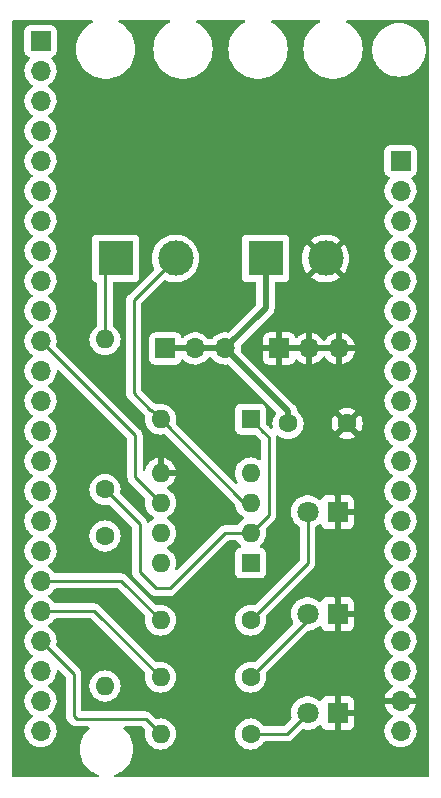
<source format=gtl>
%TF.GenerationSoftware,KiCad,Pcbnew,(6.0.5-0)*%
%TF.CreationDate,2022-05-25T22:01:54-07:00*%
%TF.ProjectId,pool-piano-synth,706f6f6c-2d70-4696-916e-6f2d73796e74,v1*%
%TF.SameCoordinates,Original*%
%TF.FileFunction,Copper,L1,Top*%
%TF.FilePolarity,Positive*%
%FSLAX46Y46*%
G04 Gerber Fmt 4.6, Leading zero omitted, Abs format (unit mm)*
G04 Created by KiCad (PCBNEW (6.0.5-0)) date 2022-05-25 22:01:54*
%MOMM*%
%LPD*%
G01*
G04 APERTURE LIST*
%TA.AperFunction,ComponentPad*%
%ADD10R,1.700000X1.700000*%
%TD*%
%TA.AperFunction,ComponentPad*%
%ADD11O,1.700000X1.700000*%
%TD*%
%TA.AperFunction,ComponentPad*%
%ADD12R,3.000000X3.000000*%
%TD*%
%TA.AperFunction,ComponentPad*%
%ADD13C,3.000000*%
%TD*%
%TA.AperFunction,ComponentPad*%
%ADD14C,1.600000*%
%TD*%
%TA.AperFunction,ComponentPad*%
%ADD15O,1.600000X1.600000*%
%TD*%
%TA.AperFunction,ComponentPad*%
%ADD16R,1.600000X1.600000*%
%TD*%
%TA.AperFunction,ComponentPad*%
%ADD17R,1.800000X1.800000*%
%TD*%
%TA.AperFunction,ComponentPad*%
%ADD18C,1.800000*%
%TD*%
%TA.AperFunction,Conductor*%
%ADD19C,0.508000*%
%TD*%
%TA.AperFunction,Conductor*%
%ADD20C,0.254000*%
%TD*%
G04 APERTURE END LIST*
D10*
%TO.P,VCC,1,Pin_1*%
%TO.N,VCC*%
X136286000Y-84455000D03*
D11*
%TO.P,VCC,2,Pin_2*%
X138826000Y-84455000D03*
%TO.P,VCC,3,Pin_3*%
X141366000Y-84455000D03*
%TD*%
D12*
%TO.P,MIDI IN,1,Pin_1*%
%TO.N,Net-(J1-Pad1)*%
X132080000Y-76835000D03*
D13*
%TO.P,MIDI IN,2,Pin_2*%
%TO.N,Net-(D1-Pad2)*%
X137160000Y-76835000D03*
%TD*%
D14*
%TO.P,R5,1*%
%TO.N,Net-(D4-Pad2)*%
X143510000Y-117094000D03*
D15*
%TO.P,R5,2*%
%TO.N,Net-(U3-Pad28)*%
X135890000Y-117094000D03*
%TD*%
D14*
%TO.P,R2,1*%
%TO.N,+3V3*%
X131191000Y-100330000D03*
D15*
%TO.P,R2,2*%
%TO.N,Net-(R2-Pad2)*%
X131191000Y-113030000D03*
%TD*%
D14*
%TO.P,R1,1*%
%TO.N,Net-(D1-Pad1)*%
X131191000Y-96393000D03*
D15*
%TO.P,R1,2*%
%TO.N,Net-(J1-Pad1)*%
X131191000Y-83693000D03*
%TD*%
D10*
%TO.P,GND,1,Pin_1*%
%TO.N,GND*%
X145938000Y-84455000D03*
D11*
%TO.P,GND,2,Pin_2*%
X148478000Y-84455000D03*
%TO.P,GND,3,Pin_3*%
X151018000Y-84455000D03*
%TD*%
D10*
%TO.P,TEENSY,1,Pin_1*%
%TO.N,VCC*%
X125730000Y-58420000D03*
D11*
%TO.P,TEENSY,2,Pin_2*%
%TO.N,unconnected-(J4-Pad2)*%
X125730000Y-60960000D03*
%TO.P,TEENSY,3,Pin_3*%
%TO.N,+3V3*%
X125730000Y-63500000D03*
%TO.P,TEENSY,4,Pin_4*%
%TO.N,unconnected-(J4-Pad4)*%
X125730000Y-66040000D03*
%TO.P,TEENSY,5,Pin_5*%
%TO.N,unconnected-(J4-Pad5)*%
X125730000Y-68580000D03*
%TO.P,TEENSY,6,Pin_6*%
%TO.N,unconnected-(J4-Pad6)*%
X125730000Y-71120000D03*
%TO.P,TEENSY,7,Pin_7*%
%TO.N,unconnected-(J4-Pad7)*%
X125730000Y-73660000D03*
%TO.P,TEENSY,8,Pin_8*%
%TO.N,unconnected-(J4-Pad8)*%
X125730000Y-76200000D03*
%TO.P,TEENSY,9,Pin_9*%
%TO.N,unconnected-(J4-Pad9)*%
X125730000Y-78740000D03*
%TO.P,TEENSY,10,Pin_10*%
%TO.N,unconnected-(J4-Pad10)*%
X125730000Y-81280000D03*
%TO.P,TEENSY,11,Pin_11*%
%TO.N,Net-(R2-Pad2)*%
X125730000Y-83820000D03*
%TO.P,TEENSY,12,Pin_12*%
%TO.N,unconnected-(J4-Pad12)*%
X125730000Y-86360000D03*
%TO.P,TEENSY,13,Pin_13*%
%TO.N,unconnected-(J4-Pad13)*%
X125730000Y-88900000D03*
%TO.P,TEENSY,14,Pin_14*%
%TO.N,unconnected-(J4-Pad14)*%
X125730000Y-91440000D03*
%TO.P,TEENSY,15,Pin_15*%
%TO.N,unconnected-(J4-Pad15)*%
X125730000Y-93980000D03*
%TO.P,TEENSY,16,Pin_16*%
%TO.N,unconnected-(J4-Pad16)*%
X125730000Y-96520000D03*
%TO.P,TEENSY,17,Pin_17*%
%TO.N,unconnected-(J4-Pad17)*%
X125730000Y-99060000D03*
%TO.P,TEENSY,18,Pin_18*%
%TO.N,unconnected-(J4-Pad18)*%
X125730000Y-101600000D03*
%TO.P,TEENSY,19,Pin_19*%
%TO.N,Net-(U3-Pad30)*%
X125730000Y-104140000D03*
%TO.P,TEENSY,20,Pin_20*%
%TO.N,Net-(U3-Pad29)*%
X125730000Y-106680000D03*
%TO.P,TEENSY,21,Pin_21*%
%TO.N,Net-(U3-Pad28)*%
X125730000Y-109220000D03*
%TO.P,TEENSY,22,Pin_22*%
%TO.N,Net-(U2-Pad27)*%
X125730000Y-111760000D03*
%TO.P,TEENSY,23,Pin_23*%
%TO.N,Net-(U3-Pad26)*%
X125730000Y-114300000D03*
%TO.P,TEENSY,24,Pin_24*%
%TO.N,unconnected-(J4-Pad24)*%
X125730000Y-116840000D03*
%TD*%
D16*
%TO.P,D1,1,K*%
%TO.N,Net-(D1-Pad1)*%
X143510000Y-90434000D03*
D15*
%TO.P,D1,2,A*%
%TO.N,Net-(D1-Pad2)*%
X135890000Y-90434000D03*
%TD*%
D12*
%TO.P,POWER,1,Pin_1*%
%TO.N,VCC*%
X144780000Y-76835000D03*
D13*
%TO.P,POWER,2,Pin_2*%
%TO.N,GND*%
X149860000Y-76835000D03*
%TD*%
D10*
%TO.P,ESP32,1,Pin_1*%
%TO.N,unconnected-(J3-Pad1)*%
X156210000Y-68580000D03*
D11*
%TO.P,ESP32,2,Pin_2*%
%TO.N,unconnected-(J3-Pad2)*%
X156210000Y-71120000D03*
%TO.P,ESP32,3,Pin_3*%
%TO.N,unconnected-(J3-Pad3)*%
X156210000Y-73660000D03*
%TO.P,ESP32,4,Pin_4*%
%TO.N,unconnected-(J3-Pad4)*%
X156210000Y-76200000D03*
%TO.P,ESP32,5,Pin_5*%
%TO.N,unconnected-(J3-Pad5)*%
X156210000Y-78740000D03*
%TO.P,ESP32,6,Pin_6*%
%TO.N,unconnected-(J3-Pad6)*%
X156210000Y-81280000D03*
%TO.P,ESP32,7,Pin_7*%
%TO.N,unconnected-(J3-Pad7)*%
X156210000Y-83820000D03*
%TO.P,ESP32,8,Pin_8*%
%TO.N,Net-(U2-Pad27)*%
X156210000Y-86360000D03*
%TO.P,ESP32,9,Pin_9*%
%TO.N,Net-(U3-Pad26)*%
X156210000Y-88900000D03*
%TO.P,ESP32,10,Pin_10*%
%TO.N,unconnected-(J3-Pad10)*%
X156210000Y-91440000D03*
%TO.P,ESP32,11,Pin_11*%
%TO.N,unconnected-(J3-Pad11)*%
X156210000Y-93980000D03*
%TO.P,ESP32,12,Pin_12*%
%TO.N,unconnected-(J3-Pad12)*%
X156210000Y-96520000D03*
%TO.P,ESP32,13,Pin_13*%
%TO.N,unconnected-(J3-Pad13)*%
X156210000Y-99060000D03*
%TO.P,ESP32,14,Pin_14*%
%TO.N,unconnected-(J3-Pad14)*%
X156210000Y-101600000D03*
%TO.P,ESP32,15,Pin_15*%
%TO.N,unconnected-(J3-Pad15)*%
X156210000Y-104140000D03*
%TO.P,ESP32,16,Pin_16*%
%TO.N,unconnected-(J3-Pad16)*%
X156210000Y-106680000D03*
%TO.P,ESP32,17,Pin_17*%
%TO.N,unconnected-(J3-Pad17)*%
X156210000Y-109220000D03*
%TO.P,ESP32,18,Pin_18*%
%TO.N,unconnected-(J3-Pad18)*%
X156210000Y-111760000D03*
%TO.P,ESP32,19,Pin_19*%
%TO.N,GND*%
X156210000Y-114300000D03*
%TO.P,ESP32,20,Pin_20*%
%TO.N,unconnected-(J3-Pad20)*%
X156210000Y-116840000D03*
%TD*%
D17*
%TO.P,D3,1,K*%
%TO.N,GND*%
X150876000Y-106934000D03*
D18*
%TO.P,D3,2,A*%
%TO.N,Net-(D3-Pad2)*%
X148336000Y-106934000D03*
%TD*%
D16*
%TO.P,U1,1,NC*%
%TO.N,unconnected-(U1-Pad1)*%
X143510000Y-102616000D03*
D15*
%TO.P,U1,2,C1*%
%TO.N,Net-(D1-Pad1)*%
X143510000Y-100076000D03*
%TO.P,U1,3,C2*%
%TO.N,Net-(D1-Pad2)*%
X143510000Y-97536000D03*
%TO.P,U1,4,NC*%
%TO.N,unconnected-(U1-Pad4)*%
X143510000Y-94996000D03*
%TO.P,U1,5,GND*%
%TO.N,GND*%
X135890000Y-94996000D03*
%TO.P,U1,6,VO2*%
%TO.N,Net-(R2-Pad2)*%
X135890000Y-97536000D03*
%TO.P,U1,7,VO1*%
%TO.N,unconnected-(U1-Pad7)*%
X135890000Y-100076000D03*
%TO.P,U1,8,VCC*%
%TO.N,VCC*%
X135890000Y-102616000D03*
%TD*%
D17*
%TO.P,D2,1,K*%
%TO.N,GND*%
X150876000Y-98298000D03*
D18*
%TO.P,D2,2,A*%
%TO.N,Net-(D2-Pad2)*%
X148336000Y-98298000D03*
%TD*%
D14*
%TO.P,C1,1*%
%TO.N,VCC*%
X146685000Y-90805000D03*
%TO.P,C1,2*%
%TO.N,GND*%
X151685000Y-90805000D03*
%TD*%
%TO.P,R4,1*%
%TO.N,Net-(D3-Pad2)*%
X143510000Y-112278000D03*
D15*
%TO.P,R4,2*%
%TO.N,Net-(U3-Pad29)*%
X135890000Y-112278000D03*
%TD*%
D14*
%TO.P,R3,1*%
%TO.N,Net-(D2-Pad2)*%
X143510000Y-107452000D03*
D15*
%TO.P,R3,2*%
%TO.N,Net-(U3-Pad30)*%
X135890000Y-107452000D03*
%TD*%
D17*
%TO.P,D4,1,K*%
%TO.N,GND*%
X150881000Y-115316000D03*
D18*
%TO.P,D4,2,A*%
%TO.N,Net-(D4-Pad2)*%
X148341000Y-115316000D03*
%TD*%
D19*
%TO.N,VCC*%
X141366000Y-84455000D02*
X136286000Y-84455000D01*
X146685000Y-89774000D02*
X146685000Y-90805000D01*
X144780000Y-76835000D02*
X144780000Y-81041000D01*
X144780000Y-81041000D02*
X141366000Y-84455000D01*
X141366000Y-84455000D02*
X146685000Y-89774000D01*
D20*
%TO.N,Net-(D1-Pad1)*%
X136652000Y-104775000D02*
X141351000Y-100076000D01*
X134112000Y-103378000D02*
X135509000Y-104775000D01*
X143510000Y-90434000D02*
X144588911Y-91512911D01*
X145034000Y-98552000D02*
X143510000Y-100076000D01*
X144588911Y-91512911D02*
X144598911Y-91512911D01*
X131191000Y-96393000D02*
X134112000Y-99314000D01*
X134112000Y-99314000D02*
X134112000Y-103378000D01*
X135509000Y-104775000D02*
X136652000Y-104775000D01*
X144598911Y-91512911D02*
X145034000Y-91948000D01*
X145034000Y-91948000D02*
X145034000Y-98552000D01*
X141351000Y-100076000D02*
X143510000Y-100076000D01*
%TO.N,Net-(D1-Pad2)*%
X135890000Y-90434000D02*
X135090001Y-89634001D01*
X133604000Y-88265000D02*
X133604000Y-80391000D01*
X142992000Y-97536000D02*
X143510000Y-97536000D01*
X135890000Y-90434000D02*
X142992000Y-97536000D01*
X133604000Y-80391000D02*
X137160000Y-76835000D01*
X134973001Y-89634001D02*
X133604000Y-88265000D01*
X135090001Y-89634001D02*
X134973001Y-89634001D01*
%TO.N,Net-(D2-Pad2)*%
X148336000Y-102626000D02*
X148336000Y-98298000D01*
X143510000Y-107452000D02*
X148336000Y-102626000D01*
%TO.N,Net-(D3-Pad2)*%
X148336000Y-107452000D02*
X148336000Y-106934000D01*
X143510000Y-112278000D02*
X148336000Y-107452000D01*
%TO.N,Net-(D4-Pad2)*%
X143510000Y-117094000D02*
X146563000Y-117094000D01*
X146563000Y-117094000D02*
X148341000Y-115316000D01*
%TO.N,Net-(J1-Pad1)*%
X131191000Y-83693000D02*
X131191000Y-77724000D01*
X131191000Y-77724000D02*
X132080000Y-76835000D01*
%TO.N,Net-(R2-Pad2)*%
X133731000Y-91821000D02*
X133731000Y-95377000D01*
X125730000Y-83820000D02*
X133731000Y-91821000D01*
X133731000Y-95377000D02*
X135890000Y-97536000D01*
%TO.N,Net-(U3-Pad30)*%
X125730000Y-104140000D02*
X132578000Y-104140000D01*
X132578000Y-104140000D02*
X135890000Y-107452000D01*
%TO.N,Net-(U3-Pad29)*%
X125730000Y-106680000D02*
X130292000Y-106680000D01*
X130292000Y-106680000D02*
X135890000Y-112278000D01*
%TO.N,Net-(U3-Pad28)*%
X125730000Y-109220000D02*
X128524000Y-112014000D01*
X128778000Y-115824000D02*
X134620000Y-115824000D01*
X128524000Y-112014000D02*
X128524000Y-115570000D01*
X134620000Y-115824000D02*
X135890000Y-117094000D01*
X128524000Y-115570000D02*
X128778000Y-115824000D01*
%TD*%
%TA.AperFunction,Conductor*%
%TO.N,GND*%
G36*
X130114105Y-56662502D02*
G01*
X130160598Y-56716158D01*
X130170702Y-56786432D01*
X130141208Y-56851012D01*
X130106685Y-56878914D01*
X129999178Y-56938017D01*
X129902546Y-56991141D01*
X129647185Y-57176671D01*
X129498699Y-57316109D01*
X129426324Y-57384074D01*
X129417092Y-57392743D01*
X129215893Y-57635950D01*
X129046763Y-57902456D01*
X129045079Y-57906035D01*
X129045075Y-57906042D01*
X128918658Y-58174694D01*
X128912369Y-58188059D01*
X128814830Y-58488253D01*
X128755684Y-58798305D01*
X128738158Y-59076884D01*
X128735865Y-59113325D01*
X128755684Y-59428345D01*
X128814830Y-59738397D01*
X128912369Y-60038591D01*
X128914056Y-60042177D01*
X128914058Y-60042181D01*
X129045075Y-60320608D01*
X129045079Y-60320615D01*
X129046763Y-60324194D01*
X129215893Y-60590700D01*
X129305973Y-60699588D01*
X129341492Y-60742522D01*
X129417092Y-60833907D01*
X129647185Y-61049979D01*
X129902546Y-61235509D01*
X129906015Y-61237416D01*
X129906018Y-61237418D01*
X130142888Y-61367639D01*
X130179146Y-61387572D01*
X130182815Y-61389025D01*
X130182820Y-61389027D01*
X130366652Y-61461811D01*
X130472623Y-61503768D01*
X130778350Y-61582265D01*
X131091504Y-61621825D01*
X131407146Y-61621825D01*
X131720300Y-61582265D01*
X132026027Y-61503768D01*
X132131998Y-61461811D01*
X132315830Y-61389027D01*
X132315835Y-61389025D01*
X132319504Y-61387572D01*
X132355762Y-61367639D01*
X132592632Y-61237418D01*
X132592635Y-61237416D01*
X132596104Y-61235509D01*
X132851465Y-61049979D01*
X133081558Y-60833907D01*
X133157159Y-60742522D01*
X133192677Y-60699588D01*
X133282757Y-60590700D01*
X133451887Y-60324194D01*
X133453571Y-60320615D01*
X133453575Y-60320608D01*
X133584592Y-60042181D01*
X133584594Y-60042177D01*
X133586281Y-60038591D01*
X133683820Y-59738397D01*
X133742966Y-59428345D01*
X133762785Y-59113325D01*
X133742966Y-58798305D01*
X133683820Y-58488253D01*
X133586281Y-58188059D01*
X133579992Y-58174694D01*
X133453575Y-57906042D01*
X133453571Y-57906035D01*
X133451887Y-57902456D01*
X133282757Y-57635950D01*
X133081558Y-57392743D01*
X133072327Y-57384074D01*
X132999951Y-57316109D01*
X132851465Y-57176671D01*
X132596104Y-56991141D01*
X132499473Y-56938017D01*
X132391965Y-56878914D01*
X132341906Y-56828569D01*
X132327013Y-56759152D01*
X132352014Y-56692703D01*
X132408971Y-56650319D01*
X132452666Y-56642500D01*
X136591659Y-56642500D01*
X136659780Y-56662502D01*
X136706273Y-56716158D01*
X136716377Y-56786432D01*
X136686883Y-56851012D01*
X136652360Y-56878914D01*
X136544853Y-56938017D01*
X136448221Y-56991141D01*
X136192860Y-57176671D01*
X136044374Y-57316109D01*
X135971999Y-57384074D01*
X135962767Y-57392743D01*
X135761568Y-57635950D01*
X135592438Y-57902456D01*
X135590754Y-57906035D01*
X135590750Y-57906042D01*
X135464333Y-58174694D01*
X135458044Y-58188059D01*
X135360505Y-58488253D01*
X135301359Y-58798305D01*
X135283833Y-59076884D01*
X135281540Y-59113325D01*
X135301359Y-59428345D01*
X135360505Y-59738397D01*
X135458044Y-60038591D01*
X135459731Y-60042177D01*
X135459733Y-60042181D01*
X135590750Y-60320608D01*
X135590754Y-60320615D01*
X135592438Y-60324194D01*
X135761568Y-60590700D01*
X135851648Y-60699588D01*
X135887167Y-60742522D01*
X135962767Y-60833907D01*
X136192860Y-61049979D01*
X136448221Y-61235509D01*
X136451690Y-61237416D01*
X136451693Y-61237418D01*
X136688563Y-61367639D01*
X136724821Y-61387572D01*
X136728490Y-61389025D01*
X136728495Y-61389027D01*
X136912327Y-61461811D01*
X137018298Y-61503768D01*
X137324025Y-61582265D01*
X137637179Y-61621825D01*
X137952821Y-61621825D01*
X138265975Y-61582265D01*
X138571702Y-61503768D01*
X138677673Y-61461811D01*
X138861505Y-61389027D01*
X138861510Y-61389025D01*
X138865179Y-61387572D01*
X138901437Y-61367639D01*
X139138307Y-61237418D01*
X139138310Y-61237416D01*
X139141779Y-61235509D01*
X139397140Y-61049979D01*
X139627233Y-60833907D01*
X139702834Y-60742522D01*
X139738352Y-60699588D01*
X139828432Y-60590700D01*
X139997562Y-60324194D01*
X139999246Y-60320615D01*
X139999250Y-60320608D01*
X140130267Y-60042181D01*
X140130269Y-60042177D01*
X140131956Y-60038591D01*
X140229495Y-59738397D01*
X140288641Y-59428345D01*
X140308460Y-59113325D01*
X140288641Y-58798305D01*
X140229495Y-58488253D01*
X140131956Y-58188059D01*
X140125667Y-58174694D01*
X139999250Y-57906042D01*
X139999246Y-57906035D01*
X139997562Y-57902456D01*
X139828432Y-57635950D01*
X139627233Y-57392743D01*
X139618002Y-57384074D01*
X139545626Y-57316109D01*
X139397140Y-57176671D01*
X139141779Y-56991141D01*
X139045148Y-56938017D01*
X138937640Y-56878914D01*
X138887581Y-56828569D01*
X138872688Y-56759152D01*
X138897689Y-56692703D01*
X138954646Y-56650319D01*
X138998341Y-56642500D01*
X142941659Y-56642500D01*
X143009780Y-56662502D01*
X143056273Y-56716158D01*
X143066377Y-56786432D01*
X143036883Y-56851012D01*
X143002360Y-56878914D01*
X142894853Y-56938017D01*
X142798221Y-56991141D01*
X142542860Y-57176671D01*
X142394374Y-57316109D01*
X142321999Y-57384074D01*
X142312767Y-57392743D01*
X142111568Y-57635950D01*
X141942438Y-57902456D01*
X141940754Y-57906035D01*
X141940750Y-57906042D01*
X141814333Y-58174694D01*
X141808044Y-58188059D01*
X141710505Y-58488253D01*
X141651359Y-58798305D01*
X141633833Y-59076884D01*
X141631540Y-59113325D01*
X141651359Y-59428345D01*
X141710505Y-59738397D01*
X141808044Y-60038591D01*
X141809731Y-60042177D01*
X141809733Y-60042181D01*
X141940750Y-60320608D01*
X141940754Y-60320615D01*
X141942438Y-60324194D01*
X142111568Y-60590700D01*
X142201648Y-60699588D01*
X142237167Y-60742522D01*
X142312767Y-60833907D01*
X142542860Y-61049979D01*
X142798221Y-61235509D01*
X142801690Y-61237416D01*
X142801693Y-61237418D01*
X143038563Y-61367639D01*
X143074821Y-61387572D01*
X143078490Y-61389025D01*
X143078495Y-61389027D01*
X143262327Y-61461811D01*
X143368298Y-61503768D01*
X143674025Y-61582265D01*
X143987179Y-61621825D01*
X144302821Y-61621825D01*
X144615975Y-61582265D01*
X144921702Y-61503768D01*
X145027673Y-61461811D01*
X145211505Y-61389027D01*
X145211510Y-61389025D01*
X145215179Y-61387572D01*
X145251437Y-61367639D01*
X145488307Y-61237418D01*
X145488310Y-61237416D01*
X145491779Y-61235509D01*
X145747140Y-61049979D01*
X145977233Y-60833907D01*
X146052834Y-60742522D01*
X146088352Y-60699588D01*
X146178432Y-60590700D01*
X146347562Y-60324194D01*
X146349246Y-60320615D01*
X146349250Y-60320608D01*
X146480267Y-60042181D01*
X146480269Y-60042177D01*
X146481956Y-60038591D01*
X146579495Y-59738397D01*
X146638641Y-59428345D01*
X146658460Y-59113325D01*
X146638641Y-58798305D01*
X146579495Y-58488253D01*
X146481956Y-58188059D01*
X146475667Y-58174694D01*
X146349250Y-57906042D01*
X146349246Y-57906035D01*
X146347562Y-57902456D01*
X146178432Y-57635950D01*
X145977233Y-57392743D01*
X145968002Y-57384074D01*
X145895626Y-57316109D01*
X145747140Y-57176671D01*
X145491779Y-56991141D01*
X145395148Y-56938017D01*
X145287640Y-56878914D01*
X145237581Y-56828569D01*
X145222688Y-56759152D01*
X145247689Y-56692703D01*
X145304646Y-56650319D01*
X145348341Y-56642500D01*
X149291659Y-56642500D01*
X149359780Y-56662502D01*
X149406273Y-56716158D01*
X149416377Y-56786432D01*
X149386883Y-56851012D01*
X149352360Y-56878914D01*
X149244853Y-56938017D01*
X149148221Y-56991141D01*
X148892860Y-57176671D01*
X148744374Y-57316109D01*
X148671999Y-57384074D01*
X148662767Y-57392743D01*
X148461568Y-57635950D01*
X148292438Y-57902456D01*
X148290754Y-57906035D01*
X148290750Y-57906042D01*
X148164333Y-58174694D01*
X148158044Y-58188059D01*
X148060505Y-58488253D01*
X148001359Y-58798305D01*
X147983833Y-59076884D01*
X147981540Y-59113325D01*
X148001359Y-59428345D01*
X148060505Y-59738397D01*
X148158044Y-60038591D01*
X148159731Y-60042177D01*
X148159733Y-60042181D01*
X148290750Y-60320608D01*
X148290754Y-60320615D01*
X148292438Y-60324194D01*
X148461568Y-60590700D01*
X148551648Y-60699588D01*
X148587167Y-60742522D01*
X148662767Y-60833907D01*
X148892860Y-61049979D01*
X149148221Y-61235509D01*
X149151690Y-61237416D01*
X149151693Y-61237418D01*
X149388563Y-61367639D01*
X149424821Y-61387572D01*
X149428490Y-61389025D01*
X149428495Y-61389027D01*
X149612327Y-61461811D01*
X149718298Y-61503768D01*
X150024025Y-61582265D01*
X150337179Y-61621825D01*
X150652821Y-61621825D01*
X150965975Y-61582265D01*
X151271702Y-61503768D01*
X151377673Y-61461811D01*
X151561505Y-61389027D01*
X151561510Y-61389025D01*
X151565179Y-61387572D01*
X151601437Y-61367639D01*
X151838307Y-61237418D01*
X151838310Y-61237416D01*
X151841779Y-61235509D01*
X152097140Y-61049979D01*
X152327233Y-60833907D01*
X152402834Y-60742522D01*
X152438352Y-60699588D01*
X152528432Y-60590700D01*
X152697562Y-60324194D01*
X152699246Y-60320615D01*
X152699250Y-60320608D01*
X152830267Y-60042181D01*
X152830269Y-60042177D01*
X152831956Y-60038591D01*
X152929495Y-59738397D01*
X152988641Y-59428345D01*
X153004139Y-59182000D01*
X153819654Y-59182000D01*
X153819924Y-59186119D01*
X153836056Y-59432243D01*
X153839017Y-59477426D01*
X153839819Y-59481459D01*
X153839820Y-59481465D01*
X153888018Y-59723768D01*
X153896776Y-59767797D01*
X153898103Y-59771706D01*
X153898104Y-59771710D01*
X153990615Y-60044239D01*
X153991941Y-60048145D01*
X154031458Y-60128277D01*
X154109574Y-60286680D01*
X154122885Y-60313673D01*
X154125179Y-60317106D01*
X154258045Y-60515954D01*
X154287367Y-60559838D01*
X154290081Y-60562932D01*
X154290085Y-60562938D01*
X154409925Y-60699588D01*
X154482573Y-60782427D01*
X154485662Y-60785136D01*
X154702062Y-60974915D01*
X154702068Y-60974919D01*
X154705162Y-60977633D01*
X154708588Y-60979922D01*
X154708593Y-60979926D01*
X154892405Y-61102744D01*
X154951327Y-61142115D01*
X154955026Y-61143939D01*
X154955031Y-61143942D01*
X155091313Y-61211148D01*
X155216855Y-61273059D01*
X155220760Y-61274384D01*
X155220761Y-61274385D01*
X155493290Y-61366896D01*
X155493294Y-61366897D01*
X155497203Y-61368224D01*
X155501247Y-61369028D01*
X155501253Y-61369030D01*
X155783535Y-61425180D01*
X155783541Y-61425181D01*
X155787574Y-61425983D01*
X155791679Y-61426252D01*
X155791686Y-61426253D01*
X156078881Y-61445076D01*
X156083000Y-61445346D01*
X156087119Y-61445076D01*
X156374314Y-61426253D01*
X156374321Y-61426252D01*
X156378426Y-61425983D01*
X156382459Y-61425181D01*
X156382465Y-61425180D01*
X156664747Y-61369030D01*
X156664753Y-61369028D01*
X156668797Y-61368224D01*
X156672706Y-61366897D01*
X156672710Y-61366896D01*
X156945239Y-61274385D01*
X156945240Y-61274384D01*
X156949145Y-61273059D01*
X157074687Y-61211148D01*
X157210969Y-61143942D01*
X157210974Y-61143939D01*
X157214673Y-61142115D01*
X157273595Y-61102744D01*
X157457407Y-60979926D01*
X157457412Y-60979922D01*
X157460838Y-60977633D01*
X157463932Y-60974919D01*
X157463938Y-60974915D01*
X157680338Y-60785136D01*
X157683427Y-60782427D01*
X157756075Y-60699588D01*
X157875915Y-60562938D01*
X157875919Y-60562932D01*
X157878633Y-60559838D01*
X157907956Y-60515954D01*
X158040821Y-60317106D01*
X158043115Y-60313673D01*
X158056427Y-60286680D01*
X158134542Y-60128277D01*
X158174059Y-60048145D01*
X158175385Y-60044239D01*
X158267896Y-59771710D01*
X158267897Y-59771706D01*
X158269224Y-59767797D01*
X158277982Y-59723768D01*
X158326180Y-59481465D01*
X158326181Y-59481459D01*
X158326983Y-59477426D01*
X158329945Y-59432243D01*
X158346076Y-59186119D01*
X158346346Y-59182000D01*
X158341586Y-59109368D01*
X158327253Y-58890686D01*
X158327252Y-58890679D01*
X158326983Y-58886574D01*
X158323632Y-58869724D01*
X158270030Y-58600253D01*
X158270028Y-58600247D01*
X158269224Y-58596203D01*
X158174059Y-58315855D01*
X158043115Y-58050327D01*
X157944311Y-57902456D01*
X157880926Y-57807593D01*
X157880922Y-57807588D01*
X157878633Y-57804162D01*
X157875919Y-57801068D01*
X157875915Y-57801062D01*
X157686136Y-57584662D01*
X157683427Y-57581573D01*
X157619241Y-57525283D01*
X157463938Y-57389085D01*
X157463932Y-57389081D01*
X157460838Y-57386367D01*
X157457412Y-57384078D01*
X157457407Y-57384074D01*
X157218106Y-57224179D01*
X157214673Y-57221885D01*
X157210974Y-57220061D01*
X157210969Y-57220058D01*
X157017745Y-57124771D01*
X156949145Y-57090941D01*
X156882314Y-57068255D01*
X156672710Y-56997104D01*
X156672706Y-56997103D01*
X156668797Y-56995776D01*
X156664753Y-56994972D01*
X156664747Y-56994970D01*
X156382465Y-56938820D01*
X156382459Y-56938819D01*
X156378426Y-56938017D01*
X156374321Y-56937748D01*
X156374314Y-56937747D01*
X156087119Y-56918924D01*
X156083000Y-56918654D01*
X156078881Y-56918924D01*
X155791686Y-56937747D01*
X155791679Y-56937748D01*
X155787574Y-56938017D01*
X155783541Y-56938819D01*
X155783535Y-56938820D01*
X155501253Y-56994970D01*
X155501247Y-56994972D01*
X155497203Y-56995776D01*
X155493294Y-56997103D01*
X155493290Y-56997104D01*
X155283686Y-57068255D01*
X155216855Y-57090941D01*
X155148255Y-57124771D01*
X154955031Y-57220058D01*
X154955026Y-57220061D01*
X154951327Y-57221885D01*
X154947894Y-57224179D01*
X154708593Y-57384074D01*
X154708588Y-57384078D01*
X154705162Y-57386367D01*
X154702068Y-57389081D01*
X154702062Y-57389085D01*
X154546759Y-57525283D01*
X154482573Y-57581573D01*
X154479864Y-57584662D01*
X154290085Y-57801062D01*
X154290081Y-57801068D01*
X154287367Y-57804162D01*
X154285078Y-57807588D01*
X154285074Y-57807593D01*
X154221689Y-57902456D01*
X154122885Y-58050327D01*
X153991941Y-58315855D01*
X153896776Y-58596203D01*
X153895972Y-58600247D01*
X153895970Y-58600253D01*
X153842369Y-58869724D01*
X153839017Y-58886574D01*
X153838748Y-58890679D01*
X153838747Y-58890686D01*
X153824414Y-59109368D01*
X153819654Y-59182000D01*
X153004139Y-59182000D01*
X153008460Y-59113325D01*
X152988641Y-58798305D01*
X152929495Y-58488253D01*
X152831956Y-58188059D01*
X152825667Y-58174694D01*
X152699250Y-57906042D01*
X152699246Y-57906035D01*
X152697562Y-57902456D01*
X152528432Y-57635950D01*
X152327233Y-57392743D01*
X152318002Y-57384074D01*
X152245626Y-57316109D01*
X152097140Y-57176671D01*
X151841779Y-56991141D01*
X151745148Y-56938017D01*
X151637640Y-56878914D01*
X151587581Y-56828569D01*
X151572688Y-56759152D01*
X151597689Y-56692703D01*
X151654646Y-56650319D01*
X151698341Y-56642500D01*
X158496500Y-56642500D01*
X158564621Y-56662502D01*
X158611114Y-56716158D01*
X158622500Y-56768500D01*
X158622500Y-120650500D01*
X158602498Y-120718621D01*
X158548842Y-120765114D01*
X158496500Y-120776500D01*
X132082865Y-120776500D01*
X132014744Y-120756498D01*
X131968251Y-120702842D01*
X131958147Y-120632568D01*
X131987641Y-120567988D01*
X132042364Y-120531187D01*
X132180239Y-120484385D01*
X132180240Y-120484384D01*
X132184145Y-120483059D01*
X132309687Y-120421148D01*
X132445969Y-120353942D01*
X132445974Y-120353939D01*
X132449673Y-120352115D01*
X132508595Y-120312744D01*
X132692407Y-120189926D01*
X132692412Y-120189922D01*
X132695838Y-120187633D01*
X132698932Y-120184919D01*
X132698938Y-120184915D01*
X132915338Y-119995136D01*
X132918427Y-119992427D01*
X132921136Y-119989338D01*
X133110915Y-119772938D01*
X133110919Y-119772932D01*
X133113633Y-119769838D01*
X133278115Y-119523673D01*
X133409059Y-119258145D01*
X133504224Y-118977797D01*
X133561983Y-118687426D01*
X133581346Y-118392000D01*
X133577018Y-118325961D01*
X133562253Y-118100686D01*
X133562252Y-118100679D01*
X133561983Y-118096574D01*
X133556566Y-118069338D01*
X133505030Y-117810253D01*
X133505028Y-117810247D01*
X133504224Y-117806203D01*
X133496426Y-117783229D01*
X133410385Y-117529761D01*
X133410384Y-117529760D01*
X133409059Y-117525855D01*
X133320588Y-117346453D01*
X133279942Y-117264031D01*
X133279939Y-117264026D01*
X133278115Y-117260327D01*
X133189743Y-117128069D01*
X133115926Y-117017593D01*
X133115922Y-117017588D01*
X133113633Y-117014162D01*
X133110919Y-117011068D01*
X133110915Y-117011062D01*
X132921136Y-116794662D01*
X132918427Y-116791573D01*
X132791467Y-116680231D01*
X132753440Y-116620278D01*
X132753862Y-116549283D01*
X132792601Y-116489786D01*
X132857356Y-116460678D01*
X132874545Y-116459500D01*
X134304578Y-116459500D01*
X134372699Y-116479502D01*
X134393673Y-116496405D01*
X134580250Y-116682982D01*
X134614276Y-116745294D01*
X134612862Y-116804688D01*
X134596457Y-116865913D01*
X134576502Y-117094000D01*
X134596457Y-117322087D01*
X134597881Y-117327400D01*
X134597881Y-117327402D01*
X134654161Y-117537438D01*
X134655716Y-117543243D01*
X134658039Y-117548224D01*
X134658039Y-117548225D01*
X134750151Y-117745762D01*
X134750154Y-117745767D01*
X134752477Y-117750749D01*
X134793987Y-117810031D01*
X134841250Y-117877529D01*
X134883802Y-117938300D01*
X135045700Y-118100198D01*
X135050208Y-118103355D01*
X135050211Y-118103357D01*
X135112804Y-118147185D01*
X135233251Y-118231523D01*
X135238233Y-118233846D01*
X135238238Y-118233849D01*
X135435775Y-118325961D01*
X135440757Y-118328284D01*
X135446065Y-118329706D01*
X135446067Y-118329707D01*
X135656598Y-118386119D01*
X135656600Y-118386119D01*
X135661913Y-118387543D01*
X135890000Y-118407498D01*
X136118087Y-118387543D01*
X136123400Y-118386119D01*
X136123402Y-118386119D01*
X136333933Y-118329707D01*
X136333935Y-118329706D01*
X136339243Y-118328284D01*
X136344225Y-118325961D01*
X136541762Y-118233849D01*
X136541767Y-118233846D01*
X136546749Y-118231523D01*
X136667196Y-118147185D01*
X136729789Y-118103357D01*
X136729792Y-118103355D01*
X136734300Y-118100198D01*
X136896198Y-117938300D01*
X136938751Y-117877529D01*
X136986013Y-117810031D01*
X137027523Y-117750749D01*
X137029846Y-117745767D01*
X137029849Y-117745762D01*
X137121961Y-117548225D01*
X137121961Y-117548224D01*
X137124284Y-117543243D01*
X137125840Y-117537438D01*
X137182119Y-117327402D01*
X137182119Y-117327400D01*
X137183543Y-117322087D01*
X137203498Y-117094000D01*
X142196502Y-117094000D01*
X142216457Y-117322087D01*
X142217881Y-117327400D01*
X142217881Y-117327402D01*
X142274161Y-117537438D01*
X142275716Y-117543243D01*
X142278039Y-117548224D01*
X142278039Y-117548225D01*
X142370151Y-117745762D01*
X142370154Y-117745767D01*
X142372477Y-117750749D01*
X142413987Y-117810031D01*
X142461250Y-117877529D01*
X142503802Y-117938300D01*
X142665700Y-118100198D01*
X142670208Y-118103355D01*
X142670211Y-118103357D01*
X142732804Y-118147185D01*
X142853251Y-118231523D01*
X142858233Y-118233846D01*
X142858238Y-118233849D01*
X143055775Y-118325961D01*
X143060757Y-118328284D01*
X143066065Y-118329706D01*
X143066067Y-118329707D01*
X143276598Y-118386119D01*
X143276600Y-118386119D01*
X143281913Y-118387543D01*
X143510000Y-118407498D01*
X143738087Y-118387543D01*
X143743400Y-118386119D01*
X143743402Y-118386119D01*
X143953933Y-118329707D01*
X143953935Y-118329706D01*
X143959243Y-118328284D01*
X143964225Y-118325961D01*
X144161762Y-118233849D01*
X144161767Y-118233846D01*
X144166749Y-118231523D01*
X144287196Y-118147185D01*
X144349789Y-118103357D01*
X144349792Y-118103355D01*
X144354300Y-118100198D01*
X144516198Y-117938300D01*
X144558751Y-117877529D01*
X144606013Y-117810031D01*
X144624780Y-117783229D01*
X144680237Y-117738901D01*
X144727993Y-117729500D01*
X146483980Y-117729500D01*
X146495214Y-117730030D01*
X146502719Y-117731708D01*
X146571012Y-117729562D01*
X146574969Y-117729500D01*
X146602983Y-117729500D01*
X146606908Y-117729004D01*
X146606909Y-117729004D01*
X146607004Y-117728992D01*
X146618849Y-117728059D01*
X146648670Y-117727122D01*
X146655282Y-117726914D01*
X146655283Y-117726914D01*
X146663205Y-117726665D01*
X146682749Y-117720987D01*
X146702112Y-117716977D01*
X146714440Y-117715420D01*
X146714442Y-117715420D01*
X146722299Y-117714427D01*
X146729663Y-117711511D01*
X146729668Y-117711510D01*
X146763556Y-117698093D01*
X146774785Y-117694248D01*
X146791465Y-117689402D01*
X146817393Y-117681869D01*
X146824220Y-117677831D01*
X146824223Y-117677830D01*
X146834906Y-117671512D01*
X146852664Y-117662812D01*
X146864215Y-117658239D01*
X146864221Y-117658235D01*
X146871588Y-117655319D01*
X146880300Y-117648990D01*
X146907488Y-117629236D01*
X146917410Y-117622719D01*
X146948768Y-117604174D01*
X146948772Y-117604171D01*
X146955598Y-117600134D01*
X146969982Y-117585750D01*
X146985016Y-117572909D01*
X146995073Y-117565602D01*
X147001487Y-117560942D01*
X147029778Y-117526744D01*
X147037767Y-117517965D01*
X147749037Y-116806695D01*
X154847251Y-116806695D01*
X154847548Y-116811848D01*
X154847548Y-116811851D01*
X154853011Y-116906590D01*
X154860110Y-117029715D01*
X154861247Y-117034761D01*
X154861248Y-117034767D01*
X154874597Y-117094000D01*
X154909222Y-117247639D01*
X154993266Y-117454616D01*
X155109987Y-117645088D01*
X155256250Y-117813938D01*
X155428126Y-117956632D01*
X155621000Y-118069338D01*
X155829692Y-118149030D01*
X155834760Y-118150061D01*
X155834763Y-118150062D01*
X155942017Y-118171883D01*
X156048597Y-118193567D01*
X156053772Y-118193757D01*
X156053774Y-118193757D01*
X156266673Y-118201564D01*
X156266677Y-118201564D01*
X156271837Y-118201753D01*
X156276957Y-118201097D01*
X156276959Y-118201097D01*
X156488288Y-118174025D01*
X156488289Y-118174025D01*
X156493416Y-118173368D01*
X156498366Y-118171883D01*
X156702429Y-118110661D01*
X156702434Y-118110659D01*
X156707384Y-118109174D01*
X156907994Y-118010896D01*
X157089860Y-117881173D01*
X157248096Y-117723489D01*
X157307594Y-117640689D01*
X157375435Y-117546277D01*
X157378453Y-117542077D01*
X157386031Y-117526745D01*
X157475136Y-117346453D01*
X157475137Y-117346451D01*
X157477430Y-117341811D01*
X157512807Y-117225372D01*
X157540865Y-117133023D01*
X157540865Y-117133021D01*
X157542370Y-117128069D01*
X157571529Y-116906590D01*
X157573156Y-116840000D01*
X157554852Y-116617361D01*
X157500431Y-116400702D01*
X157411354Y-116195840D01*
X157341461Y-116087802D01*
X157292822Y-116012617D01*
X157292820Y-116012614D01*
X157290014Y-116008277D01*
X157139670Y-115843051D01*
X157135619Y-115839852D01*
X157135615Y-115839848D01*
X156968414Y-115707800D01*
X156968410Y-115707798D01*
X156964359Y-115704598D01*
X156922569Y-115681529D01*
X156872598Y-115631097D01*
X156857826Y-115561654D01*
X156882942Y-115495248D01*
X156910294Y-115468641D01*
X157085328Y-115343792D01*
X157093200Y-115337139D01*
X157244052Y-115186812D01*
X157250730Y-115178965D01*
X157375003Y-115006020D01*
X157380313Y-114997183D01*
X157474670Y-114806267D01*
X157478469Y-114796672D01*
X157540377Y-114592910D01*
X157542555Y-114582837D01*
X157543986Y-114571962D01*
X157541775Y-114557778D01*
X157528617Y-114554000D01*
X154893225Y-114554000D01*
X154879694Y-114557973D01*
X154878257Y-114567966D01*
X154908565Y-114702446D01*
X154911645Y-114712275D01*
X154991770Y-114909603D01*
X154996413Y-114918794D01*
X155107694Y-115100388D01*
X155113777Y-115108699D01*
X155253213Y-115269667D01*
X155260580Y-115276883D01*
X155424434Y-115412916D01*
X155432881Y-115418831D01*
X155501969Y-115459203D01*
X155550693Y-115510842D01*
X155563764Y-115580625D01*
X155537033Y-115646396D01*
X155496584Y-115679752D01*
X155483607Y-115686507D01*
X155479474Y-115689610D01*
X155479471Y-115689612D01*
X155309100Y-115817530D01*
X155304965Y-115820635D01*
X155150629Y-115982138D01*
X155147715Y-115986410D01*
X155147714Y-115986411D01*
X155108486Y-116043917D01*
X155024743Y-116166680D01*
X154986207Y-116249700D01*
X154933097Y-116364116D01*
X154930688Y-116369305D01*
X154870989Y-116584570D01*
X154847251Y-116806695D01*
X147749037Y-116806695D01*
X147845498Y-116710234D01*
X147907810Y-116676208D01*
X147959713Y-116675858D01*
X148050509Y-116694330D01*
X148173656Y-116719385D01*
X148304324Y-116724176D01*
X148399949Y-116727683D01*
X148399953Y-116727683D01*
X148405113Y-116727872D01*
X148410233Y-116727216D01*
X148410235Y-116727216D01*
X148509668Y-116714478D01*
X148634847Y-116698442D01*
X148639795Y-116696957D01*
X148639802Y-116696956D01*
X148851747Y-116633369D01*
X148856690Y-116631886D01*
X148861324Y-116629616D01*
X149060049Y-116532262D01*
X149060052Y-116532260D01*
X149064684Y-116529991D01*
X149253243Y-116395494D01*
X149256898Y-116391852D01*
X149256906Y-116391845D01*
X149298697Y-116350199D01*
X149361068Y-116316282D01*
X149431875Y-116321470D01*
X149488637Y-116364116D01*
X149505619Y-116395218D01*
X149527677Y-116454056D01*
X149536214Y-116469649D01*
X149612715Y-116571724D01*
X149625276Y-116584285D01*
X149727351Y-116660786D01*
X149742946Y-116669324D01*
X149863394Y-116714478D01*
X149878649Y-116718105D01*
X149929514Y-116723631D01*
X149936328Y-116724000D01*
X150608885Y-116724000D01*
X150624124Y-116719525D01*
X150625329Y-116718135D01*
X150627000Y-116710452D01*
X150627000Y-116705884D01*
X151135000Y-116705884D01*
X151139475Y-116721123D01*
X151140865Y-116722328D01*
X151148548Y-116723999D01*
X151825669Y-116723999D01*
X151832490Y-116723629D01*
X151883352Y-116718105D01*
X151898604Y-116714479D01*
X152019054Y-116669324D01*
X152034649Y-116660786D01*
X152136724Y-116584285D01*
X152149285Y-116571724D01*
X152225786Y-116469649D01*
X152234324Y-116454054D01*
X152279478Y-116333606D01*
X152283105Y-116318351D01*
X152288631Y-116267486D01*
X152289000Y-116260672D01*
X152289000Y-115588115D01*
X152284525Y-115572876D01*
X152283135Y-115571671D01*
X152275452Y-115570000D01*
X151153115Y-115570000D01*
X151137876Y-115574475D01*
X151136671Y-115575865D01*
X151135000Y-115583548D01*
X151135000Y-116705884D01*
X150627000Y-116705884D01*
X150627000Y-115043885D01*
X151135000Y-115043885D01*
X151139475Y-115059124D01*
X151140865Y-115060329D01*
X151148548Y-115062000D01*
X152270884Y-115062000D01*
X152286123Y-115057525D01*
X152287328Y-115056135D01*
X152288999Y-115048452D01*
X152288999Y-114371331D01*
X152288629Y-114364510D01*
X152283105Y-114313648D01*
X152279479Y-114298396D01*
X152234324Y-114177946D01*
X152225786Y-114162351D01*
X152149285Y-114060276D01*
X152136724Y-114047715D01*
X152034649Y-113971214D01*
X152019054Y-113962676D01*
X151898606Y-113917522D01*
X151883351Y-113913895D01*
X151832486Y-113908369D01*
X151825672Y-113908000D01*
X151153115Y-113908000D01*
X151137876Y-113912475D01*
X151136671Y-113913865D01*
X151135000Y-113921548D01*
X151135000Y-115043885D01*
X150627000Y-115043885D01*
X150627000Y-113926116D01*
X150622525Y-113910877D01*
X150621135Y-113909672D01*
X150613452Y-113908001D01*
X149936331Y-113908001D01*
X149929510Y-113908371D01*
X149878648Y-113913895D01*
X149863396Y-113917521D01*
X149742946Y-113962676D01*
X149727351Y-113971214D01*
X149625276Y-114047715D01*
X149612715Y-114060276D01*
X149536214Y-114162351D01*
X149527675Y-114177948D01*
X149506934Y-114233275D01*
X149464293Y-114290040D01*
X149397731Y-114314740D01*
X149328383Y-114299533D01*
X149305388Y-114282909D01*
X149304887Y-114282358D01*
X149242737Y-114233275D01*
X149127177Y-114142011D01*
X149127172Y-114142008D01*
X149123123Y-114138810D01*
X149118607Y-114136317D01*
X149118604Y-114136315D01*
X148924879Y-114029373D01*
X148924875Y-114029371D01*
X148920355Y-114026876D01*
X148915486Y-114025152D01*
X148915482Y-114025150D01*
X148706903Y-113951288D01*
X148706899Y-113951287D01*
X148702028Y-113949562D01*
X148696935Y-113948655D01*
X148696932Y-113948654D01*
X148479095Y-113909851D01*
X148479089Y-113909850D01*
X148474006Y-113908945D01*
X148396644Y-113908000D01*
X148247581Y-113906179D01*
X148247579Y-113906179D01*
X148242411Y-113906116D01*
X148013464Y-113941150D01*
X147793314Y-114013106D01*
X147788726Y-114015494D01*
X147788722Y-114015496D01*
X147592461Y-114117663D01*
X147587872Y-114120052D01*
X147583739Y-114123155D01*
X147583736Y-114123157D01*
X147437073Y-114233275D01*
X147402655Y-114259117D01*
X147242639Y-114426564D01*
X147112119Y-114617899D01*
X147014602Y-114827981D01*
X146952707Y-115051169D01*
X146928095Y-115281469D01*
X146928392Y-115286622D01*
X146928392Y-115286625D01*
X146935834Y-115415697D01*
X146941427Y-115512697D01*
X146942564Y-115517743D01*
X146942565Y-115517749D01*
X146968110Y-115631097D01*
X146980059Y-115684118D01*
X146982103Y-115693190D01*
X146977567Y-115764042D01*
X146948281Y-115809986D01*
X146336672Y-116421595D01*
X146274360Y-116455621D01*
X146247577Y-116458500D01*
X144727993Y-116458500D01*
X144659872Y-116438498D01*
X144624780Y-116404771D01*
X144620384Y-116398492D01*
X144554308Y-116304126D01*
X144519357Y-116254211D01*
X144519355Y-116254208D01*
X144516198Y-116249700D01*
X144354300Y-116087802D01*
X144349792Y-116084645D01*
X144349789Y-116084643D01*
X144235271Y-116004457D01*
X144166749Y-115956477D01*
X144161767Y-115954154D01*
X144161762Y-115954151D01*
X143964225Y-115862039D01*
X143964224Y-115862039D01*
X143959243Y-115859716D01*
X143953935Y-115858294D01*
X143953933Y-115858293D01*
X143743402Y-115801881D01*
X143743400Y-115801881D01*
X143738087Y-115800457D01*
X143510000Y-115780502D01*
X143281913Y-115800457D01*
X143276600Y-115801881D01*
X143276598Y-115801881D01*
X143066067Y-115858293D01*
X143066065Y-115858294D01*
X143060757Y-115859716D01*
X143055776Y-115862039D01*
X143055775Y-115862039D01*
X142858238Y-115954151D01*
X142858233Y-115954154D01*
X142853251Y-115956477D01*
X142784729Y-116004457D01*
X142670211Y-116084643D01*
X142670208Y-116084645D01*
X142665700Y-116087802D01*
X142503802Y-116249700D01*
X142500645Y-116254208D01*
X142500643Y-116254211D01*
X142465692Y-116304126D01*
X142372477Y-116437251D01*
X142370154Y-116442233D01*
X142370151Y-116442238D01*
X142303914Y-116584285D01*
X142275716Y-116644757D01*
X142274294Y-116650065D01*
X142274293Y-116650067D01*
X142230943Y-116811851D01*
X142216457Y-116865913D01*
X142196502Y-117094000D01*
X137203498Y-117094000D01*
X137183543Y-116865913D01*
X137169057Y-116811851D01*
X137125707Y-116650067D01*
X137125706Y-116650065D01*
X137124284Y-116644757D01*
X137096086Y-116584285D01*
X137029849Y-116442238D01*
X137029846Y-116442233D01*
X137027523Y-116437251D01*
X136934308Y-116304126D01*
X136899357Y-116254211D01*
X136899355Y-116254208D01*
X136896198Y-116249700D01*
X136734300Y-116087802D01*
X136729792Y-116084645D01*
X136729789Y-116084643D01*
X136615271Y-116004457D01*
X136546749Y-115956477D01*
X136541767Y-115954154D01*
X136541762Y-115954151D01*
X136344225Y-115862039D01*
X136344224Y-115862039D01*
X136339243Y-115859716D01*
X136333935Y-115858294D01*
X136333933Y-115858293D01*
X136123402Y-115801881D01*
X136123400Y-115801881D01*
X136118087Y-115800457D01*
X135890000Y-115780502D01*
X135661913Y-115800457D01*
X135656602Y-115801880D01*
X135656591Y-115801882D01*
X135600690Y-115816861D01*
X135529713Y-115815172D01*
X135478983Y-115784250D01*
X135125250Y-115430517D01*
X135117674Y-115422191D01*
X135113553Y-115415697D01*
X135063734Y-115368914D01*
X135060893Y-115366160D01*
X135041094Y-115346361D01*
X135037969Y-115343937D01*
X135037960Y-115343929D01*
X135037874Y-115343863D01*
X135028849Y-115336155D01*
X135002285Y-115311210D01*
X134996506Y-115305783D01*
X134978669Y-115295977D01*
X134962153Y-115285127D01*
X134946067Y-115272650D01*
X134905334Y-115255024D01*
X134894686Y-115249807D01*
X134883058Y-115243415D01*
X134855803Y-115228431D01*
X134848128Y-115226460D01*
X134848122Y-115226458D01*
X134836089Y-115223369D01*
X134817387Y-115216966D01*
X134798708Y-115208883D01*
X134764872Y-115203524D01*
X134754873Y-115201940D01*
X134743260Y-115199535D01*
X134700282Y-115188500D01*
X134679935Y-115188500D01*
X134660224Y-115186949D01*
X134647950Y-115185005D01*
X134640121Y-115183765D01*
X134632229Y-115184511D01*
X134595944Y-115187941D01*
X134584086Y-115188500D01*
X129285500Y-115188500D01*
X129217379Y-115168498D01*
X129170886Y-115114842D01*
X129159500Y-115062500D01*
X129159500Y-113030000D01*
X129877502Y-113030000D01*
X129897457Y-113258087D01*
X129898881Y-113263400D01*
X129898881Y-113263402D01*
X129954941Y-113472617D01*
X129956716Y-113479243D01*
X129959039Y-113484224D01*
X129959039Y-113484225D01*
X130051151Y-113681762D01*
X130051154Y-113681767D01*
X130053477Y-113686749D01*
X130056634Y-113691257D01*
X130178903Y-113865875D01*
X130184802Y-113874300D01*
X130346700Y-114036198D01*
X130351208Y-114039355D01*
X130351211Y-114039357D01*
X130381087Y-114060276D01*
X130534251Y-114167523D01*
X130539233Y-114169846D01*
X130539238Y-114169849D01*
X130736775Y-114261961D01*
X130741757Y-114264284D01*
X130747065Y-114265706D01*
X130747067Y-114265707D01*
X130957598Y-114322119D01*
X130957600Y-114322119D01*
X130962913Y-114323543D01*
X131191000Y-114343498D01*
X131419087Y-114323543D01*
X131424400Y-114322119D01*
X131424402Y-114322119D01*
X131634933Y-114265707D01*
X131634935Y-114265706D01*
X131640243Y-114264284D01*
X131645225Y-114261961D01*
X131842762Y-114169849D01*
X131842767Y-114169846D01*
X131847749Y-114167523D01*
X132000913Y-114060276D01*
X132030789Y-114039357D01*
X132030792Y-114039355D01*
X132035300Y-114036198D01*
X132197198Y-113874300D01*
X132203098Y-113865875D01*
X132325366Y-113691257D01*
X132328523Y-113686749D01*
X132330846Y-113681767D01*
X132330849Y-113681762D01*
X132422961Y-113484225D01*
X132422961Y-113484224D01*
X132425284Y-113479243D01*
X132427060Y-113472617D01*
X132483119Y-113263402D01*
X132483119Y-113263400D01*
X132484543Y-113258087D01*
X132504498Y-113030000D01*
X132484543Y-112801913D01*
X132425284Y-112580757D01*
X132419797Y-112568990D01*
X132330849Y-112378238D01*
X132330846Y-112378233D01*
X132328523Y-112373251D01*
X132197198Y-112185700D01*
X132035300Y-112023802D01*
X132030792Y-112020645D01*
X132030789Y-112020643D01*
X131889512Y-111921720D01*
X131847749Y-111892477D01*
X131842767Y-111890154D01*
X131842762Y-111890151D01*
X131645225Y-111798039D01*
X131645224Y-111798039D01*
X131640243Y-111795716D01*
X131634935Y-111794294D01*
X131634933Y-111794293D01*
X131424402Y-111737881D01*
X131424400Y-111737881D01*
X131419087Y-111736457D01*
X131191000Y-111716502D01*
X130962913Y-111736457D01*
X130957600Y-111737881D01*
X130957598Y-111737881D01*
X130747067Y-111794293D01*
X130747065Y-111794294D01*
X130741757Y-111795716D01*
X130736776Y-111798039D01*
X130736775Y-111798039D01*
X130539238Y-111890151D01*
X130539233Y-111890154D01*
X130534251Y-111892477D01*
X130492488Y-111921720D01*
X130351211Y-112020643D01*
X130351208Y-112020645D01*
X130346700Y-112023802D01*
X130184802Y-112185700D01*
X130053477Y-112373251D01*
X130051154Y-112378233D01*
X130051151Y-112378238D01*
X129962203Y-112568990D01*
X129956716Y-112580757D01*
X129897457Y-112801913D01*
X129877502Y-113030000D01*
X129159500Y-113030000D01*
X129159500Y-112093032D01*
X129160030Y-112081793D01*
X129161709Y-112074281D01*
X129159562Y-112005969D01*
X129159500Y-112002012D01*
X129159500Y-111974017D01*
X129158992Y-111969994D01*
X129158059Y-111958152D01*
X129157632Y-111944547D01*
X129156665Y-111913795D01*
X129150987Y-111894251D01*
X129146977Y-111874888D01*
X129145420Y-111862560D01*
X129145420Y-111862558D01*
X129144427Y-111854701D01*
X129141511Y-111847337D01*
X129141510Y-111847332D01*
X129128093Y-111813444D01*
X129124248Y-111802215D01*
X129114080Y-111767219D01*
X129111869Y-111759607D01*
X129101510Y-111742091D01*
X129092813Y-111724341D01*
X129085319Y-111705412D01*
X129059238Y-111669514D01*
X129052722Y-111659594D01*
X129034173Y-111628229D01*
X129034171Y-111628226D01*
X129030135Y-111621402D01*
X129015747Y-111607014D01*
X129002906Y-111591980D01*
X128995602Y-111581927D01*
X128990942Y-111575513D01*
X128956750Y-111547227D01*
X128947971Y-111539238D01*
X127081877Y-109673144D01*
X127047851Y-109610832D01*
X127050414Y-109547420D01*
X127060865Y-109513022D01*
X127062370Y-109508069D01*
X127091529Y-109286590D01*
X127093156Y-109220000D01*
X127074852Y-108997361D01*
X127020431Y-108780702D01*
X126931354Y-108575840D01*
X126810014Y-108388277D01*
X126659670Y-108223051D01*
X126655619Y-108219852D01*
X126655615Y-108219848D01*
X126488414Y-108087800D01*
X126488410Y-108087798D01*
X126484359Y-108084598D01*
X126443053Y-108061796D01*
X126393084Y-108011364D01*
X126378312Y-107941921D01*
X126403428Y-107875516D01*
X126430780Y-107848909D01*
X126474603Y-107817650D01*
X126609860Y-107721173D01*
X126669324Y-107661917D01*
X126764435Y-107567137D01*
X126768096Y-107563489D01*
X126827594Y-107480689D01*
X126895438Y-107386273D01*
X126895439Y-107386272D01*
X126898453Y-107382077D01*
X126900746Y-107377438D01*
X126901247Y-107376605D01*
X126953477Y-107328516D01*
X127009250Y-107315500D01*
X129976578Y-107315500D01*
X130044699Y-107335502D01*
X130065673Y-107352405D01*
X134580250Y-111866983D01*
X134614276Y-111929295D01*
X134612861Y-111988690D01*
X134597882Y-112044591D01*
X134597881Y-112044598D01*
X134596457Y-112049913D01*
X134576502Y-112278000D01*
X134596457Y-112506087D01*
X134597881Y-112511400D01*
X134597881Y-112511402D01*
X134634252Y-112647137D01*
X134655716Y-112727243D01*
X134658039Y-112732224D01*
X134658039Y-112732225D01*
X134750151Y-112929762D01*
X134750154Y-112929767D01*
X134752477Y-112934749D01*
X134777940Y-112971114D01*
X134873066Y-113106967D01*
X134883802Y-113122300D01*
X135045700Y-113284198D01*
X135050208Y-113287355D01*
X135050211Y-113287357D01*
X135078079Y-113306870D01*
X135233251Y-113415523D01*
X135238233Y-113417846D01*
X135238238Y-113417849D01*
X135435775Y-113509961D01*
X135440757Y-113512284D01*
X135446065Y-113513706D01*
X135446067Y-113513707D01*
X135656598Y-113570119D01*
X135656600Y-113570119D01*
X135661913Y-113571543D01*
X135890000Y-113591498D01*
X136118087Y-113571543D01*
X136123400Y-113570119D01*
X136123402Y-113570119D01*
X136333933Y-113513707D01*
X136333935Y-113513706D01*
X136339243Y-113512284D01*
X136344225Y-113509961D01*
X136541762Y-113417849D01*
X136541767Y-113417846D01*
X136546749Y-113415523D01*
X136701921Y-113306870D01*
X136729789Y-113287357D01*
X136729792Y-113287355D01*
X136734300Y-113284198D01*
X136896198Y-113122300D01*
X136906935Y-113106967D01*
X137002060Y-112971114D01*
X137027523Y-112934749D01*
X137029846Y-112929767D01*
X137029849Y-112929762D01*
X137121961Y-112732225D01*
X137121961Y-112732224D01*
X137124284Y-112727243D01*
X137145749Y-112647137D01*
X137182119Y-112511402D01*
X137182119Y-112511400D01*
X137183543Y-112506087D01*
X137203498Y-112278000D01*
X142196502Y-112278000D01*
X142216457Y-112506087D01*
X142217881Y-112511400D01*
X142217881Y-112511402D01*
X142254252Y-112647137D01*
X142275716Y-112727243D01*
X142278039Y-112732224D01*
X142278039Y-112732225D01*
X142370151Y-112929762D01*
X142370154Y-112929767D01*
X142372477Y-112934749D01*
X142397940Y-112971114D01*
X142493066Y-113106967D01*
X142503802Y-113122300D01*
X142665700Y-113284198D01*
X142670208Y-113287355D01*
X142670211Y-113287357D01*
X142698079Y-113306870D01*
X142853251Y-113415523D01*
X142858233Y-113417846D01*
X142858238Y-113417849D01*
X143055775Y-113509961D01*
X143060757Y-113512284D01*
X143066065Y-113513706D01*
X143066067Y-113513707D01*
X143276598Y-113570119D01*
X143276600Y-113570119D01*
X143281913Y-113571543D01*
X143510000Y-113591498D01*
X143738087Y-113571543D01*
X143743400Y-113570119D01*
X143743402Y-113570119D01*
X143953933Y-113513707D01*
X143953935Y-113513706D01*
X143959243Y-113512284D01*
X143964225Y-113509961D01*
X144161762Y-113417849D01*
X144161767Y-113417846D01*
X144166749Y-113415523D01*
X144321921Y-113306870D01*
X144349789Y-113287357D01*
X144349792Y-113287355D01*
X144354300Y-113284198D01*
X144516198Y-113122300D01*
X144526935Y-113106967D01*
X144622060Y-112971114D01*
X144647523Y-112934749D01*
X144649846Y-112929767D01*
X144649849Y-112929762D01*
X144741961Y-112732225D01*
X144741961Y-112732224D01*
X144744284Y-112727243D01*
X144765749Y-112647137D01*
X144802119Y-112511402D01*
X144802119Y-112511400D01*
X144803543Y-112506087D01*
X144823498Y-112278000D01*
X144803543Y-112049913D01*
X144795700Y-112020643D01*
X144787138Y-111988688D01*
X144788828Y-111917711D01*
X144819750Y-111866982D01*
X144960037Y-111726695D01*
X154847251Y-111726695D01*
X154847548Y-111731848D01*
X154847548Y-111731851D01*
X154856363Y-111884728D01*
X154860110Y-111949715D01*
X154861247Y-111954761D01*
X154861248Y-111954767D01*
X154881493Y-112044598D01*
X154909222Y-112167639D01*
X154993266Y-112374616D01*
X155109987Y-112565088D01*
X155256250Y-112733938D01*
X155428126Y-112876632D01*
X155501445Y-112919476D01*
X155501955Y-112919774D01*
X155550679Y-112971412D01*
X155563750Y-113041195D01*
X155537019Y-113106967D01*
X155496562Y-113140327D01*
X155488457Y-113144546D01*
X155479738Y-113150036D01*
X155309433Y-113277905D01*
X155301726Y-113284748D01*
X155154590Y-113438717D01*
X155148104Y-113446727D01*
X155028098Y-113622649D01*
X155023000Y-113631623D01*
X154933338Y-113824783D01*
X154929775Y-113834470D01*
X154874389Y-114034183D01*
X154875912Y-114042607D01*
X154888292Y-114046000D01*
X157528344Y-114046000D01*
X157541875Y-114042027D01*
X157543180Y-114032947D01*
X157501214Y-113865875D01*
X157497894Y-113856124D01*
X157412972Y-113660814D01*
X157408105Y-113651739D01*
X157292426Y-113472926D01*
X157286136Y-113464757D01*
X157142806Y-113307240D01*
X157135273Y-113300215D01*
X156968139Y-113168222D01*
X156959556Y-113162520D01*
X156922602Y-113142120D01*
X156872631Y-113091687D01*
X156857859Y-113022245D01*
X156882975Y-112955839D01*
X156910327Y-112929232D01*
X156933797Y-112912491D01*
X157089860Y-112801173D01*
X157248096Y-112643489D01*
X157307594Y-112560689D01*
X157375435Y-112466277D01*
X157378453Y-112462077D01*
X157422354Y-112373251D01*
X157475136Y-112266453D01*
X157475137Y-112266451D01*
X157477430Y-112261811D01*
X157540145Y-112055393D01*
X157540865Y-112053023D01*
X157540865Y-112053021D01*
X157542370Y-112048069D01*
X157571529Y-111826590D01*
X157572227Y-111798039D01*
X157573074Y-111763365D01*
X157573074Y-111763361D01*
X157573156Y-111760000D01*
X157554852Y-111537361D01*
X157500431Y-111320702D01*
X157411354Y-111115840D01*
X157335878Y-110999172D01*
X157292822Y-110932617D01*
X157292820Y-110932614D01*
X157290014Y-110928277D01*
X157139670Y-110763051D01*
X157135619Y-110759852D01*
X157135615Y-110759848D01*
X156968414Y-110627800D01*
X156968410Y-110627798D01*
X156964359Y-110624598D01*
X156923053Y-110601796D01*
X156873084Y-110551364D01*
X156858312Y-110481921D01*
X156883428Y-110415516D01*
X156910780Y-110388909D01*
X156954603Y-110357650D01*
X157089860Y-110261173D01*
X157248096Y-110103489D01*
X157307594Y-110020689D01*
X157375435Y-109926277D01*
X157378453Y-109922077D01*
X157477430Y-109721811D01*
X157542370Y-109508069D01*
X157571529Y-109286590D01*
X157573156Y-109220000D01*
X157554852Y-108997361D01*
X157500431Y-108780702D01*
X157411354Y-108575840D01*
X157290014Y-108388277D01*
X157139670Y-108223051D01*
X157135619Y-108219852D01*
X157135615Y-108219848D01*
X156968414Y-108087800D01*
X156968410Y-108087798D01*
X156964359Y-108084598D01*
X156923053Y-108061796D01*
X156873084Y-108011364D01*
X156858312Y-107941921D01*
X156883428Y-107875516D01*
X156910780Y-107848909D01*
X156954603Y-107817650D01*
X157089860Y-107721173D01*
X157149324Y-107661917D01*
X157244435Y-107567137D01*
X157248096Y-107563489D01*
X157307594Y-107480689D01*
X157375435Y-107386277D01*
X157378453Y-107382077D01*
X157381158Y-107376605D01*
X157475136Y-107186453D01*
X157475137Y-107186451D01*
X157477430Y-107181811D01*
X157542370Y-106968069D01*
X157571529Y-106746590D01*
X157573156Y-106680000D01*
X157554852Y-106457361D01*
X157500431Y-106240702D01*
X157411354Y-106035840D01*
X157334082Y-105916396D01*
X157292822Y-105852617D01*
X157292820Y-105852614D01*
X157290014Y-105848277D01*
X157139670Y-105683051D01*
X157135619Y-105679852D01*
X157135615Y-105679848D01*
X156968414Y-105547800D01*
X156968410Y-105547798D01*
X156964359Y-105544598D01*
X156923053Y-105521796D01*
X156873084Y-105471364D01*
X156858312Y-105401921D01*
X156883428Y-105335516D01*
X156910780Y-105308909D01*
X156979719Y-105259735D01*
X157089860Y-105181173D01*
X157096303Y-105174753D01*
X157244435Y-105027137D01*
X157248096Y-105023489D01*
X157307594Y-104940689D01*
X157375435Y-104846277D01*
X157378453Y-104842077D01*
X157381158Y-104836605D01*
X157475136Y-104646453D01*
X157475137Y-104646451D01*
X157477430Y-104641811D01*
X157542370Y-104428069D01*
X157571529Y-104206590D01*
X157573156Y-104140000D01*
X157554852Y-103917361D01*
X157500431Y-103700702D01*
X157411354Y-103495840D01*
X157342863Y-103389969D01*
X157292822Y-103312617D01*
X157292820Y-103312614D01*
X157290014Y-103308277D01*
X157139670Y-103143051D01*
X157135619Y-103139852D01*
X157135615Y-103139848D01*
X156968414Y-103007800D01*
X156968410Y-103007798D01*
X156964359Y-103004598D01*
X156923053Y-102981796D01*
X156873084Y-102931364D01*
X156858312Y-102861921D01*
X156883428Y-102795516D01*
X156910780Y-102768909D01*
X156954603Y-102737650D01*
X157089860Y-102641173D01*
X157248096Y-102483489D01*
X157307594Y-102400689D01*
X157375435Y-102306277D01*
X157378453Y-102302077D01*
X157477430Y-102101811D01*
X157509900Y-101994940D01*
X157540865Y-101893023D01*
X157540865Y-101893021D01*
X157542370Y-101888069D01*
X157571529Y-101666590D01*
X157573156Y-101600000D01*
X157554852Y-101377361D01*
X157500431Y-101160702D01*
X157411354Y-100955840D01*
X157371906Y-100894862D01*
X157292822Y-100772617D01*
X157292820Y-100772614D01*
X157290014Y-100768277D01*
X157139670Y-100603051D01*
X157135619Y-100599852D01*
X157135615Y-100599848D01*
X156968414Y-100467800D01*
X156968410Y-100467798D01*
X156964359Y-100464598D01*
X156923053Y-100441796D01*
X156873084Y-100391364D01*
X156858312Y-100321921D01*
X156883428Y-100255516D01*
X156910780Y-100228909D01*
X156954603Y-100197650D01*
X157089860Y-100101173D01*
X157248096Y-99943489D01*
X157307594Y-99860689D01*
X157375435Y-99766277D01*
X157378453Y-99762077D01*
X157401369Y-99715711D01*
X157475136Y-99566453D01*
X157475137Y-99566451D01*
X157477430Y-99561811D01*
X157515638Y-99436054D01*
X157540865Y-99353023D01*
X157540865Y-99353021D01*
X157542370Y-99348069D01*
X157571529Y-99126590D01*
X157572227Y-99098039D01*
X157573074Y-99063365D01*
X157573074Y-99063361D01*
X157573156Y-99060000D01*
X157554852Y-98837361D01*
X157500431Y-98620702D01*
X157411354Y-98415840D01*
X157335120Y-98298000D01*
X157292822Y-98232617D01*
X157292820Y-98232614D01*
X157290014Y-98228277D01*
X157139670Y-98063051D01*
X157135619Y-98059852D01*
X157135615Y-98059848D01*
X156968414Y-97927800D01*
X156968410Y-97927798D01*
X156964359Y-97924598D01*
X156923053Y-97901796D01*
X156873084Y-97851364D01*
X156858312Y-97781921D01*
X156883428Y-97715516D01*
X156910780Y-97688909D01*
X156966544Y-97649133D01*
X157089860Y-97561173D01*
X157248096Y-97403489D01*
X157251180Y-97399198D01*
X157375435Y-97226277D01*
X157378453Y-97222077D01*
X157401017Y-97176423D01*
X157475136Y-97026453D01*
X157475137Y-97026451D01*
X157477430Y-97021811D01*
X157522113Y-96874743D01*
X157540865Y-96813023D01*
X157540865Y-96813021D01*
X157542370Y-96808069D01*
X157571529Y-96586590D01*
X157573156Y-96520000D01*
X157554852Y-96297361D01*
X157500431Y-96080702D01*
X157411354Y-95875840D01*
X157342623Y-95769598D01*
X157292822Y-95692617D01*
X157292820Y-95692614D01*
X157290014Y-95688277D01*
X157139670Y-95523051D01*
X157135619Y-95519852D01*
X157135615Y-95519848D01*
X156968414Y-95387800D01*
X156968410Y-95387798D01*
X156964359Y-95384598D01*
X156923053Y-95361796D01*
X156873084Y-95311364D01*
X156858312Y-95241921D01*
X156883428Y-95175516D01*
X156910780Y-95148909D01*
X156980109Y-95099457D01*
X157089860Y-95021173D01*
X157248096Y-94863489D01*
X157307594Y-94780689D01*
X157375435Y-94686277D01*
X157378453Y-94682077D01*
X157477430Y-94481811D01*
X157542370Y-94268069D01*
X157571529Y-94046590D01*
X157573156Y-93980000D01*
X157554852Y-93757361D01*
X157500431Y-93540702D01*
X157411354Y-93335840D01*
X157290014Y-93148277D01*
X157139670Y-92983051D01*
X157135619Y-92979852D01*
X157135615Y-92979848D01*
X156968414Y-92847800D01*
X156968410Y-92847798D01*
X156964359Y-92844598D01*
X156923053Y-92821796D01*
X156873084Y-92771364D01*
X156858312Y-92701921D01*
X156883428Y-92635516D01*
X156910780Y-92608909D01*
X156954603Y-92577650D01*
X157089860Y-92481173D01*
X157248096Y-92323489D01*
X157307594Y-92240689D01*
X157375435Y-92146277D01*
X157378453Y-92142077D01*
X157381248Y-92136423D01*
X157475136Y-91946453D01*
X157475137Y-91946451D01*
X157477430Y-91941811D01*
X157531103Y-91765152D01*
X157540865Y-91733023D01*
X157540865Y-91733021D01*
X157542370Y-91728069D01*
X157571529Y-91506590D01*
X157571986Y-91487891D01*
X157573074Y-91443365D01*
X157573074Y-91443357D01*
X157573156Y-91440000D01*
X157554852Y-91217361D01*
X157500431Y-91000702D01*
X157411354Y-90795840D01*
X157324825Y-90662087D01*
X157292822Y-90612617D01*
X157292820Y-90612614D01*
X157290014Y-90608277D01*
X157139670Y-90443051D01*
X157135619Y-90439852D01*
X157135615Y-90439848D01*
X156968414Y-90307800D01*
X156968410Y-90307798D01*
X156964359Y-90304598D01*
X156923053Y-90281796D01*
X156873084Y-90231364D01*
X156858312Y-90161921D01*
X156883428Y-90095516D01*
X156910780Y-90068909D01*
X156968856Y-90027484D01*
X157089860Y-89941173D01*
X157248096Y-89783489D01*
X157252579Y-89777251D01*
X157375435Y-89606277D01*
X157378453Y-89602077D01*
X157413315Y-89531540D01*
X157475136Y-89406453D01*
X157475137Y-89406451D01*
X157477430Y-89401811D01*
X157515071Y-89277919D01*
X157540865Y-89193023D01*
X157540865Y-89193021D01*
X157542370Y-89188069D01*
X157571529Y-88966590D01*
X157573156Y-88900000D01*
X157554852Y-88677361D01*
X157500431Y-88460702D01*
X157411354Y-88255840D01*
X157290014Y-88068277D01*
X157139670Y-87903051D01*
X157135619Y-87899852D01*
X157135615Y-87899848D01*
X156968414Y-87767800D01*
X156968410Y-87767798D01*
X156964359Y-87764598D01*
X156923053Y-87741796D01*
X156873084Y-87691364D01*
X156858312Y-87621921D01*
X156883428Y-87555516D01*
X156910780Y-87528909D01*
X156954603Y-87497650D01*
X157089860Y-87401173D01*
X157248096Y-87243489D01*
X157307594Y-87160689D01*
X157375435Y-87066277D01*
X157378453Y-87062077D01*
X157477430Y-86861811D01*
X157542370Y-86648069D01*
X157571529Y-86426590D01*
X157571611Y-86423240D01*
X157573074Y-86363365D01*
X157573074Y-86363361D01*
X157573156Y-86360000D01*
X157554852Y-86137361D01*
X157500431Y-85920702D01*
X157411354Y-85715840D01*
X157309663Y-85558649D01*
X157292822Y-85532617D01*
X157292820Y-85532614D01*
X157290014Y-85528277D01*
X157139670Y-85363051D01*
X157135619Y-85359852D01*
X157135615Y-85359848D01*
X156968414Y-85227800D01*
X156968410Y-85227798D01*
X156964359Y-85224598D01*
X156923053Y-85201796D01*
X156873084Y-85151364D01*
X156858312Y-85081921D01*
X156883428Y-85015516D01*
X156910780Y-84988909D01*
X156962984Y-84951672D01*
X157089860Y-84861173D01*
X157248096Y-84703489D01*
X157251180Y-84699198D01*
X157375435Y-84526277D01*
X157378453Y-84522077D01*
X157411605Y-84455000D01*
X157475136Y-84326453D01*
X157475137Y-84326451D01*
X157477430Y-84321811D01*
X157530414Y-84147420D01*
X157540865Y-84113023D01*
X157540865Y-84113021D01*
X157542370Y-84108069D01*
X157571529Y-83886590D01*
X157573156Y-83820000D01*
X157554852Y-83597361D01*
X157500431Y-83380702D01*
X157411354Y-83175840D01*
X157321050Y-83036251D01*
X157292822Y-82992617D01*
X157292820Y-82992614D01*
X157290014Y-82988277D01*
X157139670Y-82823051D01*
X157135619Y-82819852D01*
X157135615Y-82819848D01*
X156968414Y-82687800D01*
X156968410Y-82687798D01*
X156964359Y-82684598D01*
X156923053Y-82661796D01*
X156873084Y-82611364D01*
X156858312Y-82541921D01*
X156883428Y-82475516D01*
X156910780Y-82448909D01*
X156954603Y-82417650D01*
X157089860Y-82321173D01*
X157248096Y-82163489D01*
X157307594Y-82080689D01*
X157375435Y-81986277D01*
X157378453Y-81982077D01*
X157477430Y-81781811D01*
X157542370Y-81568069D01*
X157571529Y-81346590D01*
X157573156Y-81280000D01*
X157554852Y-81057361D01*
X157500431Y-80840702D01*
X157411354Y-80635840D01*
X157290014Y-80448277D01*
X157139670Y-80283051D01*
X157135619Y-80279852D01*
X157135615Y-80279848D01*
X156968414Y-80147800D01*
X156968410Y-80147798D01*
X156964359Y-80144598D01*
X156923053Y-80121796D01*
X156873084Y-80071364D01*
X156858312Y-80001921D01*
X156883428Y-79935516D01*
X156910780Y-79908909D01*
X156954603Y-79877650D01*
X157089860Y-79781173D01*
X157248096Y-79623489D01*
X157307594Y-79540689D01*
X157375435Y-79446277D01*
X157378453Y-79442077D01*
X157477430Y-79241811D01*
X157542370Y-79028069D01*
X157571529Y-78806590D01*
X157571739Y-78798002D01*
X157573074Y-78743365D01*
X157573074Y-78743361D01*
X157573156Y-78740000D01*
X157554852Y-78517361D01*
X157500431Y-78300702D01*
X157411354Y-78095840D01*
X157371906Y-78034862D01*
X157292822Y-77912617D01*
X157292820Y-77912614D01*
X157290014Y-77908277D01*
X157139670Y-77743051D01*
X157135619Y-77739852D01*
X157135615Y-77739848D01*
X156968414Y-77607800D01*
X156968410Y-77607798D01*
X156964359Y-77604598D01*
X156923053Y-77581796D01*
X156873084Y-77531364D01*
X156858312Y-77461921D01*
X156883428Y-77395516D01*
X156910780Y-77368909D01*
X156954603Y-77337650D01*
X157089860Y-77241173D01*
X157248096Y-77083489D01*
X157307594Y-77000689D01*
X157375435Y-76906277D01*
X157378453Y-76902077D01*
X157389549Y-76879627D01*
X157475136Y-76706453D01*
X157475137Y-76706451D01*
X157477430Y-76701811D01*
X157542370Y-76488069D01*
X157571529Y-76266590D01*
X157573156Y-76200000D01*
X157554852Y-75977361D01*
X157500431Y-75760702D01*
X157411354Y-75555840D01*
X157290014Y-75368277D01*
X157139670Y-75203051D01*
X157135619Y-75199852D01*
X157135615Y-75199848D01*
X156968414Y-75067800D01*
X156968410Y-75067798D01*
X156964359Y-75064598D01*
X156923053Y-75041796D01*
X156873084Y-74991364D01*
X156858312Y-74921921D01*
X156883428Y-74855516D01*
X156910780Y-74828909D01*
X156954603Y-74797650D01*
X157089860Y-74701173D01*
X157248096Y-74543489D01*
X157307594Y-74460689D01*
X157375435Y-74366277D01*
X157378453Y-74362077D01*
X157477430Y-74161811D01*
X157542370Y-73948069D01*
X157571529Y-73726590D01*
X157573156Y-73660000D01*
X157554852Y-73437361D01*
X157500431Y-73220702D01*
X157411354Y-73015840D01*
X157290014Y-72828277D01*
X157139670Y-72663051D01*
X157135619Y-72659852D01*
X157135615Y-72659848D01*
X156968414Y-72527800D01*
X156968410Y-72527798D01*
X156964359Y-72524598D01*
X156923053Y-72501796D01*
X156873084Y-72451364D01*
X156858312Y-72381921D01*
X156883428Y-72315516D01*
X156910780Y-72288909D01*
X156954603Y-72257650D01*
X157089860Y-72161173D01*
X157248096Y-72003489D01*
X157307594Y-71920689D01*
X157375435Y-71826277D01*
X157378453Y-71822077D01*
X157477430Y-71621811D01*
X157542370Y-71408069D01*
X157571529Y-71186590D01*
X157573156Y-71120000D01*
X157554852Y-70897361D01*
X157500431Y-70680702D01*
X157411354Y-70475840D01*
X157290014Y-70288277D01*
X157286532Y-70284450D01*
X157142798Y-70126488D01*
X157111746Y-70062642D01*
X157120141Y-69992143D01*
X157165317Y-69937375D01*
X157191761Y-69923706D01*
X157298297Y-69883767D01*
X157306705Y-69880615D01*
X157423261Y-69793261D01*
X157510615Y-69676705D01*
X157561745Y-69540316D01*
X157568500Y-69478134D01*
X157568500Y-67681866D01*
X157561745Y-67619684D01*
X157510615Y-67483295D01*
X157423261Y-67366739D01*
X157306705Y-67279385D01*
X157170316Y-67228255D01*
X157108134Y-67221500D01*
X155311866Y-67221500D01*
X155249684Y-67228255D01*
X155113295Y-67279385D01*
X154996739Y-67366739D01*
X154909385Y-67483295D01*
X154858255Y-67619684D01*
X154851500Y-67681866D01*
X154851500Y-69478134D01*
X154858255Y-69540316D01*
X154909385Y-69676705D01*
X154996739Y-69793261D01*
X155113295Y-69880615D01*
X155121704Y-69883767D01*
X155121705Y-69883768D01*
X155230451Y-69924535D01*
X155287216Y-69967176D01*
X155311916Y-70033738D01*
X155296709Y-70103087D01*
X155277316Y-70129568D01*
X155150629Y-70262138D01*
X155024743Y-70446680D01*
X154930688Y-70649305D01*
X154870989Y-70864570D01*
X154847251Y-71086695D01*
X154847548Y-71091848D01*
X154847548Y-71091851D01*
X154853011Y-71186590D01*
X154860110Y-71309715D01*
X154861247Y-71314761D01*
X154861248Y-71314767D01*
X154881119Y-71402939D01*
X154909222Y-71527639D01*
X154993266Y-71734616D01*
X155109987Y-71925088D01*
X155256250Y-72093938D01*
X155428126Y-72236632D01*
X155498595Y-72277811D01*
X155501445Y-72279476D01*
X155550169Y-72331114D01*
X155563240Y-72400897D01*
X155536509Y-72466669D01*
X155496055Y-72500027D01*
X155483607Y-72506507D01*
X155479474Y-72509610D01*
X155479471Y-72509612D01*
X155455247Y-72527800D01*
X155304965Y-72640635D01*
X155150629Y-72802138D01*
X155024743Y-72986680D01*
X154930688Y-73189305D01*
X154870989Y-73404570D01*
X154847251Y-73626695D01*
X154847548Y-73631848D01*
X154847548Y-73631851D01*
X154853011Y-73726590D01*
X154860110Y-73849715D01*
X154861247Y-73854761D01*
X154861248Y-73854767D01*
X154881119Y-73942939D01*
X154909222Y-74067639D01*
X154993266Y-74274616D01*
X155109987Y-74465088D01*
X155256250Y-74633938D01*
X155428126Y-74776632D01*
X155498595Y-74817811D01*
X155501445Y-74819476D01*
X155550169Y-74871114D01*
X155563240Y-74940897D01*
X155536509Y-75006669D01*
X155496055Y-75040027D01*
X155489501Y-75043439D01*
X155483607Y-75046507D01*
X155479474Y-75049610D01*
X155479471Y-75049612D01*
X155416752Y-75096703D01*
X155304965Y-75180635D01*
X155150629Y-75342138D01*
X155147715Y-75346410D01*
X155147714Y-75346411D01*
X155135404Y-75364457D01*
X155024743Y-75526680D01*
X154930688Y-75729305D01*
X154870989Y-75944570D01*
X154847251Y-76166695D01*
X154847548Y-76171848D01*
X154847548Y-76171851D01*
X154859812Y-76384547D01*
X154860110Y-76389715D01*
X154861247Y-76394761D01*
X154861248Y-76394767D01*
X154876621Y-76462978D01*
X154909222Y-76607639D01*
X154993266Y-76814616D01*
X155109987Y-77005088D01*
X155256250Y-77173938D01*
X155428126Y-77316632D01*
X155488176Y-77351722D01*
X155501445Y-77359476D01*
X155550169Y-77411114D01*
X155563240Y-77480897D01*
X155536509Y-77546669D01*
X155496055Y-77580027D01*
X155483607Y-77586507D01*
X155479474Y-77589610D01*
X155479471Y-77589612D01*
X155309100Y-77717530D01*
X155304965Y-77720635D01*
X155150629Y-77882138D01*
X155147715Y-77886410D01*
X155147714Y-77886411D01*
X155129838Y-77912617D01*
X155024743Y-78066680D01*
X154930688Y-78269305D01*
X154870989Y-78484570D01*
X154847251Y-78706695D01*
X154847548Y-78711848D01*
X154847548Y-78711851D01*
X154855002Y-78841132D01*
X154860110Y-78929715D01*
X154861247Y-78934761D01*
X154861248Y-78934767D01*
X154869076Y-78969500D01*
X154909222Y-79147639D01*
X154993266Y-79354616D01*
X155109987Y-79545088D01*
X155256250Y-79713938D01*
X155428126Y-79856632D01*
X155477956Y-79885750D01*
X155501445Y-79899476D01*
X155550169Y-79951114D01*
X155563240Y-80020897D01*
X155536509Y-80086669D01*
X155496055Y-80120027D01*
X155483607Y-80126507D01*
X155479474Y-80129610D01*
X155479471Y-80129612D01*
X155358930Y-80220117D01*
X155304965Y-80260635D01*
X155301393Y-80264373D01*
X155192072Y-80378771D01*
X155150629Y-80422138D01*
X155024743Y-80606680D01*
X154977716Y-80707992D01*
X154952615Y-80762068D01*
X154930688Y-80809305D01*
X154870989Y-81024570D01*
X154847251Y-81246695D01*
X154847548Y-81251848D01*
X154847548Y-81251851D01*
X154853011Y-81346590D01*
X154860110Y-81469715D01*
X154861247Y-81474761D01*
X154861248Y-81474767D01*
X154877907Y-81548685D01*
X154909222Y-81687639D01*
X154993266Y-81894616D01*
X155109987Y-82085088D01*
X155256250Y-82253938D01*
X155428126Y-82396632D01*
X155498595Y-82437811D01*
X155501445Y-82439476D01*
X155550169Y-82491114D01*
X155563240Y-82560897D01*
X155536509Y-82626669D01*
X155496055Y-82660027D01*
X155483607Y-82666507D01*
X155479474Y-82669610D01*
X155479471Y-82669612D01*
X155455247Y-82687800D01*
X155304965Y-82800635D01*
X155150629Y-82962138D01*
X155147715Y-82966410D01*
X155147714Y-82966411D01*
X155096671Y-83041238D01*
X155024743Y-83146680D01*
X154999646Y-83200747D01*
X154945637Y-83317101D01*
X154930688Y-83349305D01*
X154870989Y-83564570D01*
X154847251Y-83786695D01*
X154847548Y-83791848D01*
X154847548Y-83791851D01*
X154853011Y-83886590D01*
X154860110Y-84009715D01*
X154861247Y-84014761D01*
X154861248Y-84014767D01*
X154862625Y-84020875D01*
X154909222Y-84227639D01*
X154993266Y-84434616D01*
X155109987Y-84625088D01*
X155256250Y-84793938D01*
X155428126Y-84936632D01*
X155453864Y-84951672D01*
X155501445Y-84979476D01*
X155550169Y-85031114D01*
X155563240Y-85100897D01*
X155536509Y-85166669D01*
X155496055Y-85200027D01*
X155483607Y-85206507D01*
X155479474Y-85209610D01*
X155479471Y-85209612D01*
X155313413Y-85334292D01*
X155304965Y-85340635D01*
X155286605Y-85359848D01*
X155159812Y-85492529D01*
X155150629Y-85502138D01*
X155024743Y-85686680D01*
X154984435Y-85773517D01*
X154966884Y-85811328D01*
X154930688Y-85889305D01*
X154870989Y-86104570D01*
X154847251Y-86326695D01*
X154847548Y-86331848D01*
X154847548Y-86331851D01*
X154853011Y-86426590D01*
X154860110Y-86549715D01*
X154861247Y-86554761D01*
X154861248Y-86554767D01*
X154881119Y-86642939D01*
X154909222Y-86767639D01*
X154993266Y-86974616D01*
X155109987Y-87165088D01*
X155256250Y-87333938D01*
X155428126Y-87476632D01*
X155498595Y-87517811D01*
X155501445Y-87519476D01*
X155550169Y-87571114D01*
X155563240Y-87640897D01*
X155536509Y-87706669D01*
X155496055Y-87740027D01*
X155483607Y-87746507D01*
X155479474Y-87749610D01*
X155479471Y-87749612D01*
X155455247Y-87767800D01*
X155304965Y-87880635D01*
X155150629Y-88042138D01*
X155024743Y-88226680D01*
X154988396Y-88304983D01*
X154933012Y-88424299D01*
X154930688Y-88429305D01*
X154870989Y-88644570D01*
X154847251Y-88866695D01*
X154847548Y-88871848D01*
X154847548Y-88871851D01*
X154858687Y-89065032D01*
X154860110Y-89089715D01*
X154861247Y-89094761D01*
X154861248Y-89094767D01*
X154883392Y-89193023D01*
X154909222Y-89307639D01*
X154993266Y-89514616D01*
X155000451Y-89526341D01*
X155096099Y-89682424D01*
X155109987Y-89705088D01*
X155256250Y-89873938D01*
X155428126Y-90016632D01*
X155446697Y-90027484D01*
X155501445Y-90059476D01*
X155550169Y-90111114D01*
X155563240Y-90180897D01*
X155536509Y-90246669D01*
X155496055Y-90280027D01*
X155483607Y-90286507D01*
X155479474Y-90289610D01*
X155479471Y-90289612D01*
X155384302Y-90361067D01*
X155304965Y-90420635D01*
X155150629Y-90582138D01*
X155024743Y-90766680D01*
X154930688Y-90969305D01*
X154870989Y-91184570D01*
X154847251Y-91406695D01*
X154847548Y-91411848D01*
X154847548Y-91411851D01*
X154853011Y-91506590D01*
X154860110Y-91629715D01*
X154861247Y-91634761D01*
X154861248Y-91634767D01*
X154878920Y-91713181D01*
X154909222Y-91847639D01*
X154947461Y-91941811D01*
X154990307Y-92047328D01*
X154993266Y-92054616D01*
X155020478Y-92099022D01*
X155089241Y-92211233D01*
X155109987Y-92245088D01*
X155256250Y-92413938D01*
X155428126Y-92556632D01*
X155498595Y-92597811D01*
X155501445Y-92599476D01*
X155550169Y-92651114D01*
X155563240Y-92720897D01*
X155536509Y-92786669D01*
X155496055Y-92820027D01*
X155483607Y-92826507D01*
X155479474Y-92829610D01*
X155479471Y-92829612D01*
X155455247Y-92847800D01*
X155304965Y-92960635D01*
X155150629Y-93122138D01*
X155024743Y-93306680D01*
X154930688Y-93509305D01*
X154870989Y-93724570D01*
X154847251Y-93946695D01*
X154847548Y-93951848D01*
X154847548Y-93951851D01*
X154853011Y-94046590D01*
X154860110Y-94169715D01*
X154861247Y-94174761D01*
X154861248Y-94174767D01*
X154881119Y-94262939D01*
X154909222Y-94387639D01*
X154947461Y-94481811D01*
X154971880Y-94541947D01*
X154993266Y-94594616D01*
X154995965Y-94599020D01*
X155097202Y-94764224D01*
X155109987Y-94785088D01*
X155256250Y-94953938D01*
X155428126Y-95096632D01*
X155457449Y-95113767D01*
X155501445Y-95139476D01*
X155550169Y-95191114D01*
X155563240Y-95260897D01*
X155536509Y-95326669D01*
X155496055Y-95360027D01*
X155483607Y-95366507D01*
X155479474Y-95369610D01*
X155479471Y-95369612D01*
X155310142Y-95496748D01*
X155304965Y-95500635D01*
X155301393Y-95504373D01*
X155226182Y-95583077D01*
X155150629Y-95662138D01*
X155147715Y-95666410D01*
X155147714Y-95666411D01*
X155096671Y-95741238D01*
X155024743Y-95846680D01*
X155009003Y-95880590D01*
X154951267Y-96004972D01*
X154930688Y-96049305D01*
X154870989Y-96264570D01*
X154847251Y-96486695D01*
X154847548Y-96491848D01*
X154847548Y-96491851D01*
X154853011Y-96586590D01*
X154860110Y-96709715D01*
X154861247Y-96714761D01*
X154861248Y-96714767D01*
X154881119Y-96802939D01*
X154909222Y-96927639D01*
X154993266Y-97134616D01*
X155018885Y-97176423D01*
X155083297Y-97281533D01*
X155109987Y-97325088D01*
X155256250Y-97493938D01*
X155428126Y-97636632D01*
X155485465Y-97670138D01*
X155501445Y-97679476D01*
X155550169Y-97731114D01*
X155563240Y-97800897D01*
X155536509Y-97866669D01*
X155496055Y-97900027D01*
X155483607Y-97906507D01*
X155479474Y-97909610D01*
X155479471Y-97909612D01*
X155309100Y-98037530D01*
X155304965Y-98040635D01*
X155150629Y-98202138D01*
X155024743Y-98386680D01*
X155009003Y-98420590D01*
X154938665Y-98572121D01*
X154930688Y-98589305D01*
X154870989Y-98804570D01*
X154847251Y-99026695D01*
X154847548Y-99031848D01*
X154847548Y-99031851D01*
X154853011Y-99126590D01*
X154860110Y-99249715D01*
X154861247Y-99254761D01*
X154861248Y-99254767D01*
X154876806Y-99323802D01*
X154909222Y-99467639D01*
X154952100Y-99573236D01*
X154982387Y-99647823D01*
X154993266Y-99674616D01*
X155012498Y-99706000D01*
X155061944Y-99786688D01*
X155109987Y-99865088D01*
X155256250Y-100033938D01*
X155428126Y-100176632D01*
X155498595Y-100217811D01*
X155501445Y-100219476D01*
X155550169Y-100271114D01*
X155563240Y-100340897D01*
X155536509Y-100406669D01*
X155496055Y-100440027D01*
X155483607Y-100446507D01*
X155479474Y-100449610D01*
X155479471Y-100449612D01*
X155334996Y-100558087D01*
X155304965Y-100580635D01*
X155150629Y-100742138D01*
X155024743Y-100926680D01*
X154993975Y-100992964D01*
X154948921Y-101090026D01*
X154930688Y-101129305D01*
X154870989Y-101344570D01*
X154847251Y-101566695D01*
X154847548Y-101571848D01*
X154847548Y-101571851D01*
X154853011Y-101666590D01*
X154860110Y-101789715D01*
X154861247Y-101794761D01*
X154861248Y-101794767D01*
X154881119Y-101882939D01*
X154909222Y-102007639D01*
X154993266Y-102214616D01*
X155109987Y-102405088D01*
X155256250Y-102573938D01*
X155428126Y-102716632D01*
X155483962Y-102749260D01*
X155501445Y-102759476D01*
X155550169Y-102811114D01*
X155563240Y-102880897D01*
X155536509Y-102946669D01*
X155496055Y-102980027D01*
X155483607Y-102986507D01*
X155479474Y-102989610D01*
X155479471Y-102989612D01*
X155309100Y-103117530D01*
X155304965Y-103120635D01*
X155150629Y-103282138D01*
X155147715Y-103286410D01*
X155147714Y-103286411D01*
X155132798Y-103308277D01*
X155024743Y-103466680D01*
X155000949Y-103517940D01*
X154933752Y-103662705D01*
X154930688Y-103669305D01*
X154870989Y-103884570D01*
X154847251Y-104106695D01*
X154847548Y-104111848D01*
X154847548Y-104111851D01*
X154853011Y-104206590D01*
X154860110Y-104329715D01*
X154861247Y-104334761D01*
X154861248Y-104334767D01*
X154881119Y-104422939D01*
X154909222Y-104547639D01*
X154993266Y-104754616D01*
X155109987Y-104945088D01*
X155256250Y-105113938D01*
X155428126Y-105256632D01*
X155476970Y-105285174D01*
X155501445Y-105299476D01*
X155550169Y-105351114D01*
X155563240Y-105420897D01*
X155536509Y-105486669D01*
X155496055Y-105520027D01*
X155483607Y-105526507D01*
X155479474Y-105529610D01*
X155479471Y-105529612D01*
X155325954Y-105644876D01*
X155304965Y-105660635D01*
X155288107Y-105678276D01*
X155233267Y-105735663D01*
X155150629Y-105822138D01*
X155024743Y-106006680D01*
X155002066Y-106055533D01*
X154935071Y-106199863D01*
X154930688Y-106209305D01*
X154870989Y-106424570D01*
X154847251Y-106646695D01*
X154847548Y-106651848D01*
X154847548Y-106651851D01*
X154856104Y-106800238D01*
X154860110Y-106869715D01*
X154861247Y-106874761D01*
X154861248Y-106874767D01*
X154866815Y-106899469D01*
X154909222Y-107087639D01*
X154993266Y-107294616D01*
X155034208Y-107361428D01*
X155086356Y-107446525D01*
X155109987Y-107485088D01*
X155256250Y-107653938D01*
X155428126Y-107796632D01*
X155498595Y-107837811D01*
X155501445Y-107839476D01*
X155550169Y-107891114D01*
X155563240Y-107960897D01*
X155536509Y-108026669D01*
X155496055Y-108060027D01*
X155483607Y-108066507D01*
X155479474Y-108069610D01*
X155479471Y-108069612D01*
X155319497Y-108189724D01*
X155304965Y-108200635D01*
X155150629Y-108362138D01*
X155147715Y-108366410D01*
X155147714Y-108366411D01*
X155135404Y-108384457D01*
X155024743Y-108546680D01*
X154977715Y-108647993D01*
X154961020Y-108683961D01*
X154930688Y-108749305D01*
X154870989Y-108964570D01*
X154847251Y-109186695D01*
X154847548Y-109191848D01*
X154847548Y-109191851D01*
X154853011Y-109286590D01*
X154860110Y-109409715D01*
X154861247Y-109414761D01*
X154861248Y-109414767D01*
X154881119Y-109502939D01*
X154909222Y-109627639D01*
X154993266Y-109834616D01*
X155109987Y-110025088D01*
X155256250Y-110193938D01*
X155428126Y-110336632D01*
X155498595Y-110377811D01*
X155501445Y-110379476D01*
X155550169Y-110431114D01*
X155563240Y-110500897D01*
X155536509Y-110566669D01*
X155496055Y-110600027D01*
X155483607Y-110606507D01*
X155479474Y-110609610D01*
X155479471Y-110609612D01*
X155455247Y-110627800D01*
X155304965Y-110740635D01*
X155150629Y-110902138D01*
X155147715Y-110906410D01*
X155147714Y-110906411D01*
X155094475Y-110984457D01*
X155024743Y-111086680D01*
X154998306Y-111143634D01*
X154937004Y-111275699D01*
X154930688Y-111289305D01*
X154870989Y-111504570D01*
X154847251Y-111726695D01*
X144960037Y-111726695D01*
X148304124Y-108382609D01*
X148366436Y-108348583D01*
X148389810Y-108346501D01*
X148389784Y-108345917D01*
X148394949Y-108345683D01*
X148400113Y-108345872D01*
X148629847Y-108316442D01*
X148634795Y-108314957D01*
X148634802Y-108314956D01*
X148846747Y-108251369D01*
X148851690Y-108249886D01*
X148898672Y-108226870D01*
X149055049Y-108150262D01*
X149055052Y-108150260D01*
X149059684Y-108147991D01*
X149248243Y-108013494D01*
X149251898Y-108009852D01*
X149251906Y-108009845D01*
X149293697Y-107968199D01*
X149356068Y-107934282D01*
X149426875Y-107939470D01*
X149483637Y-107982116D01*
X149500619Y-108013218D01*
X149522677Y-108072056D01*
X149531214Y-108087649D01*
X149607715Y-108189724D01*
X149620276Y-108202285D01*
X149722351Y-108278786D01*
X149737946Y-108287324D01*
X149858394Y-108332478D01*
X149873649Y-108336105D01*
X149924514Y-108341631D01*
X149931328Y-108342000D01*
X150603885Y-108342000D01*
X150619124Y-108337525D01*
X150620329Y-108336135D01*
X150622000Y-108328452D01*
X150622000Y-108323884D01*
X151130000Y-108323884D01*
X151134475Y-108339123D01*
X151135865Y-108340328D01*
X151143548Y-108341999D01*
X151820669Y-108341999D01*
X151827490Y-108341629D01*
X151878352Y-108336105D01*
X151893604Y-108332479D01*
X152014054Y-108287324D01*
X152029649Y-108278786D01*
X152131724Y-108202285D01*
X152144285Y-108189724D01*
X152220786Y-108087649D01*
X152229324Y-108072054D01*
X152274478Y-107951606D01*
X152278105Y-107936351D01*
X152283631Y-107885486D01*
X152284000Y-107878672D01*
X152284000Y-107206115D01*
X152279525Y-107190876D01*
X152278135Y-107189671D01*
X152270452Y-107188000D01*
X151148115Y-107188000D01*
X151132876Y-107192475D01*
X151131671Y-107193865D01*
X151130000Y-107201548D01*
X151130000Y-108323884D01*
X150622000Y-108323884D01*
X150622000Y-106661885D01*
X151130000Y-106661885D01*
X151134475Y-106677124D01*
X151135865Y-106678329D01*
X151143548Y-106680000D01*
X152265884Y-106680000D01*
X152281123Y-106675525D01*
X152282328Y-106674135D01*
X152283999Y-106666452D01*
X152283999Y-105989331D01*
X152283629Y-105982510D01*
X152278105Y-105931648D01*
X152274479Y-105916396D01*
X152229324Y-105795946D01*
X152220786Y-105780351D01*
X152144285Y-105678276D01*
X152131724Y-105665715D01*
X152029649Y-105589214D01*
X152014054Y-105580676D01*
X151893606Y-105535522D01*
X151878351Y-105531895D01*
X151827486Y-105526369D01*
X151820672Y-105526000D01*
X151148115Y-105526000D01*
X151132876Y-105530475D01*
X151131671Y-105531865D01*
X151130000Y-105539548D01*
X151130000Y-106661885D01*
X150622000Y-106661885D01*
X150622000Y-105544116D01*
X150617525Y-105528877D01*
X150616135Y-105527672D01*
X150608452Y-105526001D01*
X149931331Y-105526001D01*
X149924510Y-105526371D01*
X149873648Y-105531895D01*
X149858396Y-105535521D01*
X149737946Y-105580676D01*
X149722351Y-105589214D01*
X149620276Y-105665715D01*
X149607715Y-105678276D01*
X149531214Y-105780351D01*
X149522675Y-105795948D01*
X149501934Y-105851275D01*
X149459293Y-105908040D01*
X149392731Y-105932740D01*
X149323383Y-105917533D01*
X149300388Y-105900909D01*
X149299887Y-105900358D01*
X149229104Y-105844457D01*
X149122177Y-105760011D01*
X149122172Y-105760008D01*
X149118123Y-105756810D01*
X149113607Y-105754317D01*
X149113604Y-105754315D01*
X148919879Y-105647373D01*
X148919875Y-105647371D01*
X148915355Y-105644876D01*
X148910486Y-105643152D01*
X148910482Y-105643150D01*
X148701903Y-105569288D01*
X148701899Y-105569287D01*
X148697028Y-105567562D01*
X148691935Y-105566655D01*
X148691932Y-105566654D01*
X148474095Y-105527851D01*
X148474089Y-105527850D01*
X148469006Y-105526945D01*
X148391644Y-105526000D01*
X148242581Y-105524179D01*
X148242579Y-105524179D01*
X148237411Y-105524116D01*
X148008464Y-105559150D01*
X147788314Y-105631106D01*
X147783726Y-105633494D01*
X147783722Y-105633496D01*
X147587461Y-105735663D01*
X147582872Y-105738052D01*
X147578739Y-105741155D01*
X147578736Y-105741157D01*
X147401790Y-105874012D01*
X147397655Y-105877117D01*
X147394083Y-105880855D01*
X147241437Y-106040590D01*
X147237639Y-106044564D01*
X147234725Y-106048836D01*
X147234724Y-106048837D01*
X147207838Y-106088251D01*
X147107119Y-106235899D01*
X147009602Y-106445981D01*
X146947707Y-106669169D01*
X146923095Y-106899469D01*
X146923392Y-106904622D01*
X146923392Y-106904625D01*
X146927050Y-106968069D01*
X146936427Y-107130697D01*
X146937564Y-107135743D01*
X146937565Y-107135749D01*
X146952394Y-107201548D01*
X146987346Y-107356642D01*
X146989288Y-107361424D01*
X146989289Y-107361428D01*
X147071338Y-107563489D01*
X147074484Y-107571237D01*
X147077184Y-107575643D01*
X147077186Y-107575647D01*
X147115122Y-107637554D01*
X147133660Y-107706087D01*
X147112203Y-107773764D01*
X147096784Y-107792483D01*
X143921017Y-110968250D01*
X143858705Y-111002276D01*
X143799310Y-111000861D01*
X143743409Y-110985882D01*
X143743398Y-110985880D01*
X143738087Y-110984457D01*
X143510000Y-110964502D01*
X143281913Y-110984457D01*
X143276600Y-110985881D01*
X143276598Y-110985881D01*
X143066067Y-111042293D01*
X143066065Y-111042294D01*
X143060757Y-111043716D01*
X143055776Y-111046039D01*
X143055775Y-111046039D01*
X142858238Y-111138151D01*
X142858233Y-111138154D01*
X142853251Y-111140477D01*
X142748389Y-111213902D01*
X142670211Y-111268643D01*
X142670208Y-111268645D01*
X142665700Y-111271802D01*
X142503802Y-111433700D01*
X142372477Y-111621251D01*
X142370154Y-111626233D01*
X142370151Y-111626238D01*
X142278039Y-111823775D01*
X142275716Y-111828757D01*
X142274294Y-111834065D01*
X142274293Y-111834067D01*
X142224300Y-112020643D01*
X142216457Y-112049913D01*
X142196502Y-112278000D01*
X137203498Y-112278000D01*
X137183543Y-112049913D01*
X137175700Y-112020643D01*
X137125707Y-111834067D01*
X137125706Y-111834065D01*
X137124284Y-111828757D01*
X137121961Y-111823775D01*
X137029849Y-111626238D01*
X137029846Y-111626233D01*
X137027523Y-111621251D01*
X136896198Y-111433700D01*
X136734300Y-111271802D01*
X136729792Y-111268645D01*
X136729789Y-111268643D01*
X136651611Y-111213902D01*
X136546749Y-111140477D01*
X136541767Y-111138154D01*
X136541762Y-111138151D01*
X136344225Y-111046039D01*
X136344224Y-111046039D01*
X136339243Y-111043716D01*
X136333935Y-111042294D01*
X136333933Y-111042293D01*
X136123402Y-110985881D01*
X136123400Y-110985881D01*
X136118087Y-110984457D01*
X135890000Y-110964502D01*
X135661913Y-110984457D01*
X135656602Y-110985880D01*
X135656591Y-110985882D01*
X135600690Y-111000861D01*
X135529713Y-110999172D01*
X135478983Y-110968250D01*
X130797250Y-106286517D01*
X130789674Y-106278191D01*
X130785553Y-106271697D01*
X130735734Y-106224914D01*
X130732893Y-106222160D01*
X130713094Y-106202361D01*
X130709969Y-106199937D01*
X130709960Y-106199929D01*
X130709874Y-106199863D01*
X130700849Y-106192155D01*
X130668506Y-106161783D01*
X130650669Y-106151977D01*
X130634153Y-106141127D01*
X130618067Y-106128650D01*
X130577334Y-106111024D01*
X130566686Y-106105807D01*
X130555058Y-106099415D01*
X130527803Y-106084431D01*
X130520128Y-106082460D01*
X130520122Y-106082458D01*
X130508089Y-106079369D01*
X130489387Y-106072966D01*
X130470708Y-106064883D01*
X130436872Y-106059524D01*
X130426873Y-106057940D01*
X130415260Y-106055535D01*
X130372282Y-106044500D01*
X130351935Y-106044500D01*
X130332224Y-106042949D01*
X130319950Y-106041005D01*
X130312121Y-106039765D01*
X130304229Y-106040511D01*
X130267944Y-106043941D01*
X130256086Y-106044500D01*
X127005511Y-106044500D01*
X126937390Y-106024498D01*
X126899719Y-105986940D01*
X126812822Y-105852617D01*
X126812820Y-105852614D01*
X126810014Y-105848277D01*
X126659670Y-105683051D01*
X126655619Y-105679852D01*
X126655615Y-105679848D01*
X126488414Y-105547800D01*
X126488410Y-105547798D01*
X126484359Y-105544598D01*
X126443053Y-105521796D01*
X126393084Y-105471364D01*
X126378312Y-105401921D01*
X126403428Y-105335516D01*
X126430780Y-105308909D01*
X126499719Y-105259735D01*
X126609860Y-105181173D01*
X126616303Y-105174753D01*
X126764435Y-105027137D01*
X126768096Y-105023489D01*
X126827594Y-104940689D01*
X126895438Y-104846273D01*
X126895439Y-104846272D01*
X126898453Y-104842077D01*
X126900746Y-104837438D01*
X126901247Y-104836605D01*
X126953477Y-104788516D01*
X127009250Y-104775500D01*
X132262578Y-104775500D01*
X132330699Y-104795502D01*
X132351673Y-104812405D01*
X134580250Y-107040982D01*
X134614276Y-107103294D01*
X134612862Y-107162688D01*
X134607738Y-107181811D01*
X134596457Y-107223913D01*
X134576502Y-107452000D01*
X134596457Y-107680087D01*
X134597881Y-107685400D01*
X134597881Y-107685402D01*
X134626574Y-107792483D01*
X134655716Y-107901243D01*
X134658039Y-107906224D01*
X134658039Y-107906225D01*
X134750151Y-108103762D01*
X134750154Y-108103767D01*
X134752477Y-108108749D01*
X134817972Y-108202285D01*
X134871539Y-108278786D01*
X134883802Y-108296300D01*
X135045700Y-108458198D01*
X135050208Y-108461355D01*
X135050211Y-108461357D01*
X135128389Y-108516098D01*
X135233251Y-108589523D01*
X135238233Y-108591846D01*
X135238238Y-108591849D01*
X135435775Y-108683961D01*
X135440757Y-108686284D01*
X135446065Y-108687706D01*
X135446067Y-108687707D01*
X135656598Y-108744119D01*
X135656600Y-108744119D01*
X135661913Y-108745543D01*
X135890000Y-108765498D01*
X136118087Y-108745543D01*
X136123400Y-108744119D01*
X136123402Y-108744119D01*
X136333933Y-108687707D01*
X136333935Y-108687706D01*
X136339243Y-108686284D01*
X136344225Y-108683961D01*
X136541762Y-108591849D01*
X136541767Y-108591846D01*
X136546749Y-108589523D01*
X136651611Y-108516098D01*
X136729789Y-108461357D01*
X136729792Y-108461355D01*
X136734300Y-108458198D01*
X136896198Y-108296300D01*
X136908462Y-108278786D01*
X136962028Y-108202285D01*
X137027523Y-108108749D01*
X137029846Y-108103767D01*
X137029849Y-108103762D01*
X137121961Y-107906225D01*
X137121961Y-107906224D01*
X137124284Y-107901243D01*
X137153427Y-107792483D01*
X137182119Y-107685402D01*
X137182119Y-107685400D01*
X137183543Y-107680087D01*
X137203498Y-107452000D01*
X142196502Y-107452000D01*
X142216457Y-107680087D01*
X142217881Y-107685400D01*
X142217881Y-107685402D01*
X142246574Y-107792483D01*
X142275716Y-107901243D01*
X142278039Y-107906224D01*
X142278039Y-107906225D01*
X142370151Y-108103762D01*
X142370154Y-108103767D01*
X142372477Y-108108749D01*
X142437972Y-108202285D01*
X142491539Y-108278786D01*
X142503802Y-108296300D01*
X142665700Y-108458198D01*
X142670208Y-108461355D01*
X142670211Y-108461357D01*
X142748389Y-108516098D01*
X142853251Y-108589523D01*
X142858233Y-108591846D01*
X142858238Y-108591849D01*
X143055775Y-108683961D01*
X143060757Y-108686284D01*
X143066065Y-108687706D01*
X143066067Y-108687707D01*
X143276598Y-108744119D01*
X143276600Y-108744119D01*
X143281913Y-108745543D01*
X143510000Y-108765498D01*
X143738087Y-108745543D01*
X143743400Y-108744119D01*
X143743402Y-108744119D01*
X143953933Y-108687707D01*
X143953935Y-108687706D01*
X143959243Y-108686284D01*
X143964225Y-108683961D01*
X144161762Y-108591849D01*
X144161767Y-108591846D01*
X144166749Y-108589523D01*
X144271611Y-108516098D01*
X144349789Y-108461357D01*
X144349792Y-108461355D01*
X144354300Y-108458198D01*
X144516198Y-108296300D01*
X144528462Y-108278786D01*
X144582028Y-108202285D01*
X144647523Y-108108749D01*
X144649846Y-108103767D01*
X144649849Y-108103762D01*
X144741961Y-107906225D01*
X144741961Y-107906224D01*
X144744284Y-107901243D01*
X144773427Y-107792483D01*
X144802119Y-107685402D01*
X144802119Y-107685400D01*
X144803543Y-107680087D01*
X144823498Y-107452000D01*
X144803543Y-107223913D01*
X144792262Y-107181811D01*
X144787138Y-107162688D01*
X144788828Y-107091711D01*
X144819750Y-107040982D01*
X148729483Y-103131250D01*
X148737809Y-103123674D01*
X148744303Y-103119553D01*
X148791086Y-103069734D01*
X148793840Y-103066893D01*
X148813639Y-103047094D01*
X148816068Y-103043963D01*
X148816072Y-103043958D01*
X148816139Y-103043872D01*
X148823847Y-103034847D01*
X148848792Y-103008283D01*
X148854217Y-103002506D01*
X148858035Y-102995561D01*
X148858038Y-102995557D01*
X148864026Y-102984666D01*
X148874878Y-102968145D01*
X148876847Y-102965606D01*
X148887350Y-102952066D01*
X148904971Y-102911345D01*
X148910192Y-102900689D01*
X148927748Y-102868755D01*
X148927750Y-102868749D01*
X148931569Y-102861803D01*
X148933540Y-102854128D01*
X148933542Y-102854122D01*
X148936631Y-102842089D01*
X148943034Y-102823387D01*
X148951117Y-102804708D01*
X148952357Y-102796882D01*
X148952358Y-102796877D01*
X148958060Y-102760880D01*
X148960466Y-102749260D01*
X148969528Y-102713963D01*
X148969528Y-102713962D01*
X148971500Y-102706282D01*
X148971500Y-102685934D01*
X148973051Y-102666223D01*
X148974995Y-102653949D01*
X148976235Y-102646120D01*
X148972059Y-102601944D01*
X148971500Y-102590086D01*
X148971500Y-99633772D01*
X148991502Y-99565651D01*
X149042068Y-99520621D01*
X149055036Y-99514268D01*
X149059684Y-99511991D01*
X149248243Y-99377494D01*
X149251898Y-99373852D01*
X149251906Y-99373845D01*
X149293697Y-99332199D01*
X149356068Y-99298282D01*
X149426875Y-99303470D01*
X149483637Y-99346116D01*
X149500619Y-99377218D01*
X149522677Y-99436056D01*
X149531214Y-99451649D01*
X149607715Y-99553724D01*
X149620276Y-99566285D01*
X149722351Y-99642786D01*
X149737946Y-99651324D01*
X149858394Y-99696478D01*
X149873649Y-99700105D01*
X149924514Y-99705631D01*
X149931328Y-99706000D01*
X150603885Y-99706000D01*
X150619124Y-99701525D01*
X150620329Y-99700135D01*
X150622000Y-99692452D01*
X150622000Y-99687884D01*
X151130000Y-99687884D01*
X151134475Y-99703123D01*
X151135865Y-99704328D01*
X151143548Y-99705999D01*
X151820669Y-99705999D01*
X151827490Y-99705629D01*
X151878352Y-99700105D01*
X151893604Y-99696479D01*
X152014054Y-99651324D01*
X152029649Y-99642786D01*
X152131724Y-99566285D01*
X152144285Y-99553724D01*
X152220786Y-99451649D01*
X152229324Y-99436054D01*
X152274478Y-99315606D01*
X152278105Y-99300351D01*
X152283631Y-99249486D01*
X152284000Y-99242672D01*
X152284000Y-98570115D01*
X152279525Y-98554876D01*
X152278135Y-98553671D01*
X152270452Y-98552000D01*
X151148115Y-98552000D01*
X151132876Y-98556475D01*
X151131671Y-98557865D01*
X151130000Y-98565548D01*
X151130000Y-99687884D01*
X150622000Y-99687884D01*
X150622000Y-98025885D01*
X151130000Y-98025885D01*
X151134475Y-98041124D01*
X151135865Y-98042329D01*
X151143548Y-98044000D01*
X152265884Y-98044000D01*
X152281123Y-98039525D01*
X152282328Y-98038135D01*
X152283999Y-98030452D01*
X152283999Y-97353331D01*
X152283629Y-97346510D01*
X152278105Y-97295648D01*
X152274479Y-97280396D01*
X152229324Y-97159946D01*
X152220786Y-97144351D01*
X152144285Y-97042276D01*
X152131724Y-97029715D01*
X152029649Y-96953214D01*
X152014054Y-96944676D01*
X151893606Y-96899522D01*
X151878351Y-96895895D01*
X151827486Y-96890369D01*
X151820672Y-96890000D01*
X151148115Y-96890000D01*
X151132876Y-96894475D01*
X151131671Y-96895865D01*
X151130000Y-96903548D01*
X151130000Y-98025885D01*
X150622000Y-98025885D01*
X150622000Y-96908116D01*
X150617525Y-96892877D01*
X150616135Y-96891672D01*
X150608452Y-96890001D01*
X149931331Y-96890001D01*
X149924510Y-96890371D01*
X149873648Y-96895895D01*
X149858396Y-96899521D01*
X149737946Y-96944676D01*
X149722351Y-96953214D01*
X149620276Y-97029715D01*
X149607715Y-97042276D01*
X149531214Y-97144351D01*
X149522675Y-97159948D01*
X149501934Y-97215275D01*
X149459293Y-97272040D01*
X149392731Y-97296740D01*
X149323383Y-97281533D01*
X149300388Y-97264909D01*
X149299887Y-97264358D01*
X149266527Y-97238012D01*
X149122177Y-97124011D01*
X149122172Y-97124008D01*
X149118123Y-97120810D01*
X149113607Y-97118317D01*
X149113604Y-97118315D01*
X148919879Y-97011373D01*
X148919875Y-97011371D01*
X148915355Y-97008876D01*
X148910486Y-97007152D01*
X148910482Y-97007150D01*
X148701903Y-96933288D01*
X148701899Y-96933287D01*
X148697028Y-96931562D01*
X148691935Y-96930655D01*
X148691932Y-96930654D01*
X148474095Y-96891851D01*
X148474089Y-96891850D01*
X148469006Y-96890945D01*
X148391644Y-96890000D01*
X148242581Y-96888179D01*
X148242579Y-96888179D01*
X148237411Y-96888116D01*
X148008464Y-96923150D01*
X147788314Y-96995106D01*
X147783726Y-96997494D01*
X147783722Y-96997496D01*
X147602053Y-97092067D01*
X147582872Y-97102052D01*
X147578739Y-97105155D01*
X147578736Y-97105157D01*
X147401790Y-97238012D01*
X147397655Y-97241117D01*
X147394083Y-97244855D01*
X147243571Y-97402357D01*
X147237639Y-97408564D01*
X147107119Y-97599899D01*
X147009602Y-97809981D01*
X146947707Y-98033169D01*
X146923095Y-98263469D01*
X146936427Y-98494697D01*
X146937564Y-98499743D01*
X146937565Y-98499749D01*
X146965647Y-98624355D01*
X146987346Y-98720642D01*
X146989288Y-98725424D01*
X146989289Y-98725428D01*
X147071751Y-98928506D01*
X147074484Y-98935237D01*
X147195501Y-99132719D01*
X147347147Y-99307784D01*
X147495681Y-99431099D01*
X147513084Y-99445547D01*
X147525349Y-99455730D01*
X147636398Y-99520621D01*
X147638070Y-99521598D01*
X147686794Y-99573236D01*
X147700500Y-99630386D01*
X147700500Y-102310577D01*
X147680498Y-102378698D01*
X147663595Y-102399672D01*
X143921017Y-106142250D01*
X143858705Y-106176276D01*
X143799310Y-106174861D01*
X143743409Y-106159882D01*
X143743398Y-106159880D01*
X143738087Y-106158457D01*
X143510000Y-106138502D01*
X143281913Y-106158457D01*
X143276600Y-106159881D01*
X143276598Y-106159881D01*
X143066067Y-106216293D01*
X143066065Y-106216294D01*
X143060757Y-106217716D01*
X143055776Y-106220039D01*
X143055775Y-106220039D01*
X142858238Y-106312151D01*
X142858233Y-106312154D01*
X142853251Y-106314477D01*
X142748389Y-106387902D01*
X142670211Y-106442643D01*
X142670208Y-106442645D01*
X142665700Y-106445802D01*
X142503802Y-106607700D01*
X142500645Y-106612208D01*
X142500643Y-106612211D01*
X142476497Y-106646695D01*
X142372477Y-106795251D01*
X142370154Y-106800233D01*
X142370151Y-106800238D01*
X142294283Y-106962939D01*
X142275716Y-107002757D01*
X142274294Y-107008065D01*
X142274293Y-107008067D01*
X142232862Y-107162688D01*
X142216457Y-107223913D01*
X142196502Y-107452000D01*
X137203498Y-107452000D01*
X137183543Y-107223913D01*
X137167138Y-107162688D01*
X137125707Y-107008067D01*
X137125706Y-107008065D01*
X137124284Y-107002757D01*
X137105717Y-106962939D01*
X137029849Y-106800238D01*
X137029846Y-106800233D01*
X137027523Y-106795251D01*
X136923503Y-106646695D01*
X136899357Y-106612211D01*
X136899355Y-106612208D01*
X136896198Y-106607700D01*
X136734300Y-106445802D01*
X136729792Y-106442645D01*
X136729789Y-106442643D01*
X136651611Y-106387902D01*
X136546749Y-106314477D01*
X136541767Y-106312154D01*
X136541762Y-106312151D01*
X136344225Y-106220039D01*
X136344224Y-106220039D01*
X136339243Y-106217716D01*
X136333935Y-106216294D01*
X136333933Y-106216293D01*
X136123402Y-106159881D01*
X136123400Y-106159881D01*
X136118087Y-106158457D01*
X135890000Y-106138502D01*
X135661913Y-106158457D01*
X135656602Y-106159880D01*
X135656591Y-106159882D01*
X135600690Y-106174861D01*
X135529713Y-106173172D01*
X135478983Y-106142250D01*
X133083250Y-103746517D01*
X133075674Y-103738191D01*
X133071553Y-103731697D01*
X133021734Y-103684914D01*
X133018893Y-103682160D01*
X132999094Y-103662361D01*
X132995969Y-103659937D01*
X132995960Y-103659929D01*
X132995874Y-103659863D01*
X132986849Y-103652155D01*
X132973078Y-103639223D01*
X132954506Y-103621783D01*
X132936669Y-103611977D01*
X132920153Y-103601127D01*
X132904067Y-103588650D01*
X132863334Y-103571024D01*
X132852686Y-103565807D01*
X132841058Y-103559415D01*
X132813803Y-103544431D01*
X132806128Y-103542460D01*
X132806122Y-103542458D01*
X132794089Y-103539369D01*
X132775387Y-103532966D01*
X132756708Y-103524883D01*
X132722872Y-103519524D01*
X132712873Y-103517940D01*
X132701260Y-103515535D01*
X132658282Y-103504500D01*
X132637935Y-103504500D01*
X132618224Y-103502949D01*
X132605950Y-103501005D01*
X132598121Y-103499765D01*
X132590229Y-103500511D01*
X132553944Y-103503941D01*
X132542086Y-103504500D01*
X127005511Y-103504500D01*
X126937390Y-103484498D01*
X126899719Y-103446940D01*
X126812822Y-103312617D01*
X126812820Y-103312614D01*
X126810014Y-103308277D01*
X126659670Y-103143051D01*
X126655619Y-103139852D01*
X126655615Y-103139848D01*
X126488414Y-103007800D01*
X126488410Y-103007798D01*
X126484359Y-103004598D01*
X126443053Y-102981796D01*
X126393084Y-102931364D01*
X126378312Y-102861921D01*
X126403428Y-102795516D01*
X126430780Y-102768909D01*
X126474603Y-102737650D01*
X126609860Y-102641173D01*
X126768096Y-102483489D01*
X126827594Y-102400689D01*
X126895435Y-102306277D01*
X126898453Y-102302077D01*
X126997430Y-102101811D01*
X127029900Y-101994940D01*
X127060865Y-101893023D01*
X127060865Y-101893021D01*
X127062370Y-101888069D01*
X127091529Y-101666590D01*
X127093156Y-101600000D01*
X127074852Y-101377361D01*
X127020431Y-101160702D01*
X126931354Y-100955840D01*
X126891906Y-100894862D01*
X126812822Y-100772617D01*
X126812820Y-100772614D01*
X126810014Y-100768277D01*
X126659670Y-100603051D01*
X126655619Y-100599852D01*
X126655615Y-100599848D01*
X126488414Y-100467800D01*
X126488410Y-100467798D01*
X126484359Y-100464598D01*
X126443053Y-100441796D01*
X126393084Y-100391364D01*
X126380031Y-100330000D01*
X129877502Y-100330000D01*
X129897457Y-100558087D01*
X129898881Y-100563400D01*
X129898881Y-100563402D01*
X129954941Y-100772617D01*
X129956716Y-100779243D01*
X129959039Y-100784224D01*
X129959039Y-100784225D01*
X130051151Y-100981762D01*
X130051154Y-100981767D01*
X130053477Y-100986749D01*
X130076807Y-101020067D01*
X130175281Y-101160702D01*
X130184802Y-101174300D01*
X130346700Y-101336198D01*
X130351208Y-101339355D01*
X130351211Y-101339357D01*
X130388383Y-101365385D01*
X130534251Y-101467523D01*
X130539233Y-101469846D01*
X130539238Y-101469849D01*
X130736775Y-101561961D01*
X130741757Y-101564284D01*
X130747065Y-101565706D01*
X130747067Y-101565707D01*
X130957598Y-101622119D01*
X130957600Y-101622119D01*
X130962913Y-101623543D01*
X131191000Y-101643498D01*
X131419087Y-101623543D01*
X131424400Y-101622119D01*
X131424402Y-101622119D01*
X131634933Y-101565707D01*
X131634935Y-101565706D01*
X131640243Y-101564284D01*
X131645225Y-101561961D01*
X131842762Y-101469849D01*
X131842767Y-101469846D01*
X131847749Y-101467523D01*
X131993617Y-101365385D01*
X132030789Y-101339357D01*
X132030792Y-101339355D01*
X132035300Y-101336198D01*
X132197198Y-101174300D01*
X132206720Y-101160702D01*
X132305193Y-101020067D01*
X132328523Y-100986749D01*
X132330846Y-100981767D01*
X132330849Y-100981762D01*
X132422961Y-100784225D01*
X132422961Y-100784224D01*
X132425284Y-100779243D01*
X132427060Y-100772617D01*
X132483119Y-100563402D01*
X132483119Y-100563400D01*
X132484543Y-100558087D01*
X132504498Y-100330000D01*
X132484543Y-100101913D01*
X132425284Y-99880757D01*
X132419797Y-99868990D01*
X132330849Y-99678238D01*
X132330846Y-99678233D01*
X132328523Y-99673251D01*
X132250492Y-99561811D01*
X132200357Y-99490211D01*
X132200355Y-99490208D01*
X132197198Y-99485700D01*
X132035300Y-99323802D01*
X132030792Y-99320645D01*
X132030789Y-99320643D01*
X131922112Y-99244547D01*
X131847749Y-99192477D01*
X131842767Y-99190154D01*
X131842762Y-99190151D01*
X131645225Y-99098039D01*
X131645224Y-99098039D01*
X131640243Y-99095716D01*
X131634935Y-99094294D01*
X131634933Y-99094293D01*
X131424402Y-99037881D01*
X131424400Y-99037881D01*
X131419087Y-99036457D01*
X131191000Y-99016502D01*
X130962913Y-99036457D01*
X130957600Y-99037881D01*
X130957598Y-99037881D01*
X130747067Y-99094293D01*
X130747065Y-99094294D01*
X130741757Y-99095716D01*
X130736776Y-99098039D01*
X130736775Y-99098039D01*
X130539238Y-99190151D01*
X130539233Y-99190154D01*
X130534251Y-99192477D01*
X130459888Y-99244547D01*
X130351211Y-99320643D01*
X130351208Y-99320645D01*
X130346700Y-99323802D01*
X130184802Y-99485700D01*
X130181645Y-99490208D01*
X130181643Y-99490211D01*
X130131508Y-99561811D01*
X130053477Y-99673251D01*
X130051154Y-99678233D01*
X130051151Y-99678238D01*
X129962203Y-99868990D01*
X129956716Y-99880757D01*
X129897457Y-100101913D01*
X129877502Y-100330000D01*
X126380031Y-100330000D01*
X126378312Y-100321921D01*
X126403428Y-100255516D01*
X126430780Y-100228909D01*
X126474603Y-100197650D01*
X126609860Y-100101173D01*
X126768096Y-99943489D01*
X126827594Y-99860689D01*
X126895435Y-99766277D01*
X126898453Y-99762077D01*
X126921369Y-99715711D01*
X126995136Y-99566453D01*
X126995137Y-99566451D01*
X126997430Y-99561811D01*
X127035638Y-99436054D01*
X127060865Y-99353023D01*
X127060865Y-99353021D01*
X127062370Y-99348069D01*
X127091529Y-99126590D01*
X127092227Y-99098039D01*
X127093074Y-99063365D01*
X127093074Y-99063361D01*
X127093156Y-99060000D01*
X127074852Y-98837361D01*
X127020431Y-98620702D01*
X126931354Y-98415840D01*
X126855120Y-98298000D01*
X126812822Y-98232617D01*
X126812820Y-98232614D01*
X126810014Y-98228277D01*
X126659670Y-98063051D01*
X126655619Y-98059852D01*
X126655615Y-98059848D01*
X126488414Y-97927800D01*
X126488410Y-97927798D01*
X126484359Y-97924598D01*
X126443053Y-97901796D01*
X126393084Y-97851364D01*
X126378312Y-97781921D01*
X126403428Y-97715516D01*
X126430780Y-97688909D01*
X126486544Y-97649133D01*
X126609860Y-97561173D01*
X126768096Y-97403489D01*
X126771180Y-97399198D01*
X126895435Y-97226277D01*
X126898453Y-97222077D01*
X126921017Y-97176423D01*
X126995136Y-97026453D01*
X126995137Y-97026451D01*
X126997430Y-97021811D01*
X127042113Y-96874743D01*
X127060865Y-96813023D01*
X127060865Y-96813021D01*
X127062370Y-96808069D01*
X127091529Y-96586590D01*
X127093156Y-96520000D01*
X127074852Y-96297361D01*
X127020431Y-96080702D01*
X126931354Y-95875840D01*
X126862623Y-95769598D01*
X126812822Y-95692617D01*
X126812820Y-95692614D01*
X126810014Y-95688277D01*
X126659670Y-95523051D01*
X126655619Y-95519852D01*
X126655615Y-95519848D01*
X126488414Y-95387800D01*
X126488410Y-95387798D01*
X126484359Y-95384598D01*
X126443053Y-95361796D01*
X126393084Y-95311364D01*
X126378312Y-95241921D01*
X126403428Y-95175516D01*
X126430780Y-95148909D01*
X126500109Y-95099457D01*
X126609860Y-95021173D01*
X126768096Y-94863489D01*
X126827594Y-94780689D01*
X126895435Y-94686277D01*
X126898453Y-94682077D01*
X126997430Y-94481811D01*
X127062370Y-94268069D01*
X127091529Y-94046590D01*
X127093156Y-93980000D01*
X127074852Y-93757361D01*
X127020431Y-93540702D01*
X126931354Y-93335840D01*
X126810014Y-93148277D01*
X126659670Y-92983051D01*
X126655619Y-92979852D01*
X126655615Y-92979848D01*
X126488414Y-92847800D01*
X126488410Y-92847798D01*
X126484359Y-92844598D01*
X126443053Y-92821796D01*
X126393084Y-92771364D01*
X126378312Y-92701921D01*
X126403428Y-92635516D01*
X126430780Y-92608909D01*
X126474603Y-92577650D01*
X126609860Y-92481173D01*
X126768096Y-92323489D01*
X126827594Y-92240689D01*
X126895435Y-92146277D01*
X126898453Y-92142077D01*
X126901248Y-92136423D01*
X126995136Y-91946453D01*
X126995137Y-91946451D01*
X126997430Y-91941811D01*
X127051103Y-91765152D01*
X127060865Y-91733023D01*
X127060865Y-91733021D01*
X127062370Y-91728069D01*
X127091529Y-91506590D01*
X127091986Y-91487891D01*
X127093074Y-91443365D01*
X127093074Y-91443357D01*
X127093156Y-91440000D01*
X127074852Y-91217361D01*
X127020431Y-91000702D01*
X126931354Y-90795840D01*
X126844825Y-90662087D01*
X126812822Y-90612617D01*
X126812820Y-90612614D01*
X126810014Y-90608277D01*
X126659670Y-90443051D01*
X126655619Y-90439852D01*
X126655615Y-90439848D01*
X126488414Y-90307800D01*
X126488410Y-90307798D01*
X126484359Y-90304598D01*
X126443053Y-90281796D01*
X126393084Y-90231364D01*
X126378312Y-90161921D01*
X126403428Y-90095516D01*
X126430780Y-90068909D01*
X126488856Y-90027484D01*
X126609860Y-89941173D01*
X126768096Y-89783489D01*
X126772579Y-89777251D01*
X126895435Y-89606277D01*
X126898453Y-89602077D01*
X126933315Y-89531540D01*
X126995136Y-89406453D01*
X126995137Y-89406451D01*
X126997430Y-89401811D01*
X127035071Y-89277919D01*
X127060865Y-89193023D01*
X127060865Y-89193021D01*
X127062370Y-89188069D01*
X127091529Y-88966590D01*
X127093156Y-88900000D01*
X127074852Y-88677361D01*
X127020431Y-88460702D01*
X126931354Y-88255840D01*
X126810014Y-88068277D01*
X126659670Y-87903051D01*
X126655619Y-87899852D01*
X126655615Y-87899848D01*
X126488414Y-87767800D01*
X126488410Y-87767798D01*
X126484359Y-87764598D01*
X126443053Y-87741796D01*
X126393084Y-87691364D01*
X126378312Y-87621921D01*
X126403428Y-87555516D01*
X126430780Y-87528909D01*
X126474603Y-87497650D01*
X126609860Y-87401173D01*
X126768096Y-87243489D01*
X126827594Y-87160689D01*
X126895435Y-87066277D01*
X126898453Y-87062077D01*
X126997430Y-86861811D01*
X127062370Y-86648069D01*
X127091529Y-86426590D01*
X127092608Y-86382415D01*
X127114267Y-86314804D01*
X127169042Y-86269635D01*
X127239542Y-86261251D01*
X127307665Y-86296398D01*
X133058595Y-92047328D01*
X133092621Y-92109640D01*
X133095500Y-92136423D01*
X133095500Y-95297980D01*
X133094970Y-95309214D01*
X133093292Y-95316719D01*
X133093541Y-95324638D01*
X133095438Y-95385012D01*
X133095500Y-95388969D01*
X133095500Y-95416983D01*
X133095996Y-95420908D01*
X133095996Y-95420909D01*
X133096008Y-95421004D01*
X133096941Y-95432849D01*
X133098335Y-95477205D01*
X133100547Y-95484817D01*
X133104013Y-95496748D01*
X133108023Y-95516112D01*
X133108900Y-95523051D01*
X133110573Y-95536299D01*
X133113489Y-95543663D01*
X133113490Y-95543668D01*
X133126907Y-95577556D01*
X133130752Y-95588785D01*
X133143131Y-95631393D01*
X133147169Y-95638220D01*
X133147170Y-95638223D01*
X133153488Y-95648906D01*
X133162188Y-95666664D01*
X133166761Y-95678215D01*
X133166765Y-95678221D01*
X133169681Y-95685588D01*
X133174339Y-95691999D01*
X133174340Y-95692001D01*
X133195764Y-95721488D01*
X133202281Y-95731410D01*
X133220826Y-95762768D01*
X133220829Y-95762772D01*
X133224866Y-95769598D01*
X133239250Y-95783982D01*
X133252091Y-95799016D01*
X133264058Y-95815487D01*
X133270166Y-95820540D01*
X133298255Y-95843777D01*
X133307035Y-95851767D01*
X134580250Y-97124983D01*
X134614276Y-97187295D01*
X134612861Y-97246690D01*
X134597882Y-97302591D01*
X134597881Y-97302598D01*
X134596457Y-97307913D01*
X134576502Y-97536000D01*
X134596457Y-97764087D01*
X134597881Y-97769400D01*
X134597881Y-97769402D01*
X134635451Y-97909612D01*
X134655716Y-97985243D01*
X134658039Y-97990224D01*
X134658039Y-97990225D01*
X134750151Y-98187762D01*
X134750154Y-98187767D01*
X134752477Y-98192749D01*
X134883802Y-98380300D01*
X135045700Y-98542198D01*
X135050208Y-98545355D01*
X135050211Y-98545357D01*
X135117144Y-98592224D01*
X135233251Y-98673523D01*
X135238233Y-98675846D01*
X135238238Y-98675849D01*
X135272457Y-98691805D01*
X135325742Y-98738722D01*
X135345203Y-98806999D01*
X135324661Y-98874959D01*
X135272457Y-98920195D01*
X135238238Y-98936151D01*
X135238233Y-98936154D01*
X135233251Y-98938477D01*
X135155560Y-98992877D01*
X135050211Y-99066643D01*
X135050208Y-99066645D01*
X135045700Y-99069802D01*
X134932836Y-99182666D01*
X134870524Y-99216692D01*
X134799709Y-99211627D01*
X134742873Y-99169080D01*
X134726589Y-99139954D01*
X134716093Y-99113444D01*
X134712248Y-99102215D01*
X134702081Y-99067222D01*
X134699869Y-99059607D01*
X134695830Y-99052777D01*
X134689512Y-99042094D01*
X134680812Y-99024336D01*
X134676239Y-99012785D01*
X134676235Y-99012779D01*
X134673319Y-99005412D01*
X134647234Y-98969509D01*
X134640719Y-98959590D01*
X134622174Y-98928232D01*
X134622171Y-98928228D01*
X134618134Y-98921402D01*
X134603750Y-98907018D01*
X134590909Y-98891984D01*
X134583602Y-98881927D01*
X134578942Y-98875513D01*
X134544744Y-98847222D01*
X134535965Y-98839233D01*
X132500750Y-96804017D01*
X132466724Y-96741705D01*
X132468139Y-96682310D01*
X132483118Y-96626409D01*
X132483120Y-96626398D01*
X132484543Y-96621087D01*
X132504498Y-96393000D01*
X132484543Y-96164913D01*
X132461979Y-96080702D01*
X132426707Y-95949067D01*
X132426706Y-95949065D01*
X132425284Y-95943757D01*
X132422961Y-95938775D01*
X132330849Y-95741238D01*
X132330846Y-95741233D01*
X132328523Y-95736251D01*
X132197198Y-95548700D01*
X132035300Y-95386802D01*
X132030792Y-95383645D01*
X132030789Y-95383643D01*
X131927564Y-95311364D01*
X131847749Y-95255477D01*
X131842767Y-95253154D01*
X131842762Y-95253151D01*
X131645225Y-95161039D01*
X131645224Y-95161039D01*
X131640243Y-95158716D01*
X131634935Y-95157294D01*
X131634933Y-95157293D01*
X131424402Y-95100881D01*
X131424400Y-95100881D01*
X131419087Y-95099457D01*
X131191000Y-95079502D01*
X130962913Y-95099457D01*
X130957600Y-95100881D01*
X130957598Y-95100881D01*
X130747067Y-95157293D01*
X130747065Y-95157294D01*
X130741757Y-95158716D01*
X130736776Y-95161039D01*
X130736775Y-95161039D01*
X130539238Y-95253151D01*
X130539233Y-95253154D01*
X130534251Y-95255477D01*
X130454436Y-95311364D01*
X130351211Y-95383643D01*
X130351208Y-95383645D01*
X130346700Y-95386802D01*
X130184802Y-95548700D01*
X130053477Y-95736251D01*
X130051154Y-95741233D01*
X130051151Y-95741238D01*
X129959039Y-95938775D01*
X129956716Y-95943757D01*
X129955294Y-95949065D01*
X129955293Y-95949067D01*
X129920021Y-96080702D01*
X129897457Y-96164913D01*
X129877502Y-96393000D01*
X129897457Y-96621087D01*
X129898881Y-96626400D01*
X129898881Y-96626402D01*
X129922559Y-96714767D01*
X129956716Y-96842243D01*
X129959039Y-96847224D01*
X129959039Y-96847225D01*
X130051151Y-97044762D01*
X130051154Y-97044767D01*
X130053477Y-97049749D01*
X130090100Y-97102052D01*
X130177084Y-97226277D01*
X130184802Y-97237300D01*
X130346700Y-97399198D01*
X130351208Y-97402355D01*
X130351211Y-97402357D01*
X130352828Y-97403489D01*
X130534251Y-97530523D01*
X130539233Y-97532846D01*
X130539238Y-97532849D01*
X130719068Y-97616704D01*
X130741757Y-97627284D01*
X130747065Y-97628706D01*
X130747067Y-97628707D01*
X130957598Y-97685119D01*
X130957600Y-97685119D01*
X130962913Y-97686543D01*
X131191000Y-97706498D01*
X131419087Y-97686543D01*
X131424400Y-97685119D01*
X131424402Y-97685119D01*
X131480312Y-97670138D01*
X131551289Y-97671828D01*
X131602018Y-97702750D01*
X132523622Y-98624355D01*
X133439595Y-99540328D01*
X133473621Y-99602640D01*
X133476500Y-99629423D01*
X133476500Y-103298980D01*
X133475970Y-103310214D01*
X133474292Y-103317719D01*
X133474541Y-103325638D01*
X133476438Y-103386012D01*
X133476500Y-103389969D01*
X133476500Y-103417983D01*
X133476996Y-103421908D01*
X133476996Y-103421909D01*
X133477008Y-103422004D01*
X133477941Y-103433849D01*
X133479335Y-103478205D01*
X133484459Y-103495840D01*
X133485013Y-103497748D01*
X133489023Y-103517112D01*
X133490186Y-103526316D01*
X133491573Y-103537299D01*
X133494489Y-103544663D01*
X133494490Y-103544668D01*
X133507907Y-103578556D01*
X133511752Y-103589785D01*
X133515046Y-103601122D01*
X133524131Y-103632393D01*
X133528169Y-103639220D01*
X133528170Y-103639223D01*
X133534488Y-103649906D01*
X133543188Y-103667664D01*
X133547761Y-103679215D01*
X133547765Y-103679221D01*
X133550681Y-103686588D01*
X133555339Y-103692999D01*
X133555340Y-103693001D01*
X133576764Y-103722488D01*
X133583281Y-103732410D01*
X133601826Y-103763768D01*
X133601829Y-103763772D01*
X133605866Y-103770598D01*
X133620250Y-103784982D01*
X133633091Y-103800016D01*
X133645058Y-103816487D01*
X133651166Y-103821540D01*
X133679255Y-103844777D01*
X133688035Y-103852767D01*
X135003745Y-105168477D01*
X135011322Y-105176803D01*
X135015447Y-105183303D01*
X135021225Y-105188729D01*
X135021226Y-105188730D01*
X135065281Y-105230100D01*
X135068123Y-105232855D01*
X135087906Y-105252638D01*
X135091114Y-105255126D01*
X135100143Y-105262837D01*
X135132494Y-105293217D01*
X135139443Y-105297037D01*
X135150329Y-105303022D01*
X135166853Y-105313876D01*
X135182933Y-105326349D01*
X135190210Y-105329498D01*
X135223650Y-105343969D01*
X135234311Y-105349192D01*
X135266247Y-105366749D01*
X135266252Y-105366751D01*
X135273197Y-105370569D01*
X135280871Y-105372539D01*
X135280878Y-105372542D01*
X135292913Y-105375632D01*
X135311618Y-105382036D01*
X135323013Y-105386967D01*
X135330292Y-105390117D01*
X135345401Y-105392510D01*
X135374127Y-105397060D01*
X135385740Y-105399465D01*
X135428718Y-105410500D01*
X135449065Y-105410500D01*
X135468777Y-105412051D01*
X135488879Y-105415235D01*
X135496771Y-105414489D01*
X135533056Y-105411059D01*
X135544914Y-105410500D01*
X136572980Y-105410500D01*
X136584214Y-105411030D01*
X136591719Y-105412708D01*
X136660012Y-105410562D01*
X136663969Y-105410500D01*
X136691983Y-105410500D01*
X136695908Y-105410004D01*
X136695909Y-105410004D01*
X136696004Y-105409992D01*
X136707849Y-105409059D01*
X136737670Y-105408122D01*
X136744282Y-105407914D01*
X136744283Y-105407914D01*
X136752205Y-105407665D01*
X136771749Y-105401987D01*
X136791112Y-105397977D01*
X136803440Y-105396420D01*
X136803442Y-105396420D01*
X136811299Y-105395427D01*
X136818663Y-105392511D01*
X136818668Y-105392510D01*
X136852556Y-105379093D01*
X136863785Y-105375248D01*
X136884126Y-105369338D01*
X136906393Y-105362869D01*
X136913220Y-105358831D01*
X136913223Y-105358830D01*
X136923906Y-105352512D01*
X136941664Y-105343812D01*
X136953215Y-105339239D01*
X136953221Y-105339235D01*
X136960588Y-105336319D01*
X136969977Y-105329498D01*
X136996488Y-105310236D01*
X137006410Y-105303719D01*
X137037768Y-105285174D01*
X137037772Y-105285171D01*
X137044598Y-105281134D01*
X137058982Y-105266750D01*
X137074016Y-105253909D01*
X137084073Y-105246602D01*
X137090487Y-105241942D01*
X137118778Y-105207744D01*
X137126767Y-105198965D01*
X141577328Y-100748405D01*
X141639640Y-100714379D01*
X141666423Y-100711500D01*
X142292007Y-100711500D01*
X142360128Y-100731502D01*
X142395219Y-100765228D01*
X142503802Y-100920300D01*
X142665700Y-101082198D01*
X142670211Y-101085357D01*
X142674424Y-101088892D01*
X142673473Y-101090026D01*
X142713471Y-101140071D01*
X142720776Y-101210690D01*
X142688742Y-101274049D01*
X142627538Y-101310030D01*
X142610483Y-101313082D01*
X142599684Y-101314255D01*
X142463295Y-101365385D01*
X142346739Y-101452739D01*
X142259385Y-101569295D01*
X142208255Y-101705684D01*
X142201500Y-101767866D01*
X142201500Y-103464134D01*
X142208255Y-103526316D01*
X142259385Y-103662705D01*
X142346739Y-103779261D01*
X142463295Y-103866615D01*
X142599684Y-103917745D01*
X142661866Y-103924500D01*
X144358134Y-103924500D01*
X144420316Y-103917745D01*
X144556705Y-103866615D01*
X144673261Y-103779261D01*
X144760615Y-103662705D01*
X144811745Y-103526316D01*
X144818500Y-103464134D01*
X144818500Y-101767866D01*
X144811745Y-101705684D01*
X144760615Y-101569295D01*
X144673261Y-101452739D01*
X144556705Y-101365385D01*
X144420316Y-101314255D01*
X144409526Y-101313083D01*
X144407394Y-101312197D01*
X144404778Y-101311575D01*
X144404879Y-101311152D01*
X144343965Y-101285845D01*
X144303537Y-101227483D01*
X144301078Y-101156529D01*
X144337371Y-101095510D01*
X144346031Y-101088511D01*
X144349793Y-101085354D01*
X144354300Y-101082198D01*
X144516198Y-100920300D01*
X144647523Y-100732749D01*
X144649846Y-100727767D01*
X144649849Y-100727762D01*
X144741961Y-100530225D01*
X144741961Y-100530224D01*
X144744284Y-100525243D01*
X144764550Y-100449612D01*
X144802119Y-100309402D01*
X144802119Y-100309400D01*
X144803543Y-100304087D01*
X144823498Y-100076000D01*
X144803543Y-99847913D01*
X144787138Y-99786688D01*
X144788828Y-99715711D01*
X144819750Y-99664982D01*
X145427477Y-99057255D01*
X145435803Y-99049678D01*
X145442303Y-99045553D01*
X145449508Y-99037881D01*
X145489100Y-98995719D01*
X145491855Y-98992877D01*
X145511638Y-98973094D01*
X145514129Y-98969883D01*
X145521838Y-98960856D01*
X145541760Y-98939641D01*
X145552217Y-98928506D01*
X145562022Y-98910671D01*
X145572876Y-98894147D01*
X145580491Y-98884330D01*
X145580492Y-98884329D01*
X145585349Y-98878067D01*
X145597343Y-98850352D01*
X145602969Y-98837350D01*
X145608192Y-98826689D01*
X145625749Y-98794753D01*
X145625751Y-98794748D01*
X145629569Y-98787803D01*
X145631539Y-98780129D01*
X145631542Y-98780122D01*
X145634632Y-98768087D01*
X145641036Y-98749382D01*
X145645967Y-98737987D01*
X145649117Y-98730708D01*
X145656060Y-98686873D01*
X145658467Y-98675251D01*
X145658911Y-98673523D01*
X145669500Y-98632282D01*
X145669500Y-98611935D01*
X145671051Y-98592224D01*
X145672995Y-98579950D01*
X145674235Y-98572121D01*
X145670059Y-98527944D01*
X145669500Y-98516086D01*
X145669500Y-92027032D01*
X145670030Y-92015793D01*
X145671709Y-92008281D01*
X145669562Y-91939969D01*
X145669500Y-91936012D01*
X145669500Y-91933366D01*
X145689502Y-91865245D01*
X145743158Y-91818752D01*
X145813432Y-91808648D01*
X145867770Y-91830153D01*
X146028251Y-91942523D01*
X146033233Y-91944846D01*
X146033238Y-91944849D01*
X146230775Y-92036961D01*
X146235757Y-92039284D01*
X146241065Y-92040706D01*
X146241067Y-92040707D01*
X146451598Y-92097119D01*
X146451600Y-92097119D01*
X146456913Y-92098543D01*
X146685000Y-92118498D01*
X146913087Y-92098543D01*
X146918400Y-92097119D01*
X146918402Y-92097119D01*
X147128933Y-92040707D01*
X147128935Y-92040706D01*
X147134243Y-92039284D01*
X147139225Y-92036961D01*
X147336762Y-91944849D01*
X147336767Y-91944846D01*
X147341749Y-91942523D01*
X147415243Y-91891062D01*
X150963493Y-91891062D01*
X150972789Y-91903077D01*
X151023994Y-91938931D01*
X151033489Y-91944414D01*
X151230947Y-92036490D01*
X151241239Y-92040236D01*
X151451688Y-92096625D01*
X151462481Y-92098528D01*
X151679525Y-92117517D01*
X151690475Y-92117517D01*
X151907519Y-92098528D01*
X151918312Y-92096625D01*
X152128761Y-92040236D01*
X152139053Y-92036490D01*
X152336511Y-91944414D01*
X152346006Y-91938931D01*
X152398048Y-91902491D01*
X152406424Y-91892012D01*
X152399356Y-91878566D01*
X151697812Y-91177022D01*
X151683868Y-91169408D01*
X151682035Y-91169539D01*
X151675420Y-91173790D01*
X150969923Y-91879287D01*
X150963493Y-91891062D01*
X147415243Y-91891062D01*
X147518512Y-91818752D01*
X147524789Y-91814357D01*
X147524792Y-91814355D01*
X147529300Y-91811198D01*
X147691198Y-91649300D01*
X147708531Y-91624547D01*
X147787048Y-91512412D01*
X147822523Y-91461749D01*
X147824846Y-91456767D01*
X147824849Y-91456762D01*
X147916961Y-91259225D01*
X147916961Y-91259224D01*
X147919284Y-91254243D01*
X147930512Y-91212342D01*
X147977119Y-91038402D01*
X147977120Y-91038399D01*
X147978543Y-91033087D01*
X147998019Y-90810475D01*
X150372483Y-90810475D01*
X150391472Y-91027519D01*
X150393375Y-91038312D01*
X150449764Y-91248761D01*
X150453510Y-91259053D01*
X150545586Y-91456511D01*
X150551069Y-91466006D01*
X150587509Y-91518048D01*
X150597988Y-91526424D01*
X150611434Y-91519356D01*
X151312978Y-90817812D01*
X151319356Y-90806132D01*
X152049408Y-90806132D01*
X152049539Y-90807965D01*
X152053790Y-90814580D01*
X152759287Y-91520077D01*
X152771062Y-91526507D01*
X152783077Y-91517211D01*
X152818931Y-91466006D01*
X152824414Y-91456511D01*
X152916490Y-91259053D01*
X152920236Y-91248761D01*
X152976625Y-91038312D01*
X152978528Y-91027519D01*
X152997517Y-90810475D01*
X152997517Y-90799525D01*
X152978528Y-90582481D01*
X152976625Y-90571688D01*
X152920236Y-90361239D01*
X152916490Y-90350947D01*
X152824414Y-90153489D01*
X152818931Y-90143994D01*
X152782491Y-90091952D01*
X152772012Y-90083576D01*
X152758566Y-90090644D01*
X152057022Y-90792188D01*
X152049408Y-90806132D01*
X151319356Y-90806132D01*
X151320592Y-90803868D01*
X151320461Y-90802035D01*
X151316210Y-90795420D01*
X150610713Y-90089923D01*
X150598938Y-90083493D01*
X150586923Y-90092789D01*
X150551069Y-90143994D01*
X150545586Y-90153489D01*
X150453510Y-90350947D01*
X150449764Y-90361239D01*
X150393375Y-90571688D01*
X150391472Y-90582481D01*
X150372483Y-90799525D01*
X150372483Y-90810475D01*
X147998019Y-90810475D01*
X147998498Y-90805000D01*
X147978543Y-90576913D01*
X147941816Y-90439848D01*
X147920707Y-90361067D01*
X147920706Y-90361065D01*
X147919284Y-90355757D01*
X147916961Y-90350775D01*
X147824849Y-90153238D01*
X147824846Y-90153233D01*
X147822523Y-90148251D01*
X147708043Y-89984757D01*
X147694357Y-89965211D01*
X147694355Y-89965208D01*
X147691198Y-89960700D01*
X147529300Y-89798802D01*
X147524792Y-89795645D01*
X147524789Y-89795643D01*
X147495910Y-89775422D01*
X147451582Y-89719965D01*
X147451109Y-89717988D01*
X150963576Y-89717988D01*
X150970644Y-89731434D01*
X151672188Y-90432978D01*
X151686132Y-90440592D01*
X151687965Y-90440461D01*
X151694580Y-90436210D01*
X152400077Y-89730713D01*
X152406507Y-89718938D01*
X152397211Y-89706923D01*
X152346006Y-89671069D01*
X152336511Y-89665586D01*
X152139053Y-89573510D01*
X152128761Y-89569764D01*
X151918312Y-89513375D01*
X151907519Y-89511472D01*
X151690475Y-89492483D01*
X151679525Y-89492483D01*
X151462481Y-89511472D01*
X151451688Y-89513375D01*
X151241239Y-89569764D01*
X151230947Y-89573510D01*
X151033489Y-89665586D01*
X151023994Y-89671069D01*
X150971952Y-89707509D01*
X150963576Y-89717988D01*
X147451109Y-89717988D01*
X147442596Y-89682424D01*
X147438402Y-89630867D01*
X147437809Y-89623574D01*
X147435553Y-89616612D01*
X147434357Y-89610624D01*
X147432949Y-89604667D01*
X147432101Y-89597393D01*
X147429603Y-89590511D01*
X147429602Y-89590507D01*
X147407055Y-89528393D01*
X147405645Y-89524289D01*
X147383013Y-89454425D01*
X147379213Y-89448162D01*
X147376675Y-89442620D01*
X147373933Y-89437144D01*
X147371434Y-89430259D01*
X147331185Y-89368868D01*
X147328870Y-89365200D01*
X147290773Y-89302419D01*
X147283333Y-89293995D01*
X147283362Y-89293969D01*
X147280762Y-89291038D01*
X147277958Y-89287684D01*
X147273946Y-89281565D01*
X147217413Y-89228011D01*
X147214972Y-89225634D01*
X143339007Y-85349669D01*
X144580001Y-85349669D01*
X144580371Y-85356490D01*
X144585895Y-85407352D01*
X144589521Y-85422604D01*
X144634676Y-85543054D01*
X144643214Y-85558649D01*
X144719715Y-85660724D01*
X144732276Y-85673285D01*
X144834351Y-85749786D01*
X144849946Y-85758324D01*
X144970394Y-85803478D01*
X144985649Y-85807105D01*
X145036514Y-85812631D01*
X145043328Y-85813000D01*
X145665885Y-85813000D01*
X145681124Y-85808525D01*
X145682329Y-85807135D01*
X145684000Y-85799452D01*
X145684000Y-85794884D01*
X146192000Y-85794884D01*
X146196475Y-85810123D01*
X146197865Y-85811328D01*
X146205548Y-85812999D01*
X146832669Y-85812999D01*
X146839490Y-85812629D01*
X146890352Y-85807105D01*
X146905604Y-85803479D01*
X147026054Y-85758324D01*
X147041649Y-85749786D01*
X147143724Y-85673285D01*
X147156285Y-85660724D01*
X147232786Y-85558649D01*
X147241325Y-85543052D01*
X147282425Y-85433418D01*
X147325066Y-85376653D01*
X147391628Y-85351953D01*
X147460977Y-85367160D01*
X147495645Y-85395150D01*
X147521219Y-85424674D01*
X147528580Y-85431883D01*
X147692434Y-85567916D01*
X147700881Y-85573831D01*
X147884756Y-85681279D01*
X147894042Y-85685729D01*
X148093001Y-85761703D01*
X148102899Y-85764579D01*
X148206250Y-85785606D01*
X148220299Y-85784410D01*
X148224000Y-85774065D01*
X148224000Y-85773517D01*
X148732000Y-85773517D01*
X148736064Y-85787359D01*
X148749478Y-85789393D01*
X148756184Y-85788534D01*
X148766262Y-85786392D01*
X148970255Y-85725191D01*
X148979842Y-85721433D01*
X149171095Y-85627739D01*
X149179945Y-85622464D01*
X149353328Y-85498792D01*
X149361200Y-85492139D01*
X149512052Y-85341812D01*
X149518730Y-85333965D01*
X149646022Y-85156819D01*
X149647147Y-85157627D01*
X149694669Y-85113876D01*
X149764607Y-85101661D01*
X149830046Y-85129197D01*
X149857870Y-85161028D01*
X149915690Y-85255383D01*
X149921777Y-85263699D01*
X150061213Y-85424667D01*
X150068580Y-85431883D01*
X150232434Y-85567916D01*
X150240881Y-85573831D01*
X150424756Y-85681279D01*
X150434042Y-85685729D01*
X150633001Y-85761703D01*
X150642899Y-85764579D01*
X150746250Y-85785606D01*
X150760299Y-85784410D01*
X150764000Y-85774065D01*
X150764000Y-85773517D01*
X151272000Y-85773517D01*
X151276064Y-85787359D01*
X151289478Y-85789393D01*
X151296184Y-85788534D01*
X151306262Y-85786392D01*
X151510255Y-85725191D01*
X151519842Y-85721433D01*
X151711095Y-85627739D01*
X151719945Y-85622464D01*
X151893328Y-85498792D01*
X151901200Y-85492139D01*
X152052052Y-85341812D01*
X152058730Y-85333965D01*
X152183003Y-85161020D01*
X152188313Y-85152183D01*
X152282670Y-84961267D01*
X152286469Y-84951672D01*
X152348377Y-84747910D01*
X152350555Y-84737837D01*
X152351986Y-84726962D01*
X152349775Y-84712778D01*
X152336617Y-84709000D01*
X151290115Y-84709000D01*
X151274876Y-84713475D01*
X151273671Y-84714865D01*
X151272000Y-84722548D01*
X151272000Y-85773517D01*
X150764000Y-85773517D01*
X150764000Y-84727115D01*
X150759525Y-84711876D01*
X150758135Y-84710671D01*
X150750452Y-84709000D01*
X148750115Y-84709000D01*
X148734876Y-84713475D01*
X148733671Y-84714865D01*
X148732000Y-84722548D01*
X148732000Y-85773517D01*
X148224000Y-85773517D01*
X148224000Y-84727115D01*
X148219525Y-84711876D01*
X148218135Y-84710671D01*
X148210452Y-84709000D01*
X146210115Y-84709000D01*
X146194876Y-84713475D01*
X146193671Y-84714865D01*
X146192000Y-84722548D01*
X146192000Y-85794884D01*
X145684000Y-85794884D01*
X145684000Y-84727115D01*
X145679525Y-84711876D01*
X145678135Y-84710671D01*
X145670452Y-84709000D01*
X144598116Y-84709000D01*
X144582877Y-84713475D01*
X144581672Y-84714865D01*
X144580001Y-84722548D01*
X144580001Y-85349669D01*
X143339007Y-85349669D01*
X142746268Y-84756930D01*
X142712242Y-84694618D01*
X142710441Y-84651389D01*
X142727092Y-84524911D01*
X142727092Y-84524907D01*
X142727529Y-84521590D01*
X142727611Y-84518240D01*
X142729074Y-84458365D01*
X142729074Y-84458361D01*
X142729156Y-84455000D01*
X142712300Y-84249975D01*
X142726150Y-84182885D01*
X144580000Y-84182885D01*
X144584475Y-84198124D01*
X144585865Y-84199329D01*
X144593548Y-84201000D01*
X145665885Y-84201000D01*
X145681124Y-84196525D01*
X145682329Y-84195135D01*
X145684000Y-84187452D01*
X145684000Y-84182885D01*
X146192000Y-84182885D01*
X146196475Y-84198124D01*
X146197865Y-84199329D01*
X146205548Y-84201000D01*
X148205885Y-84201000D01*
X148221124Y-84196525D01*
X148222329Y-84195135D01*
X148224000Y-84187452D01*
X148224000Y-84182885D01*
X148732000Y-84182885D01*
X148736475Y-84198124D01*
X148737865Y-84199329D01*
X148745548Y-84201000D01*
X150745885Y-84201000D01*
X150761124Y-84196525D01*
X150762329Y-84195135D01*
X150764000Y-84187452D01*
X150764000Y-84182885D01*
X151272000Y-84182885D01*
X151276475Y-84198124D01*
X151277865Y-84199329D01*
X151285548Y-84201000D01*
X152336344Y-84201000D01*
X152349875Y-84197027D01*
X152351180Y-84187947D01*
X152309214Y-84020875D01*
X152305894Y-84011124D01*
X152220972Y-83815814D01*
X152216105Y-83806739D01*
X152100426Y-83627926D01*
X152094136Y-83619757D01*
X151950806Y-83462240D01*
X151943273Y-83455215D01*
X151776139Y-83323222D01*
X151767552Y-83317517D01*
X151581117Y-83214599D01*
X151571705Y-83210369D01*
X151370959Y-83139280D01*
X151360988Y-83136646D01*
X151289837Y-83123972D01*
X151276540Y-83125432D01*
X151272000Y-83139989D01*
X151272000Y-84182885D01*
X150764000Y-84182885D01*
X150764000Y-83138102D01*
X150760082Y-83124758D01*
X150745806Y-83122771D01*
X150707324Y-83128660D01*
X150697288Y-83131051D01*
X150494868Y-83197212D01*
X150485359Y-83201209D01*
X150296463Y-83299542D01*
X150287738Y-83305036D01*
X150117433Y-83432905D01*
X150109726Y-83439748D01*
X149962590Y-83593717D01*
X149956104Y-83601727D01*
X149851193Y-83755521D01*
X149796282Y-83800524D01*
X149725757Y-83808695D01*
X149662010Y-83777441D01*
X149641313Y-83752957D01*
X149560427Y-83627926D01*
X149554136Y-83619757D01*
X149410806Y-83462240D01*
X149403273Y-83455215D01*
X149236139Y-83323222D01*
X149227552Y-83317517D01*
X149041117Y-83214599D01*
X149031705Y-83210369D01*
X148830959Y-83139280D01*
X148820988Y-83136646D01*
X148749837Y-83123972D01*
X148736540Y-83125432D01*
X148732000Y-83139989D01*
X148732000Y-84182885D01*
X148224000Y-84182885D01*
X148224000Y-83138102D01*
X148220082Y-83124758D01*
X148205806Y-83122771D01*
X148167324Y-83128660D01*
X148157288Y-83131051D01*
X147954868Y-83197212D01*
X147945359Y-83201209D01*
X147756463Y-83299542D01*
X147747738Y-83305036D01*
X147577433Y-83432905D01*
X147569726Y-83439748D01*
X147492094Y-83520985D01*
X147430570Y-83556415D01*
X147359657Y-83552958D01*
X147301871Y-83511712D01*
X147283018Y-83478164D01*
X147241324Y-83366946D01*
X147232786Y-83351351D01*
X147156285Y-83249276D01*
X147143724Y-83236715D01*
X147041649Y-83160214D01*
X147026054Y-83151676D01*
X146905606Y-83106522D01*
X146890351Y-83102895D01*
X146839486Y-83097369D01*
X146832672Y-83097000D01*
X146210115Y-83097000D01*
X146194876Y-83101475D01*
X146193671Y-83102865D01*
X146192000Y-83110548D01*
X146192000Y-84182885D01*
X145684000Y-84182885D01*
X145684000Y-83115116D01*
X145679525Y-83099877D01*
X145678135Y-83098672D01*
X145670452Y-83097001D01*
X145043331Y-83097001D01*
X145036510Y-83097371D01*
X144985648Y-83102895D01*
X144970396Y-83106521D01*
X144849946Y-83151676D01*
X144834351Y-83160214D01*
X144732276Y-83236715D01*
X144719715Y-83249276D01*
X144643214Y-83351351D01*
X144634676Y-83366946D01*
X144589522Y-83487394D01*
X144585895Y-83502649D01*
X144580369Y-83553514D01*
X144580000Y-83560328D01*
X144580000Y-84182885D01*
X142726150Y-84182885D01*
X142726653Y-84180446D01*
X142748781Y-84150557D01*
X145271528Y-81627810D01*
X145285941Y-81615423D01*
X145297665Y-81606795D01*
X145303564Y-81602454D01*
X145332776Y-81568069D01*
X145337979Y-81561945D01*
X145344909Y-81554429D01*
X145350653Y-81548685D01*
X145352927Y-81545811D01*
X145352933Y-81545804D01*
X145368372Y-81526289D01*
X145371163Y-81522885D01*
X145413945Y-81472528D01*
X145413948Y-81472524D01*
X145418684Y-81466949D01*
X145422012Y-81460432D01*
X145425389Y-81455368D01*
X145428616Y-81450144D01*
X145433160Y-81444400D01*
X145464232Y-81377918D01*
X145466163Y-81373967D01*
X145496213Y-81315117D01*
X145499543Y-81308596D01*
X145501284Y-81301481D01*
X145503421Y-81295735D01*
X145505345Y-81289952D01*
X145508444Y-81283321D01*
X145523394Y-81211443D01*
X145524363Y-81207162D01*
X145540470Y-81141339D01*
X145541804Y-81135888D01*
X145542500Y-81124670D01*
X145542539Y-81124672D01*
X145542772Y-81120771D01*
X145543161Y-81116412D01*
X145544652Y-81109244D01*
X145542546Y-81031423D01*
X145542500Y-81028014D01*
X145542500Y-78969500D01*
X145562502Y-78901379D01*
X145616158Y-78854886D01*
X145668500Y-78843500D01*
X146328134Y-78843500D01*
X146390316Y-78836745D01*
X146526705Y-78785615D01*
X146643261Y-78698261D01*
X146730615Y-78581705D01*
X146781745Y-78445316D01*
X146783990Y-78424654D01*
X148635618Y-78424654D01*
X148642673Y-78434627D01*
X148673679Y-78460551D01*
X148680598Y-78465579D01*
X148905272Y-78606515D01*
X148912807Y-78610556D01*
X149154520Y-78719694D01*
X149162551Y-78722680D01*
X149416832Y-78798002D01*
X149425184Y-78799869D01*
X149687340Y-78839984D01*
X149695874Y-78840700D01*
X149961045Y-78844867D01*
X149969596Y-78844418D01*
X150232883Y-78812557D01*
X150241284Y-78810955D01*
X150497824Y-78743653D01*
X150505926Y-78740926D01*
X150750949Y-78639434D01*
X150758617Y-78635628D01*
X150987598Y-78501822D01*
X150994679Y-78497009D01*
X151074655Y-78434301D01*
X151083125Y-78422442D01*
X151076608Y-78410818D01*
X149872812Y-77207022D01*
X149858868Y-77199408D01*
X149857035Y-77199539D01*
X149850420Y-77203790D01*
X148642910Y-78411300D01*
X148635618Y-78424654D01*
X146783990Y-78424654D01*
X146788500Y-78383134D01*
X146788500Y-76818204D01*
X147847665Y-76818204D01*
X147862932Y-77082969D01*
X147864005Y-77091470D01*
X147915065Y-77351722D01*
X147917276Y-77359974D01*
X148003184Y-77610894D01*
X148006499Y-77618779D01*
X148125664Y-77855713D01*
X148130020Y-77863079D01*
X148259347Y-78051250D01*
X148269601Y-78059594D01*
X148283342Y-78052448D01*
X149487978Y-76847812D01*
X149494356Y-76836132D01*
X150224408Y-76836132D01*
X150224539Y-76837965D01*
X150228790Y-76844580D01*
X151435730Y-78051520D01*
X151447939Y-78058187D01*
X151459439Y-78049497D01*
X151556831Y-77916913D01*
X151561418Y-77909685D01*
X151687962Y-77676621D01*
X151691530Y-77668827D01*
X151785271Y-77420750D01*
X151787748Y-77412544D01*
X151846954Y-77154038D01*
X151848294Y-77145577D01*
X151872031Y-76879616D01*
X151872277Y-76874677D01*
X151872666Y-76837485D01*
X151872523Y-76832519D01*
X151854362Y-76566123D01*
X151853201Y-76557649D01*
X151799419Y-76297944D01*
X151797120Y-76289709D01*
X151708588Y-76039705D01*
X151705191Y-76031854D01*
X151583550Y-75796178D01*
X151579122Y-75788866D01*
X151460031Y-75619417D01*
X151449509Y-75611037D01*
X151436121Y-75618089D01*
X150232022Y-76822188D01*
X150224408Y-76836132D01*
X149494356Y-76836132D01*
X149495592Y-76833868D01*
X149495461Y-76832035D01*
X149491210Y-76825420D01*
X148283814Y-75618024D01*
X148271804Y-75611466D01*
X148260064Y-75620434D01*
X148151935Y-75770911D01*
X148147418Y-75778196D01*
X148023325Y-76012567D01*
X148019839Y-76020395D01*
X147928700Y-76269446D01*
X147926311Y-76277670D01*
X147869812Y-76536795D01*
X147868563Y-76545250D01*
X147847754Y-76809653D01*
X147847665Y-76818204D01*
X146788500Y-76818204D01*
X146788500Y-75286866D01*
X146784224Y-75247500D01*
X148636584Y-75247500D01*
X148642980Y-75258770D01*
X149847188Y-76462978D01*
X149861132Y-76470592D01*
X149862965Y-76470461D01*
X149869580Y-76466210D01*
X151076604Y-75259186D01*
X151083795Y-75246017D01*
X151076473Y-75235780D01*
X151029233Y-75197115D01*
X151022261Y-75192160D01*
X150796122Y-75053582D01*
X150788552Y-75049624D01*
X150545704Y-74943022D01*
X150537644Y-74940120D01*
X150282592Y-74867467D01*
X150274214Y-74865685D01*
X150011656Y-74828318D01*
X150003111Y-74827691D01*
X149737908Y-74826302D01*
X149729374Y-74826839D01*
X149466433Y-74861456D01*
X149458035Y-74863149D01*
X149202238Y-74933127D01*
X149194143Y-74935946D01*
X148950199Y-75039997D01*
X148942577Y-75043881D01*
X148715013Y-75180075D01*
X148707981Y-75184962D01*
X148645053Y-75235377D01*
X148636584Y-75247500D01*
X146784224Y-75247500D01*
X146781745Y-75224684D01*
X146730615Y-75088295D01*
X146643261Y-74971739D01*
X146526705Y-74884385D01*
X146390316Y-74833255D01*
X146328134Y-74826500D01*
X143231866Y-74826500D01*
X143169684Y-74833255D01*
X143033295Y-74884385D01*
X142916739Y-74971739D01*
X142829385Y-75088295D01*
X142778255Y-75224684D01*
X142771500Y-75286866D01*
X142771500Y-78383134D01*
X142778255Y-78445316D01*
X142829385Y-78581705D01*
X142916739Y-78698261D01*
X143033295Y-78785615D01*
X143169684Y-78836745D01*
X143231866Y-78843500D01*
X143891500Y-78843500D01*
X143959621Y-78863502D01*
X144006114Y-78917158D01*
X144017500Y-78969500D01*
X144017500Y-80672973D01*
X143997498Y-80741094D01*
X143980595Y-80762068D01*
X141668495Y-83074167D01*
X141606183Y-83108193D01*
X141557308Y-83109120D01*
X141494284Y-83097894D01*
X141420452Y-83096992D01*
X141276081Y-83095228D01*
X141276079Y-83095228D01*
X141270911Y-83095165D01*
X141050091Y-83128955D01*
X140837756Y-83198357D01*
X140639607Y-83301507D01*
X140635474Y-83304610D01*
X140635471Y-83304612D01*
X140465100Y-83432530D01*
X140460965Y-83435635D01*
X140306629Y-83597138D01*
X140303715Y-83601410D01*
X140279092Y-83637505D01*
X140224180Y-83682507D01*
X140175004Y-83692500D01*
X140019351Y-83692500D01*
X139951230Y-83672498D01*
X139913558Y-83634939D01*
X139906014Y-83623277D01*
X139755670Y-83458051D01*
X139751619Y-83454852D01*
X139751615Y-83454848D01*
X139584414Y-83322800D01*
X139584410Y-83322798D01*
X139580359Y-83319598D01*
X139544028Y-83299542D01*
X139452970Y-83249276D01*
X139384789Y-83211638D01*
X139379920Y-83209914D01*
X139379916Y-83209912D01*
X139179087Y-83138795D01*
X139179083Y-83138794D01*
X139174212Y-83137069D01*
X139169119Y-83136162D01*
X139169116Y-83136161D01*
X138959373Y-83098800D01*
X138959367Y-83098799D01*
X138954284Y-83097894D01*
X138880452Y-83096992D01*
X138736081Y-83095228D01*
X138736079Y-83095228D01*
X138730911Y-83095165D01*
X138510091Y-83128955D01*
X138297756Y-83198357D01*
X138099607Y-83301507D01*
X138095474Y-83304610D01*
X138095471Y-83304612D01*
X137925100Y-83432530D01*
X137920965Y-83435635D01*
X137864537Y-83494684D01*
X137840283Y-83520064D01*
X137778759Y-83555494D01*
X137707846Y-83552037D01*
X137650060Y-83510791D01*
X137631207Y-83477243D01*
X137589767Y-83366703D01*
X137586615Y-83358295D01*
X137499261Y-83241739D01*
X137382705Y-83154385D01*
X137246316Y-83103255D01*
X137184134Y-83096500D01*
X135387866Y-83096500D01*
X135325684Y-83103255D01*
X135189295Y-83154385D01*
X135072739Y-83241739D01*
X134985385Y-83358295D01*
X134934255Y-83494684D01*
X134927500Y-83556866D01*
X134927500Y-85353134D01*
X134934255Y-85415316D01*
X134985385Y-85551705D01*
X135072739Y-85668261D01*
X135189295Y-85755615D01*
X135325684Y-85806745D01*
X135387866Y-85813500D01*
X137184134Y-85813500D01*
X137246316Y-85806745D01*
X137382705Y-85755615D01*
X137499261Y-85668261D01*
X137586615Y-85551705D01*
X137608799Y-85492529D01*
X137630598Y-85434382D01*
X137673240Y-85377618D01*
X137739802Y-85352918D01*
X137809150Y-85368126D01*
X137843817Y-85396114D01*
X137872250Y-85428938D01*
X138044126Y-85571632D01*
X138237000Y-85684338D01*
X138445692Y-85764030D01*
X138450760Y-85765061D01*
X138450763Y-85765062D01*
X138545862Y-85784410D01*
X138664597Y-85808567D01*
X138669772Y-85808757D01*
X138669774Y-85808757D01*
X138882673Y-85816564D01*
X138882677Y-85816564D01*
X138887837Y-85816753D01*
X138892957Y-85816097D01*
X138892959Y-85816097D01*
X139104288Y-85789025D01*
X139104289Y-85789025D01*
X139109416Y-85788368D01*
X139114366Y-85786883D01*
X139318429Y-85725661D01*
X139318434Y-85725659D01*
X139323384Y-85724174D01*
X139523994Y-85625896D01*
X139705860Y-85496173D01*
X139864096Y-85338489D01*
X139913329Y-85269974D01*
X139969324Y-85226326D01*
X140015652Y-85217500D01*
X140171542Y-85217500D01*
X140239663Y-85237502D01*
X140266779Y-85261003D01*
X140393645Y-85407460D01*
X140412250Y-85428938D01*
X140584126Y-85571632D01*
X140777000Y-85684338D01*
X140985692Y-85764030D01*
X140990760Y-85765061D01*
X140990763Y-85765062D01*
X141085862Y-85784410D01*
X141204597Y-85808567D01*
X141209772Y-85808757D01*
X141209774Y-85808757D01*
X141422673Y-85816564D01*
X141422677Y-85816564D01*
X141427837Y-85816753D01*
X141432957Y-85816097D01*
X141432959Y-85816097D01*
X141562893Y-85799452D01*
X141633003Y-85810637D01*
X141667998Y-85835336D01*
X145651222Y-89818560D01*
X145685248Y-89880872D01*
X145680183Y-89951687D01*
X145665341Y-89979925D01*
X145547477Y-90148251D01*
X145545154Y-90153233D01*
X145545151Y-90153238D01*
X145453039Y-90350775D01*
X145450716Y-90355757D01*
X145449294Y-90361065D01*
X145449293Y-90361067D01*
X145428184Y-90439848D01*
X145391457Y-90576913D01*
X145371502Y-90805000D01*
X145391457Y-91033087D01*
X145406512Y-91089271D01*
X145404822Y-91160248D01*
X145365028Y-91219044D01*
X145299764Y-91246992D01*
X145229751Y-91235219D01*
X145195710Y-91210978D01*
X145104161Y-91119429D01*
X145096589Y-91111108D01*
X145092464Y-91104608D01*
X145042644Y-91057824D01*
X145039803Y-91055070D01*
X145020005Y-91035272D01*
X145016880Y-91032848D01*
X145016871Y-91032840D01*
X145016785Y-91032774D01*
X145007760Y-91025066D01*
X144975417Y-90994694D01*
X144968467Y-90990873D01*
X144966025Y-90989099D01*
X144950990Y-90976257D01*
X144855405Y-90880672D01*
X144821379Y-90818360D01*
X144818500Y-90791577D01*
X144818500Y-89585866D01*
X144811745Y-89523684D01*
X144760615Y-89387295D01*
X144673261Y-89270739D01*
X144556705Y-89183385D01*
X144420316Y-89132255D01*
X144358134Y-89125500D01*
X142661866Y-89125500D01*
X142599684Y-89132255D01*
X142463295Y-89183385D01*
X142346739Y-89270739D01*
X142259385Y-89387295D01*
X142208255Y-89523684D01*
X142201500Y-89585866D01*
X142201500Y-91282134D01*
X142208255Y-91344316D01*
X142259385Y-91480705D01*
X142346739Y-91597261D01*
X142463295Y-91684615D01*
X142599684Y-91735745D01*
X142655560Y-91741815D01*
X142656555Y-91741923D01*
X142661866Y-91742500D01*
X143867577Y-91742500D01*
X143935698Y-91762502D01*
X143956672Y-91779405D01*
X144083661Y-91906394D01*
X144091237Y-91914720D01*
X144095358Y-91921214D01*
X144101133Y-91926637D01*
X144145176Y-91967996D01*
X144148018Y-91970751D01*
X144167817Y-91990550D01*
X144170948Y-91992979D01*
X144170953Y-91992983D01*
X144171039Y-91993050D01*
X144180064Y-92000758D01*
X144212405Y-92031128D01*
X144219349Y-92034946D01*
X144221802Y-92036728D01*
X144236835Y-92049568D01*
X144361595Y-92174328D01*
X144395621Y-92236640D01*
X144398500Y-92263423D01*
X144398500Y-93778707D01*
X144378498Y-93846828D01*
X144324842Y-93893321D01*
X144254568Y-93903425D01*
X144200229Y-93881920D01*
X144199275Y-93881252D01*
X144166749Y-93858477D01*
X144161767Y-93856154D01*
X144161762Y-93856151D01*
X143964225Y-93764039D01*
X143964224Y-93764039D01*
X143959243Y-93761716D01*
X143953935Y-93760294D01*
X143953933Y-93760293D01*
X143743402Y-93703881D01*
X143743400Y-93703881D01*
X143738087Y-93702457D01*
X143510000Y-93682502D01*
X143281913Y-93702457D01*
X143276600Y-93703881D01*
X143276598Y-93703881D01*
X143066067Y-93760293D01*
X143066065Y-93760294D01*
X143060757Y-93761716D01*
X143055776Y-93764039D01*
X143055775Y-93764039D01*
X142858238Y-93856151D01*
X142858233Y-93856154D01*
X142853251Y-93858477D01*
X142819771Y-93881920D01*
X142670211Y-93986643D01*
X142670208Y-93986645D01*
X142665700Y-93989802D01*
X142503802Y-94151700D01*
X142500645Y-94156208D01*
X142500643Y-94156211D01*
X142487650Y-94174767D01*
X142372477Y-94339251D01*
X142370154Y-94344233D01*
X142370151Y-94344238D01*
X142303836Y-94486453D01*
X142275716Y-94546757D01*
X142274294Y-94552065D01*
X142274293Y-94552067D01*
X142240700Y-94677438D01*
X142216457Y-94767913D01*
X142196502Y-94996000D01*
X142216457Y-95224087D01*
X142217881Y-95229400D01*
X142217881Y-95229402D01*
X142269196Y-95420909D01*
X142275716Y-95445243D01*
X142278039Y-95450224D01*
X142278039Y-95450225D01*
X142370151Y-95647762D01*
X142370154Y-95647767D01*
X142372477Y-95652749D01*
X142390309Y-95678215D01*
X142398919Y-95690512D01*
X142421607Y-95757786D01*
X142404322Y-95826647D01*
X142352552Y-95875231D01*
X142282734Y-95888114D01*
X142217035Y-95861205D01*
X142206611Y-95851878D01*
X137199750Y-90845017D01*
X137165724Y-90782705D01*
X137167139Y-90723310D01*
X137182118Y-90667409D01*
X137182120Y-90667398D01*
X137183543Y-90662087D01*
X137203498Y-90434000D01*
X137183543Y-90205913D01*
X137176840Y-90180897D01*
X137125707Y-89990067D01*
X137125706Y-89990065D01*
X137124284Y-89984757D01*
X137103961Y-89941173D01*
X137029849Y-89782238D01*
X137029846Y-89782233D01*
X137027523Y-89777251D01*
X136919917Y-89623574D01*
X136899357Y-89594211D01*
X136899355Y-89594208D01*
X136896198Y-89589700D01*
X136734300Y-89427802D01*
X136729792Y-89424645D01*
X136729789Y-89424643D01*
X136569525Y-89312425D01*
X136546749Y-89296477D01*
X136541767Y-89294154D01*
X136541762Y-89294151D01*
X136344225Y-89202039D01*
X136344224Y-89202039D01*
X136339243Y-89199716D01*
X136333935Y-89198294D01*
X136333933Y-89198293D01*
X136123402Y-89141881D01*
X136123400Y-89141881D01*
X136118087Y-89140457D01*
X135890000Y-89120502D01*
X135661913Y-89140457D01*
X135656598Y-89141881D01*
X135656599Y-89141881D01*
X135598068Y-89157564D01*
X135527092Y-89155874D01*
X135479205Y-89127708D01*
X135472287Y-89121211D01*
X135472283Y-89121208D01*
X135466507Y-89115784D01*
X135448670Y-89105978D01*
X135432154Y-89095128D01*
X135416068Y-89082651D01*
X135375335Y-89065025D01*
X135364687Y-89059808D01*
X135353059Y-89053416D01*
X135325804Y-89038432D01*
X135318129Y-89036461D01*
X135318123Y-89036459D01*
X135306090Y-89033370D01*
X135287381Y-89026964D01*
X135281622Y-89024472D01*
X135269445Y-89019202D01*
X135230396Y-88992664D01*
X134276403Y-88038670D01*
X134242379Y-87976360D01*
X134239500Y-87949577D01*
X134239500Y-80706422D01*
X134259502Y-80638301D01*
X134276405Y-80617327D01*
X136199331Y-78694401D01*
X136261643Y-78660375D01*
X136332458Y-78665440D01*
X136340278Y-78668660D01*
X136454338Y-78720161D01*
X136454344Y-78720163D01*
X136458257Y-78721930D01*
X136462377Y-78723150D01*
X136462376Y-78723150D01*
X136716723Y-78798491D01*
X136716727Y-78798492D01*
X136720836Y-78799709D01*
X136725070Y-78800357D01*
X136725075Y-78800358D01*
X136987298Y-78840483D01*
X136987300Y-78840483D01*
X136991540Y-78841132D01*
X137130912Y-78843322D01*
X137261071Y-78845367D01*
X137261077Y-78845367D01*
X137265362Y-78845434D01*
X137537235Y-78812534D01*
X137802127Y-78743041D01*
X137806087Y-78741401D01*
X137806092Y-78741399D01*
X137989472Y-78665440D01*
X138055136Y-78638241D01*
X138291582Y-78500073D01*
X138507089Y-78331094D01*
X138697669Y-78134431D01*
X138700202Y-78130983D01*
X138700206Y-78130978D01*
X138857257Y-77917178D01*
X138859795Y-77913723D01*
X138861841Y-77909955D01*
X138988418Y-77676830D01*
X138988419Y-77676828D01*
X138990468Y-77673054D01*
X139067519Y-77469144D01*
X139085751Y-77420895D01*
X139085752Y-77420891D01*
X139087269Y-77416877D01*
X139148407Y-77149933D01*
X139154012Y-77087137D01*
X139172531Y-76879627D01*
X139172532Y-76879616D01*
X139172751Y-76877161D01*
X139173193Y-76835000D01*
X139172048Y-76818198D01*
X139154859Y-76566055D01*
X139154858Y-76566049D01*
X139154567Y-76561778D01*
X139139303Y-76488069D01*
X139099901Y-76297809D01*
X139099032Y-76293612D01*
X139007617Y-76035465D01*
X138882013Y-75792112D01*
X138872040Y-75777921D01*
X138727008Y-75571562D01*
X138724545Y-75568057D01*
X138538125Y-75367445D01*
X138534810Y-75364731D01*
X138534806Y-75364728D01*
X138373304Y-75232540D01*
X138326205Y-75193990D01*
X138092704Y-75050901D01*
X138088768Y-75049173D01*
X137845873Y-74942549D01*
X137845869Y-74942548D01*
X137841945Y-74940825D01*
X137578566Y-74865800D01*
X137574324Y-74865196D01*
X137574318Y-74865195D01*
X137369387Y-74836029D01*
X137307443Y-74827213D01*
X137163589Y-74826460D01*
X137037877Y-74825802D01*
X137037871Y-74825802D01*
X137033591Y-74825780D01*
X137029347Y-74826339D01*
X137029343Y-74826339D01*
X136955741Y-74836029D01*
X136762078Y-74861525D01*
X136757938Y-74862658D01*
X136757936Y-74862658D01*
X136727026Y-74871114D01*
X136497928Y-74933788D01*
X136493980Y-74935472D01*
X136249982Y-75039546D01*
X136249978Y-75039548D01*
X136246030Y-75041232D01*
X136206988Y-75064598D01*
X136014725Y-75179664D01*
X136014721Y-75179667D01*
X136011043Y-75181868D01*
X135797318Y-75353094D01*
X135685964Y-75470436D01*
X135628136Y-75531375D01*
X135608808Y-75551742D01*
X135449002Y-75774136D01*
X135320857Y-76016161D01*
X135319385Y-76020184D01*
X135319383Y-76020188D01*
X135312314Y-76039506D01*
X135226743Y-76273337D01*
X135168404Y-76540907D01*
X135146917Y-76813918D01*
X135162682Y-77087320D01*
X135163507Y-77091525D01*
X135163508Y-77091533D01*
X135184698Y-77199539D01*
X135215405Y-77356053D01*
X135216792Y-77360103D01*
X135216793Y-77360108D01*
X135302657Y-77610894D01*
X135304112Y-77615144D01*
X135306039Y-77618975D01*
X135322441Y-77651587D01*
X135335179Y-77721431D01*
X135308135Y-77787075D01*
X135298971Y-77797296D01*
X133210517Y-79885750D01*
X133202191Y-79893326D01*
X133195697Y-79897447D01*
X133190274Y-79903222D01*
X133148915Y-79947265D01*
X133146160Y-79950107D01*
X133126361Y-79969906D01*
X133123937Y-79973031D01*
X133123929Y-79973040D01*
X133123863Y-79973126D01*
X133116155Y-79982151D01*
X133085783Y-80014494D01*
X133081965Y-80021438D01*
X133081964Y-80021440D01*
X133075978Y-80032329D01*
X133065127Y-80048847D01*
X133052650Y-80064933D01*
X133035024Y-80105666D01*
X133029807Y-80116314D01*
X133023415Y-80127942D01*
X133008431Y-80155197D01*
X133006460Y-80162872D01*
X133006458Y-80162878D01*
X133003369Y-80174911D01*
X132996966Y-80193613D01*
X132988883Y-80212292D01*
X132987644Y-80220117D01*
X132981940Y-80256127D01*
X132979535Y-80267740D01*
X132968500Y-80310718D01*
X132968500Y-80331065D01*
X132966949Y-80350776D01*
X132963765Y-80370879D01*
X132964511Y-80378771D01*
X132967941Y-80415056D01*
X132968500Y-80426914D01*
X132968500Y-88185980D01*
X132967970Y-88197214D01*
X132966292Y-88204719D01*
X132966541Y-88212638D01*
X132968438Y-88273012D01*
X132968500Y-88276969D01*
X132968500Y-88304983D01*
X132968996Y-88308908D01*
X132968996Y-88308909D01*
X132969008Y-88309004D01*
X132969941Y-88320849D01*
X132971335Y-88365205D01*
X132973547Y-88372817D01*
X132977013Y-88384748D01*
X132981023Y-88404112D01*
X132983573Y-88424299D01*
X132986489Y-88431663D01*
X132986490Y-88431668D01*
X132999907Y-88465556D01*
X133003752Y-88476785D01*
X133016131Y-88519393D01*
X133020169Y-88526220D01*
X133020170Y-88526223D01*
X133026488Y-88536906D01*
X133035188Y-88554664D01*
X133039761Y-88566215D01*
X133039765Y-88566221D01*
X133042681Y-88573588D01*
X133047339Y-88579999D01*
X133047340Y-88580001D01*
X133068764Y-88609488D01*
X133075281Y-88619410D01*
X133093826Y-88650768D01*
X133093829Y-88650772D01*
X133097866Y-88657598D01*
X133112250Y-88671982D01*
X133125091Y-88687016D01*
X133137058Y-88703487D01*
X133143166Y-88708540D01*
X133171255Y-88731777D01*
X133180035Y-88739767D01*
X134467751Y-90027484D01*
X134475327Y-90035810D01*
X134479448Y-90042304D01*
X134485223Y-90047727D01*
X134529266Y-90089086D01*
X134532108Y-90091841D01*
X134551907Y-90111640D01*
X134553448Y-90112836D01*
X134591079Y-90172509D01*
X134595404Y-90217950D01*
X134576502Y-90434000D01*
X134596457Y-90662087D01*
X134597881Y-90667400D01*
X134597881Y-90667402D01*
X134638331Y-90818360D01*
X134655716Y-90883243D01*
X134658039Y-90888224D01*
X134658039Y-90888225D01*
X134750151Y-91085762D01*
X134750154Y-91085767D01*
X134752477Y-91090749D01*
X134766409Y-91110646D01*
X134870446Y-91259225D01*
X134883802Y-91278300D01*
X135045700Y-91440198D01*
X135050208Y-91443355D01*
X135050211Y-91443357D01*
X135082916Y-91466257D01*
X135233251Y-91571523D01*
X135238233Y-91573846D01*
X135238238Y-91573849D01*
X135435775Y-91665961D01*
X135440757Y-91668284D01*
X135446065Y-91669706D01*
X135446067Y-91669707D01*
X135656598Y-91726119D01*
X135656600Y-91726119D01*
X135661913Y-91727543D01*
X135890000Y-91747498D01*
X136118087Y-91727543D01*
X136123400Y-91726119D01*
X136123402Y-91726119D01*
X136179312Y-91711138D01*
X136250289Y-91712828D01*
X136301018Y-91743750D01*
X139239344Y-94682077D01*
X142173971Y-97616704D01*
X142207997Y-97679016D01*
X142210397Y-97694816D01*
X142216457Y-97764087D01*
X142275716Y-97985243D01*
X142278039Y-97990224D01*
X142278039Y-97990225D01*
X142370151Y-98187762D01*
X142370154Y-98187767D01*
X142372477Y-98192749D01*
X142503802Y-98380300D01*
X142665700Y-98542198D01*
X142670208Y-98545355D01*
X142670211Y-98545357D01*
X142737144Y-98592224D01*
X142853251Y-98673523D01*
X142858233Y-98675846D01*
X142858238Y-98675849D01*
X142892457Y-98691805D01*
X142945742Y-98738722D01*
X142965203Y-98806999D01*
X142944661Y-98874959D01*
X142892457Y-98920195D01*
X142858238Y-98936151D01*
X142858233Y-98936154D01*
X142853251Y-98938477D01*
X142775560Y-98992877D01*
X142670211Y-99066643D01*
X142670208Y-99066645D01*
X142665700Y-99069802D01*
X142503802Y-99231700D01*
X142500645Y-99236208D01*
X142500643Y-99236211D01*
X142474171Y-99274017D01*
X142399617Y-99380492D01*
X142395220Y-99386771D01*
X142339763Y-99431099D01*
X142292007Y-99440500D01*
X141430032Y-99440500D01*
X141418793Y-99439970D01*
X141411281Y-99438291D01*
X141403356Y-99438540D01*
X141403355Y-99438540D01*
X141342970Y-99440438D01*
X141339012Y-99440500D01*
X141311017Y-99440500D01*
X141307083Y-99440997D01*
X141307081Y-99440997D01*
X141306994Y-99441008D01*
X141295160Y-99441940D01*
X141250796Y-99443335D01*
X141231257Y-99449012D01*
X141211896Y-99453021D01*
X141199568Y-99454578D01*
X141199558Y-99454581D01*
X141191701Y-99455573D01*
X141184333Y-99458490D01*
X141184330Y-99458491D01*
X141150446Y-99471906D01*
X141139221Y-99475750D01*
X141096607Y-99488131D01*
X141089781Y-99492168D01*
X141079091Y-99498490D01*
X141061341Y-99507187D01*
X141042412Y-99514681D01*
X141035998Y-99519341D01*
X141006514Y-99540762D01*
X140996594Y-99547278D01*
X140965229Y-99565827D01*
X140965226Y-99565829D01*
X140958402Y-99569865D01*
X140944014Y-99584253D01*
X140928980Y-99597094D01*
X140912513Y-99609058D01*
X140907460Y-99615166D01*
X140884228Y-99643249D01*
X140876238Y-99652029D01*
X137331520Y-103196747D01*
X137269208Y-103230773D01*
X137198393Y-103225708D01*
X137141557Y-103183161D01*
X137116746Y-103116641D01*
X137123775Y-103066335D01*
X137124284Y-103065243D01*
X137183543Y-102844087D01*
X137203498Y-102616000D01*
X137183543Y-102387913D01*
X137124284Y-102166757D01*
X137096164Y-102106453D01*
X137029849Y-101964238D01*
X137029846Y-101964233D01*
X137027523Y-101959251D01*
X136912350Y-101794767D01*
X136899357Y-101776211D01*
X136899355Y-101776208D01*
X136896198Y-101771700D01*
X136734300Y-101609802D01*
X136729792Y-101606645D01*
X136729789Y-101606643D01*
X136651611Y-101551902D01*
X136546749Y-101478477D01*
X136541767Y-101476154D01*
X136541762Y-101476151D01*
X136507543Y-101460195D01*
X136454258Y-101413278D01*
X136434797Y-101345001D01*
X136455339Y-101277041D01*
X136507543Y-101231805D01*
X136541762Y-101215849D01*
X136541767Y-101215846D01*
X136546749Y-101213523D01*
X136659895Y-101134297D01*
X136729789Y-101085357D01*
X136729792Y-101085355D01*
X136734300Y-101082198D01*
X136896198Y-100920300D01*
X137027523Y-100732749D01*
X137029846Y-100727767D01*
X137029849Y-100727762D01*
X137121961Y-100530225D01*
X137121961Y-100530224D01*
X137124284Y-100525243D01*
X137144550Y-100449612D01*
X137182119Y-100309402D01*
X137182119Y-100309400D01*
X137183543Y-100304087D01*
X137203498Y-100076000D01*
X137183543Y-99847913D01*
X137145517Y-99705999D01*
X137125707Y-99632067D01*
X137125706Y-99632065D01*
X137124284Y-99626757D01*
X137110452Y-99597094D01*
X137029849Y-99424238D01*
X137029846Y-99424233D01*
X137027523Y-99419251D01*
X136925829Y-99274017D01*
X136899357Y-99236211D01*
X136899355Y-99236208D01*
X136896198Y-99231700D01*
X136734300Y-99069802D01*
X136729792Y-99066645D01*
X136729789Y-99066643D01*
X136624440Y-98992877D01*
X136546749Y-98938477D01*
X136541767Y-98936154D01*
X136541762Y-98936151D01*
X136507543Y-98920195D01*
X136454258Y-98873278D01*
X136434797Y-98805001D01*
X136455339Y-98737041D01*
X136507543Y-98691805D01*
X136541762Y-98675849D01*
X136541767Y-98675846D01*
X136546749Y-98673523D01*
X136662856Y-98592224D01*
X136729789Y-98545357D01*
X136729792Y-98545355D01*
X136734300Y-98542198D01*
X136896198Y-98380300D01*
X137027523Y-98192749D01*
X137029846Y-98187767D01*
X137029849Y-98187762D01*
X137121961Y-97990225D01*
X137121961Y-97990224D01*
X137124284Y-97985243D01*
X137144550Y-97909612D01*
X137182119Y-97769402D01*
X137182119Y-97769400D01*
X137183543Y-97764087D01*
X137203498Y-97536000D01*
X137183543Y-97307913D01*
X137180257Y-97295648D01*
X137125707Y-97092067D01*
X137125706Y-97092065D01*
X137124284Y-97086757D01*
X137104702Y-97044762D01*
X137029849Y-96884238D01*
X137029846Y-96884233D01*
X137027523Y-96879251D01*
X136912350Y-96714767D01*
X136899357Y-96696211D01*
X136899355Y-96696208D01*
X136896198Y-96691700D01*
X136734300Y-96529802D01*
X136729792Y-96526645D01*
X136729789Y-96526643D01*
X136605590Y-96439678D01*
X136546749Y-96398477D01*
X136541767Y-96396154D01*
X136541762Y-96396151D01*
X136506951Y-96379919D01*
X136453666Y-96333002D01*
X136434205Y-96264725D01*
X136454747Y-96196765D01*
X136506951Y-96151529D01*
X136541511Y-96135414D01*
X136551007Y-96129931D01*
X136729467Y-96004972D01*
X136737875Y-95997916D01*
X136891916Y-95843875D01*
X136898972Y-95835467D01*
X137023931Y-95657007D01*
X137029414Y-95647511D01*
X137121490Y-95450053D01*
X137125236Y-95439761D01*
X137171394Y-95267497D01*
X137171058Y-95253401D01*
X137163116Y-95250000D01*
X135762000Y-95250000D01*
X135693879Y-95229998D01*
X135647386Y-95176342D01*
X135636000Y-95124000D01*
X135636000Y-94723885D01*
X136144000Y-94723885D01*
X136148475Y-94739124D01*
X136149865Y-94740329D01*
X136157548Y-94742000D01*
X137157967Y-94742000D01*
X137171498Y-94738027D01*
X137172727Y-94729478D01*
X137125236Y-94552239D01*
X137121490Y-94541947D01*
X137029414Y-94344489D01*
X137023931Y-94334993D01*
X136898972Y-94156533D01*
X136891916Y-94148125D01*
X136737875Y-93994084D01*
X136729467Y-93987028D01*
X136551007Y-93862069D01*
X136541511Y-93856586D01*
X136344053Y-93764510D01*
X136333761Y-93760764D01*
X136161497Y-93714606D01*
X136147401Y-93714942D01*
X136144000Y-93722884D01*
X136144000Y-94723885D01*
X135636000Y-94723885D01*
X135636000Y-93728033D01*
X135632027Y-93714502D01*
X135623478Y-93713273D01*
X135446239Y-93760764D01*
X135435947Y-93764510D01*
X135238489Y-93856586D01*
X135228993Y-93862069D01*
X135050533Y-93987028D01*
X135042125Y-93994084D01*
X134888084Y-94148125D01*
X134881028Y-94156533D01*
X134756069Y-94334993D01*
X134750586Y-94344489D01*
X134658510Y-94541947D01*
X134654764Y-94552239D01*
X134614207Y-94703601D01*
X134577255Y-94764224D01*
X134513395Y-94795245D01*
X134442900Y-94786817D01*
X134388153Y-94741614D01*
X134366500Y-94670990D01*
X134366500Y-91900032D01*
X134367030Y-91888793D01*
X134368709Y-91881281D01*
X134366562Y-91812969D01*
X134366500Y-91809012D01*
X134366500Y-91781017D01*
X134365992Y-91776994D01*
X134365059Y-91765152D01*
X134364387Y-91743750D01*
X134363665Y-91720795D01*
X134357987Y-91701251D01*
X134353977Y-91681888D01*
X134352420Y-91669560D01*
X134352420Y-91669558D01*
X134351427Y-91661701D01*
X134348511Y-91654337D01*
X134348510Y-91654332D01*
X134335093Y-91620444D01*
X134331248Y-91609215D01*
X134321080Y-91574219D01*
X134318869Y-91566607D01*
X134308510Y-91549091D01*
X134299813Y-91531341D01*
X134292319Y-91512412D01*
X134266238Y-91476514D01*
X134259722Y-91466594D01*
X134241173Y-91435229D01*
X134241171Y-91435226D01*
X134237135Y-91428402D01*
X134222747Y-91414014D01*
X134209906Y-91398980D01*
X134202602Y-91388927D01*
X134197942Y-91382513D01*
X134163750Y-91354227D01*
X134154971Y-91346238D01*
X127081877Y-84273144D01*
X127047851Y-84210832D01*
X127050414Y-84147420D01*
X127060865Y-84113022D01*
X127062370Y-84108069D01*
X127091529Y-83886590D01*
X127093156Y-83820000D01*
X127082715Y-83693000D01*
X129877502Y-83693000D01*
X129897457Y-83921087D01*
X129898881Y-83926400D01*
X129898881Y-83926402D01*
X129922559Y-84014767D01*
X129956716Y-84142243D01*
X129959039Y-84147224D01*
X129959039Y-84147225D01*
X130051151Y-84344762D01*
X130051154Y-84344767D01*
X130053477Y-84349749D01*
X130056634Y-84354257D01*
X130177084Y-84526277D01*
X130184802Y-84537300D01*
X130346700Y-84699198D01*
X130351208Y-84702355D01*
X130351211Y-84702357D01*
X130380047Y-84722548D01*
X130534251Y-84830523D01*
X130539233Y-84832846D01*
X130539238Y-84832849D01*
X130736775Y-84924961D01*
X130741757Y-84927284D01*
X130747065Y-84928706D01*
X130747067Y-84928707D01*
X130957598Y-84985119D01*
X130957600Y-84985119D01*
X130962913Y-84986543D01*
X131191000Y-85006498D01*
X131419087Y-84986543D01*
X131424400Y-84985119D01*
X131424402Y-84985119D01*
X131634933Y-84928707D01*
X131634935Y-84928706D01*
X131640243Y-84927284D01*
X131645225Y-84924961D01*
X131842762Y-84832849D01*
X131842767Y-84832846D01*
X131847749Y-84830523D01*
X132001953Y-84722548D01*
X132030789Y-84702357D01*
X132030792Y-84702355D01*
X132035300Y-84699198D01*
X132197198Y-84537300D01*
X132204917Y-84526277D01*
X132325366Y-84354257D01*
X132328523Y-84349749D01*
X132330846Y-84344767D01*
X132330849Y-84344762D01*
X132422961Y-84147225D01*
X132422961Y-84147224D01*
X132425284Y-84142243D01*
X132459442Y-84014767D01*
X132483119Y-83926402D01*
X132483119Y-83926400D01*
X132484543Y-83921087D01*
X132504498Y-83693000D01*
X132484543Y-83464913D01*
X132482704Y-83458051D01*
X132426707Y-83249067D01*
X132426706Y-83249065D01*
X132425284Y-83243757D01*
X132421834Y-83236358D01*
X132330849Y-83041238D01*
X132330846Y-83041233D01*
X132328523Y-83036251D01*
X132197198Y-82848700D01*
X132035300Y-82686802D01*
X132030792Y-82683645D01*
X132030789Y-82683643D01*
X131880229Y-82578220D01*
X131835901Y-82522763D01*
X131826500Y-82475007D01*
X131826500Y-78969500D01*
X131846502Y-78901379D01*
X131900158Y-78854886D01*
X131952500Y-78843500D01*
X133628134Y-78843500D01*
X133690316Y-78836745D01*
X133826705Y-78785615D01*
X133943261Y-78698261D01*
X134030615Y-78581705D01*
X134081745Y-78445316D01*
X134088500Y-78383134D01*
X134088500Y-75286866D01*
X134081745Y-75224684D01*
X134030615Y-75088295D01*
X133943261Y-74971739D01*
X133826705Y-74884385D01*
X133690316Y-74833255D01*
X133628134Y-74826500D01*
X130531866Y-74826500D01*
X130469684Y-74833255D01*
X130333295Y-74884385D01*
X130216739Y-74971739D01*
X130129385Y-75088295D01*
X130078255Y-75224684D01*
X130071500Y-75286866D01*
X130071500Y-78383134D01*
X130078255Y-78445316D01*
X130129385Y-78581705D01*
X130216739Y-78698261D01*
X130333295Y-78785615D01*
X130372622Y-78800358D01*
X130469684Y-78836745D01*
X130468861Y-78838941D01*
X130520292Y-78868323D01*
X130553113Y-78931278D01*
X130555500Y-78955689D01*
X130555500Y-82475007D01*
X130535498Y-82543128D01*
X130501771Y-82578220D01*
X130351211Y-82683643D01*
X130351208Y-82683645D01*
X130346700Y-82686802D01*
X130184802Y-82848700D01*
X130053477Y-83036251D01*
X130051154Y-83041233D01*
X130051151Y-83041238D01*
X129960166Y-83236358D01*
X129956716Y-83243757D01*
X129955294Y-83249065D01*
X129955293Y-83249067D01*
X129899296Y-83458051D01*
X129897457Y-83464913D01*
X129877502Y-83693000D01*
X127082715Y-83693000D01*
X127074852Y-83597361D01*
X127020431Y-83380702D01*
X126931354Y-83175840D01*
X126841050Y-83036251D01*
X126812822Y-82992617D01*
X126812820Y-82992614D01*
X126810014Y-82988277D01*
X126659670Y-82823051D01*
X126655619Y-82819852D01*
X126655615Y-82819848D01*
X126488414Y-82687800D01*
X126488410Y-82687798D01*
X126484359Y-82684598D01*
X126443053Y-82661796D01*
X126393084Y-82611364D01*
X126378312Y-82541921D01*
X126403428Y-82475516D01*
X126430780Y-82448909D01*
X126474603Y-82417650D01*
X126609860Y-82321173D01*
X126768096Y-82163489D01*
X126827594Y-82080689D01*
X126895435Y-81986277D01*
X126898453Y-81982077D01*
X126997430Y-81781811D01*
X127062370Y-81568069D01*
X127091529Y-81346590D01*
X127093156Y-81280000D01*
X127074852Y-81057361D01*
X127020431Y-80840702D01*
X126931354Y-80635840D01*
X126810014Y-80448277D01*
X126659670Y-80283051D01*
X126655619Y-80279852D01*
X126655615Y-80279848D01*
X126488414Y-80147800D01*
X126488410Y-80147798D01*
X126484359Y-80144598D01*
X126443053Y-80121796D01*
X126393084Y-80071364D01*
X126378312Y-80001921D01*
X126403428Y-79935516D01*
X126430780Y-79908909D01*
X126474603Y-79877650D01*
X126609860Y-79781173D01*
X126768096Y-79623489D01*
X126827594Y-79540689D01*
X126895435Y-79446277D01*
X126898453Y-79442077D01*
X126997430Y-79241811D01*
X127062370Y-79028069D01*
X127091529Y-78806590D01*
X127091739Y-78798002D01*
X127093074Y-78743365D01*
X127093074Y-78743361D01*
X127093156Y-78740000D01*
X127074852Y-78517361D01*
X127020431Y-78300702D01*
X126931354Y-78095840D01*
X126891906Y-78034862D01*
X126812822Y-77912617D01*
X126812820Y-77912614D01*
X126810014Y-77908277D01*
X126659670Y-77743051D01*
X126655619Y-77739852D01*
X126655615Y-77739848D01*
X126488414Y-77607800D01*
X126488410Y-77607798D01*
X126484359Y-77604598D01*
X126443053Y-77581796D01*
X126393084Y-77531364D01*
X126378312Y-77461921D01*
X126403428Y-77395516D01*
X126430780Y-77368909D01*
X126474603Y-77337650D01*
X126609860Y-77241173D01*
X126768096Y-77083489D01*
X126827594Y-77000689D01*
X126895435Y-76906277D01*
X126898453Y-76902077D01*
X126909549Y-76879627D01*
X126995136Y-76706453D01*
X126995137Y-76706451D01*
X126997430Y-76701811D01*
X127062370Y-76488069D01*
X127091529Y-76266590D01*
X127093156Y-76200000D01*
X127074852Y-75977361D01*
X127020431Y-75760702D01*
X126931354Y-75555840D01*
X126810014Y-75368277D01*
X126659670Y-75203051D01*
X126655619Y-75199852D01*
X126655615Y-75199848D01*
X126488414Y-75067800D01*
X126488410Y-75067798D01*
X126484359Y-75064598D01*
X126443053Y-75041796D01*
X126393084Y-74991364D01*
X126378312Y-74921921D01*
X126403428Y-74855516D01*
X126430780Y-74828909D01*
X126474603Y-74797650D01*
X126609860Y-74701173D01*
X126768096Y-74543489D01*
X126827594Y-74460689D01*
X126895435Y-74366277D01*
X126898453Y-74362077D01*
X126997430Y-74161811D01*
X127062370Y-73948069D01*
X127091529Y-73726590D01*
X127093156Y-73660000D01*
X127074852Y-73437361D01*
X127020431Y-73220702D01*
X126931354Y-73015840D01*
X126810014Y-72828277D01*
X126659670Y-72663051D01*
X126655619Y-72659852D01*
X126655615Y-72659848D01*
X126488414Y-72527800D01*
X126488410Y-72527798D01*
X126484359Y-72524598D01*
X126443053Y-72501796D01*
X126393084Y-72451364D01*
X126378312Y-72381921D01*
X126403428Y-72315516D01*
X126430780Y-72288909D01*
X126474603Y-72257650D01*
X126609860Y-72161173D01*
X126768096Y-72003489D01*
X126827594Y-71920689D01*
X126895435Y-71826277D01*
X126898453Y-71822077D01*
X126997430Y-71621811D01*
X127062370Y-71408069D01*
X127091529Y-71186590D01*
X127093156Y-71120000D01*
X127074852Y-70897361D01*
X127020431Y-70680702D01*
X126931354Y-70475840D01*
X126810014Y-70288277D01*
X126659670Y-70123051D01*
X126655619Y-70119852D01*
X126655615Y-70119848D01*
X126488414Y-69987800D01*
X126488410Y-69987798D01*
X126484359Y-69984598D01*
X126443053Y-69961796D01*
X126393084Y-69911364D01*
X126378312Y-69841921D01*
X126403428Y-69775516D01*
X126430780Y-69748909D01*
X126474603Y-69717650D01*
X126609860Y-69621173D01*
X126768096Y-69463489D01*
X126827594Y-69380689D01*
X126895435Y-69286277D01*
X126898453Y-69282077D01*
X126997430Y-69081811D01*
X127062370Y-68868069D01*
X127091529Y-68646590D01*
X127093156Y-68580000D01*
X127074852Y-68357361D01*
X127020431Y-68140702D01*
X126931354Y-67935840D01*
X126810014Y-67748277D01*
X126659670Y-67583051D01*
X126655619Y-67579852D01*
X126655615Y-67579848D01*
X126488414Y-67447800D01*
X126488410Y-67447798D01*
X126484359Y-67444598D01*
X126443053Y-67421796D01*
X126393084Y-67371364D01*
X126378312Y-67301921D01*
X126403428Y-67235516D01*
X126430780Y-67208909D01*
X126474603Y-67177650D01*
X126609860Y-67081173D01*
X126768096Y-66923489D01*
X126827594Y-66840689D01*
X126895435Y-66746277D01*
X126898453Y-66742077D01*
X126997430Y-66541811D01*
X127062370Y-66328069D01*
X127091529Y-66106590D01*
X127093156Y-66040000D01*
X127074852Y-65817361D01*
X127020431Y-65600702D01*
X126931354Y-65395840D01*
X126810014Y-65208277D01*
X126659670Y-65043051D01*
X126655619Y-65039852D01*
X126655615Y-65039848D01*
X126488414Y-64907800D01*
X126488410Y-64907798D01*
X126484359Y-64904598D01*
X126443053Y-64881796D01*
X126393084Y-64831364D01*
X126378312Y-64761921D01*
X126403428Y-64695516D01*
X126430780Y-64668909D01*
X126474603Y-64637650D01*
X126609860Y-64541173D01*
X126768096Y-64383489D01*
X126827594Y-64300689D01*
X126895435Y-64206277D01*
X126898453Y-64202077D01*
X126997430Y-64001811D01*
X127062370Y-63788069D01*
X127091529Y-63566590D01*
X127093156Y-63500000D01*
X127074852Y-63277361D01*
X127020431Y-63060702D01*
X126931354Y-62855840D01*
X126810014Y-62668277D01*
X126659670Y-62503051D01*
X126655619Y-62499852D01*
X126655615Y-62499848D01*
X126488414Y-62367800D01*
X126488410Y-62367798D01*
X126484359Y-62364598D01*
X126443053Y-62341796D01*
X126393084Y-62291364D01*
X126378312Y-62221921D01*
X126403428Y-62155516D01*
X126430780Y-62128909D01*
X126474603Y-62097650D01*
X126609860Y-62001173D01*
X126768096Y-61843489D01*
X126827594Y-61760689D01*
X126895435Y-61666277D01*
X126898453Y-61662077D01*
X126918593Y-61621328D01*
X126995136Y-61466453D01*
X126995137Y-61466451D01*
X126997430Y-61461811D01*
X127054375Y-61274385D01*
X127060865Y-61253023D01*
X127060865Y-61253021D01*
X127062370Y-61248069D01*
X127091529Y-61026590D01*
X127093156Y-60960000D01*
X127074852Y-60737361D01*
X127020431Y-60520702D01*
X126931354Y-60315840D01*
X126810014Y-60128277D01*
X126806532Y-60124450D01*
X126662798Y-59966488D01*
X126631746Y-59902642D01*
X126640141Y-59832143D01*
X126685317Y-59777375D01*
X126711761Y-59763706D01*
X126818297Y-59723767D01*
X126826705Y-59720615D01*
X126943261Y-59633261D01*
X127030615Y-59516705D01*
X127081745Y-59380316D01*
X127088500Y-59318134D01*
X127088500Y-57521866D01*
X127081745Y-57459684D01*
X127030615Y-57323295D01*
X126943261Y-57206739D01*
X126826705Y-57119385D01*
X126690316Y-57068255D01*
X126628134Y-57061500D01*
X124831866Y-57061500D01*
X124769684Y-57068255D01*
X124633295Y-57119385D01*
X124516739Y-57206739D01*
X124429385Y-57323295D01*
X124378255Y-57459684D01*
X124371500Y-57521866D01*
X124371500Y-59318134D01*
X124378255Y-59380316D01*
X124429385Y-59516705D01*
X124516739Y-59633261D01*
X124633295Y-59720615D01*
X124641704Y-59723767D01*
X124641705Y-59723768D01*
X124750451Y-59764535D01*
X124807216Y-59807176D01*
X124831916Y-59873738D01*
X124816709Y-59943087D01*
X124797316Y-59969568D01*
X124734962Y-60034818D01*
X124670629Y-60102138D01*
X124544743Y-60286680D01*
X124530620Y-60317106D01*
X124481234Y-60423500D01*
X124450688Y-60489305D01*
X124390989Y-60704570D01*
X124367251Y-60926695D01*
X124367548Y-60931848D01*
X124367548Y-60931851D01*
X124379672Y-61142115D01*
X124380110Y-61149715D01*
X124381247Y-61154761D01*
X124381248Y-61154767D01*
X124398920Y-61233182D01*
X124429222Y-61367639D01*
X124513266Y-61574616D01*
X124629987Y-61765088D01*
X124776250Y-61933938D01*
X124948126Y-62076632D01*
X125018595Y-62117811D01*
X125021445Y-62119476D01*
X125070169Y-62171114D01*
X125083240Y-62240897D01*
X125056509Y-62306669D01*
X125016055Y-62340027D01*
X125003607Y-62346507D01*
X124999474Y-62349610D01*
X124999471Y-62349612D01*
X124975247Y-62367800D01*
X124824965Y-62480635D01*
X124670629Y-62642138D01*
X124544743Y-62826680D01*
X124450688Y-63029305D01*
X124390989Y-63244570D01*
X124367251Y-63466695D01*
X124367548Y-63471848D01*
X124367548Y-63471851D01*
X124373011Y-63566590D01*
X124380110Y-63689715D01*
X124381247Y-63694761D01*
X124381248Y-63694767D01*
X124401119Y-63782939D01*
X124429222Y-63907639D01*
X124513266Y-64114616D01*
X124629987Y-64305088D01*
X124776250Y-64473938D01*
X124948126Y-64616632D01*
X125018595Y-64657811D01*
X125021445Y-64659476D01*
X125070169Y-64711114D01*
X125083240Y-64780897D01*
X125056509Y-64846669D01*
X125016055Y-64880027D01*
X125003607Y-64886507D01*
X124999474Y-64889610D01*
X124999471Y-64889612D01*
X124975247Y-64907800D01*
X124824965Y-65020635D01*
X124670629Y-65182138D01*
X124544743Y-65366680D01*
X124450688Y-65569305D01*
X124390989Y-65784570D01*
X124367251Y-66006695D01*
X124367548Y-66011848D01*
X124367548Y-66011851D01*
X124373011Y-66106590D01*
X124380110Y-66229715D01*
X124381247Y-66234761D01*
X124381248Y-66234767D01*
X124401119Y-66322939D01*
X124429222Y-66447639D01*
X124513266Y-66654616D01*
X124629987Y-66845088D01*
X124776250Y-67013938D01*
X124948126Y-67156632D01*
X125018595Y-67197811D01*
X125021445Y-67199476D01*
X125070169Y-67251114D01*
X125083240Y-67320897D01*
X125056509Y-67386669D01*
X125016055Y-67420027D01*
X125003607Y-67426507D01*
X124999474Y-67429610D01*
X124999471Y-67429612D01*
X124829100Y-67557530D01*
X124824965Y-67560635D01*
X124670629Y-67722138D01*
X124544743Y-67906680D01*
X124450688Y-68109305D01*
X124390989Y-68324570D01*
X124367251Y-68546695D01*
X124367548Y-68551848D01*
X124367548Y-68551851D01*
X124373011Y-68646590D01*
X124380110Y-68769715D01*
X124381247Y-68774761D01*
X124381248Y-68774767D01*
X124401119Y-68862939D01*
X124429222Y-68987639D01*
X124513266Y-69194616D01*
X124629987Y-69385088D01*
X124776250Y-69553938D01*
X124948126Y-69696632D01*
X125018595Y-69737811D01*
X125021445Y-69739476D01*
X125070169Y-69791114D01*
X125083240Y-69860897D01*
X125056509Y-69926669D01*
X125016055Y-69960027D01*
X125003607Y-69966507D01*
X124999474Y-69969610D01*
X124999471Y-69969612D01*
X124875567Y-70062642D01*
X124824965Y-70100635D01*
X124670629Y-70262138D01*
X124544743Y-70446680D01*
X124450688Y-70649305D01*
X124390989Y-70864570D01*
X124367251Y-71086695D01*
X124367548Y-71091848D01*
X124367548Y-71091851D01*
X124373011Y-71186590D01*
X124380110Y-71309715D01*
X124381247Y-71314761D01*
X124381248Y-71314767D01*
X124401119Y-71402939D01*
X124429222Y-71527639D01*
X124513266Y-71734616D01*
X124629987Y-71925088D01*
X124776250Y-72093938D01*
X124948126Y-72236632D01*
X125018595Y-72277811D01*
X125021445Y-72279476D01*
X125070169Y-72331114D01*
X125083240Y-72400897D01*
X125056509Y-72466669D01*
X125016055Y-72500027D01*
X125003607Y-72506507D01*
X124999474Y-72509610D01*
X124999471Y-72509612D01*
X124975247Y-72527800D01*
X124824965Y-72640635D01*
X124670629Y-72802138D01*
X124544743Y-72986680D01*
X124450688Y-73189305D01*
X124390989Y-73404570D01*
X124367251Y-73626695D01*
X124367548Y-73631848D01*
X124367548Y-73631851D01*
X124373011Y-73726590D01*
X124380110Y-73849715D01*
X124381247Y-73854761D01*
X124381248Y-73854767D01*
X124401119Y-73942939D01*
X124429222Y-74067639D01*
X124513266Y-74274616D01*
X124629987Y-74465088D01*
X124776250Y-74633938D01*
X124948126Y-74776632D01*
X125018595Y-74817811D01*
X125021445Y-74819476D01*
X125070169Y-74871114D01*
X125083240Y-74940897D01*
X125056509Y-75006669D01*
X125016055Y-75040027D01*
X125009501Y-75043439D01*
X125003607Y-75046507D01*
X124999474Y-75049610D01*
X124999471Y-75049612D01*
X124936752Y-75096703D01*
X124824965Y-75180635D01*
X124670629Y-75342138D01*
X124667715Y-75346410D01*
X124667714Y-75346411D01*
X124655404Y-75364457D01*
X124544743Y-75526680D01*
X124450688Y-75729305D01*
X124390989Y-75944570D01*
X124367251Y-76166695D01*
X124367548Y-76171848D01*
X124367548Y-76171851D01*
X124379812Y-76384547D01*
X124380110Y-76389715D01*
X124381247Y-76394761D01*
X124381248Y-76394767D01*
X124396621Y-76462978D01*
X124429222Y-76607639D01*
X124513266Y-76814616D01*
X124629987Y-77005088D01*
X124776250Y-77173938D01*
X124948126Y-77316632D01*
X125008176Y-77351722D01*
X125021445Y-77359476D01*
X125070169Y-77411114D01*
X125083240Y-77480897D01*
X125056509Y-77546669D01*
X125016055Y-77580027D01*
X125003607Y-77586507D01*
X124999474Y-77589610D01*
X124999471Y-77589612D01*
X124829100Y-77717530D01*
X124824965Y-77720635D01*
X124670629Y-77882138D01*
X124667715Y-77886410D01*
X124667714Y-77886411D01*
X124649838Y-77912617D01*
X124544743Y-78066680D01*
X124450688Y-78269305D01*
X124390989Y-78484570D01*
X124367251Y-78706695D01*
X124367548Y-78711848D01*
X124367548Y-78711851D01*
X124375002Y-78841132D01*
X124380110Y-78929715D01*
X124381247Y-78934761D01*
X124381248Y-78934767D01*
X124389076Y-78969500D01*
X124429222Y-79147639D01*
X124513266Y-79354616D01*
X124629987Y-79545088D01*
X124776250Y-79713938D01*
X124948126Y-79856632D01*
X124997956Y-79885750D01*
X125021445Y-79899476D01*
X125070169Y-79951114D01*
X125083240Y-80020897D01*
X125056509Y-80086669D01*
X125016055Y-80120027D01*
X125003607Y-80126507D01*
X124999474Y-80129610D01*
X124999471Y-80129612D01*
X124878930Y-80220117D01*
X124824965Y-80260635D01*
X124821393Y-80264373D01*
X124712072Y-80378771D01*
X124670629Y-80422138D01*
X124544743Y-80606680D01*
X124497716Y-80707992D01*
X124472615Y-80762068D01*
X124450688Y-80809305D01*
X124390989Y-81024570D01*
X124367251Y-81246695D01*
X124367548Y-81251848D01*
X124367548Y-81251851D01*
X124373011Y-81346590D01*
X124380110Y-81469715D01*
X124381247Y-81474761D01*
X124381248Y-81474767D01*
X124397907Y-81548685D01*
X124429222Y-81687639D01*
X124513266Y-81894616D01*
X124629987Y-82085088D01*
X124776250Y-82253938D01*
X124948126Y-82396632D01*
X125018595Y-82437811D01*
X125021445Y-82439476D01*
X125070169Y-82491114D01*
X125083240Y-82560897D01*
X125056509Y-82626669D01*
X125016055Y-82660027D01*
X125003607Y-82666507D01*
X124999474Y-82669610D01*
X124999471Y-82669612D01*
X124975247Y-82687800D01*
X124824965Y-82800635D01*
X124670629Y-82962138D01*
X124667715Y-82966410D01*
X124667714Y-82966411D01*
X124616671Y-83041238D01*
X124544743Y-83146680D01*
X124519646Y-83200747D01*
X124465637Y-83317101D01*
X124450688Y-83349305D01*
X124390989Y-83564570D01*
X124367251Y-83786695D01*
X124367548Y-83791848D01*
X124367548Y-83791851D01*
X124373011Y-83886590D01*
X124380110Y-84009715D01*
X124381247Y-84014761D01*
X124381248Y-84014767D01*
X124382625Y-84020875D01*
X124429222Y-84227639D01*
X124513266Y-84434616D01*
X124629987Y-84625088D01*
X124776250Y-84793938D01*
X124948126Y-84936632D01*
X124973864Y-84951672D01*
X125021445Y-84979476D01*
X125070169Y-85031114D01*
X125083240Y-85100897D01*
X125056509Y-85166669D01*
X125016055Y-85200027D01*
X125003607Y-85206507D01*
X124999474Y-85209610D01*
X124999471Y-85209612D01*
X124833413Y-85334292D01*
X124824965Y-85340635D01*
X124806605Y-85359848D01*
X124679812Y-85492529D01*
X124670629Y-85502138D01*
X124544743Y-85686680D01*
X124504435Y-85773517D01*
X124486884Y-85811328D01*
X124450688Y-85889305D01*
X124390989Y-86104570D01*
X124367251Y-86326695D01*
X124367548Y-86331848D01*
X124367548Y-86331851D01*
X124373011Y-86426590D01*
X124380110Y-86549715D01*
X124381247Y-86554761D01*
X124381248Y-86554767D01*
X124401119Y-86642939D01*
X124429222Y-86767639D01*
X124513266Y-86974616D01*
X124629987Y-87165088D01*
X124776250Y-87333938D01*
X124948126Y-87476632D01*
X125018595Y-87517811D01*
X125021445Y-87519476D01*
X125070169Y-87571114D01*
X125083240Y-87640897D01*
X125056509Y-87706669D01*
X125016055Y-87740027D01*
X125003607Y-87746507D01*
X124999474Y-87749610D01*
X124999471Y-87749612D01*
X124975247Y-87767800D01*
X124824965Y-87880635D01*
X124670629Y-88042138D01*
X124544743Y-88226680D01*
X124508396Y-88304983D01*
X124453012Y-88424299D01*
X124450688Y-88429305D01*
X124390989Y-88644570D01*
X124367251Y-88866695D01*
X124367548Y-88871848D01*
X124367548Y-88871851D01*
X124378687Y-89065032D01*
X124380110Y-89089715D01*
X124381247Y-89094761D01*
X124381248Y-89094767D01*
X124403392Y-89193023D01*
X124429222Y-89307639D01*
X124513266Y-89514616D01*
X124520451Y-89526341D01*
X124616099Y-89682424D01*
X124629987Y-89705088D01*
X124776250Y-89873938D01*
X124948126Y-90016632D01*
X124966697Y-90027484D01*
X125021445Y-90059476D01*
X125070169Y-90111114D01*
X125083240Y-90180897D01*
X125056509Y-90246669D01*
X125016055Y-90280027D01*
X125003607Y-90286507D01*
X124999474Y-90289610D01*
X124999471Y-90289612D01*
X124904302Y-90361067D01*
X124824965Y-90420635D01*
X124670629Y-90582138D01*
X124544743Y-90766680D01*
X124450688Y-90969305D01*
X124390989Y-91184570D01*
X124367251Y-91406695D01*
X124367548Y-91411848D01*
X124367548Y-91411851D01*
X124373011Y-91506590D01*
X124380110Y-91629715D01*
X124381247Y-91634761D01*
X124381248Y-91634767D01*
X124398920Y-91713181D01*
X124429222Y-91847639D01*
X124467461Y-91941811D01*
X124510307Y-92047328D01*
X124513266Y-92054616D01*
X124540478Y-92099022D01*
X124609241Y-92211233D01*
X124629987Y-92245088D01*
X124776250Y-92413938D01*
X124948126Y-92556632D01*
X125018595Y-92597811D01*
X125021445Y-92599476D01*
X125070169Y-92651114D01*
X125083240Y-92720897D01*
X125056509Y-92786669D01*
X125016055Y-92820027D01*
X125003607Y-92826507D01*
X124999474Y-92829610D01*
X124999471Y-92829612D01*
X124975247Y-92847800D01*
X124824965Y-92960635D01*
X124670629Y-93122138D01*
X124544743Y-93306680D01*
X124450688Y-93509305D01*
X124390989Y-93724570D01*
X124367251Y-93946695D01*
X124367548Y-93951848D01*
X124367548Y-93951851D01*
X124373011Y-94046590D01*
X124380110Y-94169715D01*
X124381247Y-94174761D01*
X124381248Y-94174767D01*
X124401119Y-94262939D01*
X124429222Y-94387639D01*
X124467461Y-94481811D01*
X124491880Y-94541947D01*
X124513266Y-94594616D01*
X124515965Y-94599020D01*
X124617202Y-94764224D01*
X124629987Y-94785088D01*
X124776250Y-94953938D01*
X124948126Y-95096632D01*
X124977449Y-95113767D01*
X125021445Y-95139476D01*
X125070169Y-95191114D01*
X125083240Y-95260897D01*
X125056509Y-95326669D01*
X125016055Y-95360027D01*
X125003607Y-95366507D01*
X124999474Y-95369610D01*
X124999471Y-95369612D01*
X124830142Y-95496748D01*
X124824965Y-95500635D01*
X124821393Y-95504373D01*
X124746182Y-95583077D01*
X124670629Y-95662138D01*
X124667715Y-95666410D01*
X124667714Y-95666411D01*
X124616671Y-95741238D01*
X124544743Y-95846680D01*
X124529003Y-95880590D01*
X124471267Y-96004972D01*
X124450688Y-96049305D01*
X124390989Y-96264570D01*
X124367251Y-96486695D01*
X124367548Y-96491848D01*
X124367548Y-96491851D01*
X124373011Y-96586590D01*
X124380110Y-96709715D01*
X124381247Y-96714761D01*
X124381248Y-96714767D01*
X124401119Y-96802939D01*
X124429222Y-96927639D01*
X124513266Y-97134616D01*
X124538885Y-97176423D01*
X124603297Y-97281533D01*
X124629987Y-97325088D01*
X124776250Y-97493938D01*
X124948126Y-97636632D01*
X125005465Y-97670138D01*
X125021445Y-97679476D01*
X125070169Y-97731114D01*
X125083240Y-97800897D01*
X125056509Y-97866669D01*
X125016055Y-97900027D01*
X125003607Y-97906507D01*
X124999474Y-97909610D01*
X124999471Y-97909612D01*
X124829100Y-98037530D01*
X124824965Y-98040635D01*
X124670629Y-98202138D01*
X124544743Y-98386680D01*
X124529003Y-98420590D01*
X124458665Y-98572121D01*
X124450688Y-98589305D01*
X124390989Y-98804570D01*
X124367251Y-99026695D01*
X124367548Y-99031848D01*
X124367548Y-99031851D01*
X124373011Y-99126590D01*
X124380110Y-99249715D01*
X124381247Y-99254761D01*
X124381248Y-99254767D01*
X124396806Y-99323802D01*
X124429222Y-99467639D01*
X124472100Y-99573236D01*
X124502387Y-99647823D01*
X124513266Y-99674616D01*
X124532498Y-99706000D01*
X124581944Y-99786688D01*
X124629987Y-99865088D01*
X124776250Y-100033938D01*
X124948126Y-100176632D01*
X125018595Y-100217811D01*
X125021445Y-100219476D01*
X125070169Y-100271114D01*
X125083240Y-100340897D01*
X125056509Y-100406669D01*
X125016055Y-100440027D01*
X125003607Y-100446507D01*
X124999474Y-100449610D01*
X124999471Y-100449612D01*
X124854996Y-100558087D01*
X124824965Y-100580635D01*
X124670629Y-100742138D01*
X124544743Y-100926680D01*
X124513975Y-100992964D01*
X124468921Y-101090026D01*
X124450688Y-101129305D01*
X124390989Y-101344570D01*
X124367251Y-101566695D01*
X124367548Y-101571848D01*
X124367548Y-101571851D01*
X124373011Y-101666590D01*
X124380110Y-101789715D01*
X124381247Y-101794761D01*
X124381248Y-101794767D01*
X124401119Y-101882939D01*
X124429222Y-102007639D01*
X124513266Y-102214616D01*
X124629987Y-102405088D01*
X124776250Y-102573938D01*
X124948126Y-102716632D01*
X125003962Y-102749260D01*
X125021445Y-102759476D01*
X125070169Y-102811114D01*
X125083240Y-102880897D01*
X125056509Y-102946669D01*
X125016055Y-102980027D01*
X125003607Y-102986507D01*
X124999474Y-102989610D01*
X124999471Y-102989612D01*
X124829100Y-103117530D01*
X124824965Y-103120635D01*
X124670629Y-103282138D01*
X124667715Y-103286410D01*
X124667714Y-103286411D01*
X124652798Y-103308277D01*
X124544743Y-103466680D01*
X124520949Y-103517940D01*
X124453752Y-103662705D01*
X124450688Y-103669305D01*
X124390989Y-103884570D01*
X124367251Y-104106695D01*
X124367548Y-104111848D01*
X124367548Y-104111851D01*
X124373011Y-104206590D01*
X124380110Y-104329715D01*
X124381247Y-104334761D01*
X124381248Y-104334767D01*
X124401119Y-104422939D01*
X124429222Y-104547639D01*
X124513266Y-104754616D01*
X124629987Y-104945088D01*
X124776250Y-105113938D01*
X124948126Y-105256632D01*
X124996970Y-105285174D01*
X125021445Y-105299476D01*
X125070169Y-105351114D01*
X125083240Y-105420897D01*
X125056509Y-105486669D01*
X125016055Y-105520027D01*
X125003607Y-105526507D01*
X124999474Y-105529610D01*
X124999471Y-105529612D01*
X124845954Y-105644876D01*
X124824965Y-105660635D01*
X124808107Y-105678276D01*
X124753267Y-105735663D01*
X124670629Y-105822138D01*
X124544743Y-106006680D01*
X124522066Y-106055533D01*
X124455071Y-106199863D01*
X124450688Y-106209305D01*
X124390989Y-106424570D01*
X124367251Y-106646695D01*
X124367548Y-106651848D01*
X124367548Y-106651851D01*
X124376104Y-106800238D01*
X124380110Y-106869715D01*
X124381247Y-106874761D01*
X124381248Y-106874767D01*
X124386815Y-106899469D01*
X124429222Y-107087639D01*
X124513266Y-107294616D01*
X124554208Y-107361428D01*
X124606356Y-107446525D01*
X124629987Y-107485088D01*
X124776250Y-107653938D01*
X124948126Y-107796632D01*
X125018595Y-107837811D01*
X125021445Y-107839476D01*
X125070169Y-107891114D01*
X125083240Y-107960897D01*
X125056509Y-108026669D01*
X125016055Y-108060027D01*
X125003607Y-108066507D01*
X124999474Y-108069610D01*
X124999471Y-108069612D01*
X124839497Y-108189724D01*
X124824965Y-108200635D01*
X124670629Y-108362138D01*
X124667715Y-108366410D01*
X124667714Y-108366411D01*
X124655404Y-108384457D01*
X124544743Y-108546680D01*
X124497715Y-108647993D01*
X124481020Y-108683961D01*
X124450688Y-108749305D01*
X124390989Y-108964570D01*
X124367251Y-109186695D01*
X124367548Y-109191848D01*
X124367548Y-109191851D01*
X124373011Y-109286590D01*
X124380110Y-109409715D01*
X124381247Y-109414761D01*
X124381248Y-109414767D01*
X124401119Y-109502939D01*
X124429222Y-109627639D01*
X124513266Y-109834616D01*
X124629987Y-110025088D01*
X124776250Y-110193938D01*
X124948126Y-110336632D01*
X125018595Y-110377811D01*
X125021445Y-110379476D01*
X125070169Y-110431114D01*
X125083240Y-110500897D01*
X125056509Y-110566669D01*
X125016055Y-110600027D01*
X125003607Y-110606507D01*
X124999474Y-110609610D01*
X124999471Y-110609612D01*
X124975247Y-110627800D01*
X124824965Y-110740635D01*
X124670629Y-110902138D01*
X124667715Y-110906410D01*
X124667714Y-110906411D01*
X124614475Y-110984457D01*
X124544743Y-111086680D01*
X124518306Y-111143634D01*
X124457004Y-111275699D01*
X124450688Y-111289305D01*
X124390989Y-111504570D01*
X124367251Y-111726695D01*
X124367548Y-111731848D01*
X124367548Y-111731851D01*
X124376363Y-111884728D01*
X124380110Y-111949715D01*
X124381247Y-111954761D01*
X124381248Y-111954767D01*
X124401493Y-112044598D01*
X124429222Y-112167639D01*
X124513266Y-112374616D01*
X124629987Y-112565088D01*
X124776250Y-112733938D01*
X124948126Y-112876632D01*
X125018595Y-112917811D01*
X125021445Y-112919476D01*
X125070169Y-112971114D01*
X125083240Y-113040897D01*
X125056509Y-113106669D01*
X125016055Y-113140027D01*
X125003607Y-113146507D01*
X124999474Y-113149610D01*
X124999471Y-113149612D01*
X124854996Y-113258087D01*
X124824965Y-113280635D01*
X124670629Y-113442138D01*
X124667715Y-113446410D01*
X124667714Y-113446411D01*
X124655404Y-113464457D01*
X124544743Y-113626680D01*
X124450688Y-113829305D01*
X124390989Y-114044570D01*
X124367251Y-114266695D01*
X124367548Y-114271848D01*
X124367548Y-114271851D01*
X124372891Y-114364510D01*
X124380110Y-114489715D01*
X124381247Y-114494761D01*
X124381248Y-114494767D01*
X124394597Y-114554000D01*
X124429222Y-114707639D01*
X124513266Y-114914616D01*
X124515965Y-114919020D01*
X124599989Y-115056135D01*
X124629987Y-115105088D01*
X124776250Y-115273938D01*
X124948126Y-115416632D01*
X125018595Y-115457811D01*
X125021445Y-115459476D01*
X125070169Y-115511114D01*
X125083240Y-115580897D01*
X125056509Y-115646669D01*
X125016055Y-115680027D01*
X125003607Y-115686507D01*
X124999474Y-115689610D01*
X124999471Y-115689612D01*
X124829100Y-115817530D01*
X124824965Y-115820635D01*
X124670629Y-115982138D01*
X124667715Y-115986410D01*
X124667714Y-115986411D01*
X124628486Y-116043917D01*
X124544743Y-116166680D01*
X124506207Y-116249700D01*
X124453097Y-116364116D01*
X124450688Y-116369305D01*
X124390989Y-116584570D01*
X124367251Y-116806695D01*
X124367548Y-116811848D01*
X124367548Y-116811851D01*
X124373011Y-116906590D01*
X124380110Y-117029715D01*
X124381247Y-117034761D01*
X124381248Y-117034767D01*
X124394597Y-117094000D01*
X124429222Y-117247639D01*
X124513266Y-117454616D01*
X124629987Y-117645088D01*
X124776250Y-117813938D01*
X124948126Y-117956632D01*
X125141000Y-118069338D01*
X125349692Y-118149030D01*
X125354760Y-118150061D01*
X125354763Y-118150062D01*
X125462017Y-118171883D01*
X125568597Y-118193567D01*
X125573772Y-118193757D01*
X125573774Y-118193757D01*
X125786673Y-118201564D01*
X125786677Y-118201564D01*
X125791837Y-118201753D01*
X125796957Y-118201097D01*
X125796959Y-118201097D01*
X126008288Y-118174025D01*
X126008289Y-118174025D01*
X126013416Y-118173368D01*
X126018366Y-118171883D01*
X126222429Y-118110661D01*
X126222434Y-118110659D01*
X126227384Y-118109174D01*
X126427994Y-118010896D01*
X126609860Y-117881173D01*
X126768096Y-117723489D01*
X126827594Y-117640689D01*
X126895435Y-117546277D01*
X126898453Y-117542077D01*
X126906031Y-117526745D01*
X126995136Y-117346453D01*
X126995137Y-117346451D01*
X126997430Y-117341811D01*
X127032807Y-117225372D01*
X127060865Y-117133023D01*
X127060865Y-117133021D01*
X127062370Y-117128069D01*
X127091529Y-116906590D01*
X127093156Y-116840000D01*
X127074852Y-116617361D01*
X127020431Y-116400702D01*
X126931354Y-116195840D01*
X126861461Y-116087802D01*
X126812822Y-116012617D01*
X126812820Y-116012614D01*
X126810014Y-116008277D01*
X126659670Y-115843051D01*
X126655619Y-115839852D01*
X126655615Y-115839848D01*
X126488414Y-115707800D01*
X126488410Y-115707798D01*
X126484359Y-115704598D01*
X126443053Y-115681796D01*
X126393084Y-115631364D01*
X126378312Y-115561921D01*
X126403428Y-115495516D01*
X126430780Y-115468909D01*
X126496914Y-115421736D01*
X126609860Y-115341173D01*
X126768096Y-115183489D01*
X126827594Y-115100689D01*
X126895435Y-115006277D01*
X126898453Y-115002077D01*
X126997430Y-114801811D01*
X127062370Y-114588069D01*
X127091529Y-114366590D01*
X127093156Y-114300000D01*
X127074852Y-114077361D01*
X127020431Y-113860702D01*
X126931354Y-113655840D01*
X126839404Y-113513707D01*
X126812822Y-113472617D01*
X126812820Y-113472614D01*
X126810014Y-113468277D01*
X126659670Y-113303051D01*
X126655619Y-113299852D01*
X126655615Y-113299848D01*
X126488414Y-113167800D01*
X126488410Y-113167798D01*
X126484359Y-113164598D01*
X126443053Y-113141796D01*
X126393084Y-113091364D01*
X126378312Y-113021921D01*
X126403428Y-112955516D01*
X126430780Y-112928909D01*
X126474603Y-112897650D01*
X126609860Y-112801173D01*
X126768096Y-112643489D01*
X126827594Y-112560689D01*
X126895435Y-112466277D01*
X126898453Y-112462077D01*
X126942354Y-112373251D01*
X126995136Y-112266453D01*
X126995137Y-112266451D01*
X126997430Y-112261811D01*
X127060145Y-112055393D01*
X127060865Y-112053023D01*
X127060865Y-112053021D01*
X127062370Y-112048069D01*
X127091529Y-111826590D01*
X127092608Y-111782416D01*
X127114267Y-111714805D01*
X127169042Y-111669636D01*
X127239542Y-111661252D01*
X127307665Y-111696399D01*
X127851595Y-112240329D01*
X127885621Y-112302641D01*
X127888500Y-112329424D01*
X127888500Y-115490980D01*
X127887970Y-115502214D01*
X127886292Y-115509719D01*
X127887924Y-115561654D01*
X127888438Y-115578012D01*
X127888500Y-115581969D01*
X127888500Y-115609983D01*
X127888996Y-115613908D01*
X127888996Y-115613909D01*
X127889008Y-115614004D01*
X127889941Y-115625849D01*
X127891335Y-115670205D01*
X127894189Y-115680027D01*
X127897013Y-115689748D01*
X127901023Y-115709112D01*
X127903573Y-115729299D01*
X127906489Y-115736663D01*
X127906490Y-115736668D01*
X127919907Y-115770556D01*
X127923752Y-115781785D01*
X127936131Y-115824393D01*
X127940169Y-115831220D01*
X127940170Y-115831223D01*
X127946488Y-115841906D01*
X127955188Y-115859664D01*
X127959761Y-115871215D01*
X127959765Y-115871221D01*
X127962681Y-115878588D01*
X127967339Y-115884999D01*
X127967340Y-115885001D01*
X127988764Y-115914488D01*
X127995281Y-115924410D01*
X128013826Y-115955768D01*
X128013829Y-115955772D01*
X128017866Y-115962598D01*
X128032250Y-115976982D01*
X128045091Y-115992016D01*
X128057058Y-116008487D01*
X128063166Y-116013540D01*
X128091255Y-116036777D01*
X128100035Y-116044767D01*
X128272745Y-116217477D01*
X128280322Y-116225803D01*
X128284447Y-116232303D01*
X128290225Y-116237729D01*
X128290226Y-116237730D01*
X128334281Y-116279100D01*
X128337123Y-116281855D01*
X128356906Y-116301638D01*
X128360114Y-116304126D01*
X128369143Y-116311837D01*
X128401494Y-116342217D01*
X128408443Y-116346037D01*
X128419329Y-116352022D01*
X128435853Y-116362876D01*
X128444141Y-116369305D01*
X128451933Y-116375349D01*
X128459210Y-116378498D01*
X128492650Y-116392969D01*
X128503311Y-116398192D01*
X128535247Y-116415749D01*
X128535252Y-116415751D01*
X128542197Y-116419569D01*
X128549871Y-116421539D01*
X128549878Y-116421542D01*
X128561913Y-116424632D01*
X128580618Y-116431036D01*
X128584563Y-116432743D01*
X128599292Y-116439117D01*
X128618997Y-116442238D01*
X128643127Y-116446060D01*
X128654740Y-116448465D01*
X128697718Y-116459500D01*
X128718065Y-116459500D01*
X128737777Y-116461051D01*
X128757879Y-116464235D01*
X128765771Y-116463489D01*
X128802056Y-116460059D01*
X128813914Y-116459500D01*
X129761455Y-116459500D01*
X129829576Y-116479502D01*
X129876069Y-116533158D01*
X129886173Y-116603432D01*
X129856679Y-116668012D01*
X129844536Y-116680229D01*
X129717573Y-116791573D01*
X129714864Y-116794662D01*
X129525085Y-117011062D01*
X129525081Y-117011068D01*
X129522367Y-117014162D01*
X129520078Y-117017588D01*
X129520074Y-117017593D01*
X129446257Y-117128069D01*
X129357885Y-117260327D01*
X129356061Y-117264026D01*
X129356058Y-117264031D01*
X129315412Y-117346453D01*
X129226941Y-117525855D01*
X129225616Y-117529760D01*
X129225615Y-117529761D01*
X129139575Y-117783229D01*
X129131776Y-117806203D01*
X129130972Y-117810247D01*
X129130970Y-117810253D01*
X129079435Y-118069338D01*
X129074017Y-118096574D01*
X129073748Y-118100679D01*
X129073747Y-118100686D01*
X129058982Y-118325961D01*
X129054654Y-118392000D01*
X129074017Y-118687426D01*
X129131776Y-118977797D01*
X129226941Y-119258145D01*
X129357885Y-119523673D01*
X129522367Y-119769838D01*
X129525081Y-119772932D01*
X129525085Y-119772938D01*
X129714864Y-119989338D01*
X129717573Y-119992427D01*
X129720662Y-119995136D01*
X129937062Y-120184915D01*
X129937068Y-120184919D01*
X129940162Y-120187633D01*
X129943588Y-120189922D01*
X129943593Y-120189926D01*
X130127405Y-120312744D01*
X130186327Y-120352115D01*
X130190026Y-120353939D01*
X130190031Y-120353942D01*
X130326313Y-120421148D01*
X130451855Y-120483059D01*
X130455760Y-120484384D01*
X130455761Y-120484385D01*
X130593636Y-120531187D01*
X130651712Y-120572024D01*
X130678491Y-120637777D01*
X130665470Y-120707569D01*
X130616783Y-120759242D01*
X130553135Y-120776500D01*
X123443500Y-120776500D01*
X123375379Y-120756498D01*
X123328886Y-120702842D01*
X123317500Y-120650500D01*
X123317500Y-56768500D01*
X123337502Y-56700379D01*
X123391158Y-56653886D01*
X123443500Y-56642500D01*
X130045984Y-56642500D01*
X130114105Y-56662502D01*
G37*
%TD.AperFunction*%
%TD*%
M02*

</source>
